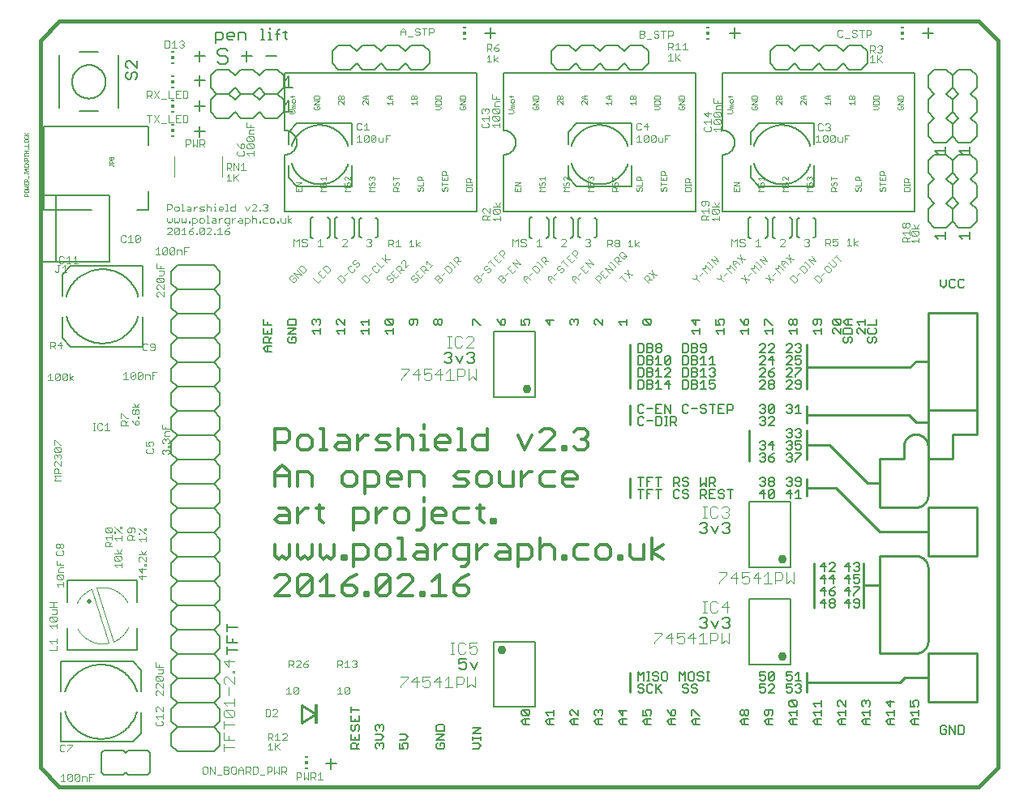
<source format=gto>
G75*
%MOIN*%
%OFA0B0*%
%FSLAX25Y25*%
%IPPOS*%
%LPD*%
%AMOC8*
5,1,8,0,0,1.08239X$1,22.5*
%
%ADD10C,0.01600*%
%ADD11C,0.00600*%
%ADD12C,0.00300*%
%ADD13C,0.00400*%
%ADD14C,0.01200*%
%ADD15C,0.00800*%
%ADD16C,0.00500*%
%ADD17C,0.01000*%
%ADD18R,0.01181X0.00591*%
%ADD19R,0.01181X0.01181*%
%ADD20C,0.00200*%
%ADD21C,0.01969*%
%ADD22C,0.03619*%
%ADD23R,0.01181X0.08268*%
%ADD24C,0.00100*%
D10*
X0016500Y0009674D02*
X0024374Y0001800D01*
X0402327Y0001800D01*
X0410201Y0009674D01*
X0410201Y0308887D01*
X0402327Y0316761D01*
X0024374Y0316761D01*
X0016500Y0308887D01*
X0016500Y0308800D02*
X0016500Y0009800D01*
D11*
X0041500Y0007800D02*
X0042500Y0006800D01*
X0050500Y0006800D01*
X0051500Y0007800D01*
X0052500Y0006800D01*
X0060500Y0006800D01*
X0061500Y0007800D01*
X0061500Y0015800D01*
X0060500Y0016800D01*
X0052500Y0016800D01*
X0051500Y0015800D01*
X0050500Y0016800D01*
X0042500Y0016800D01*
X0041500Y0015800D01*
X0041500Y0007800D01*
X0070358Y0018867D02*
X0070358Y0023867D01*
X0072858Y0026367D01*
X0087858Y0026367D01*
X0090358Y0023867D01*
X0090358Y0018867D01*
X0087858Y0016367D01*
X0072858Y0016367D01*
X0070358Y0018867D01*
X0072858Y0026367D02*
X0070358Y0028867D01*
X0070358Y0033867D01*
X0072858Y0036367D01*
X0087858Y0036367D01*
X0090358Y0033867D01*
X0090358Y0028867D01*
X0087858Y0026367D01*
X0087858Y0036367D02*
X0090358Y0038867D01*
X0090358Y0043867D01*
X0087858Y0046367D01*
X0072858Y0046367D01*
X0070358Y0048867D01*
X0070358Y0053867D01*
X0072858Y0056367D01*
X0087858Y0056367D01*
X0090358Y0053867D01*
X0090358Y0048867D01*
X0087858Y0046367D01*
X0087858Y0056367D02*
X0090358Y0058867D01*
X0090358Y0063867D01*
X0087858Y0066367D01*
X0072858Y0066367D01*
X0070358Y0068867D01*
X0070358Y0073867D01*
X0072858Y0076367D01*
X0087858Y0076367D01*
X0090358Y0073867D01*
X0090358Y0068867D01*
X0087858Y0066367D01*
X0087858Y0076367D02*
X0090358Y0078867D01*
X0090358Y0083867D01*
X0087858Y0086367D01*
X0072858Y0086367D01*
X0070358Y0088867D01*
X0070358Y0093867D01*
X0072858Y0096367D01*
X0087858Y0096367D01*
X0090358Y0093867D01*
X0090358Y0088867D01*
X0087858Y0086367D01*
X0087858Y0096367D02*
X0090358Y0098867D01*
X0090358Y0103867D01*
X0087858Y0106367D01*
X0072858Y0106367D01*
X0070358Y0108867D01*
X0070358Y0113867D01*
X0072858Y0116367D01*
X0087858Y0116367D01*
X0090358Y0113867D01*
X0090358Y0108867D01*
X0087858Y0106367D01*
X0087858Y0116367D02*
X0090358Y0118867D01*
X0090358Y0123867D01*
X0087858Y0126367D01*
X0072858Y0126367D01*
X0070358Y0128867D01*
X0070358Y0133867D01*
X0072858Y0136367D01*
X0087858Y0136367D01*
X0090358Y0133867D01*
X0090358Y0128867D01*
X0087858Y0126367D01*
X0087858Y0136367D02*
X0090358Y0138867D01*
X0090358Y0143867D01*
X0087858Y0146367D01*
X0072858Y0146367D01*
X0070358Y0148867D01*
X0070358Y0153867D01*
X0072858Y0156367D01*
X0087858Y0156367D01*
X0090358Y0153867D01*
X0090358Y0148867D01*
X0087858Y0146367D01*
X0087858Y0156367D02*
X0090358Y0158867D01*
X0090358Y0163867D01*
X0087858Y0166367D01*
X0072858Y0166367D01*
X0070358Y0163867D01*
X0070358Y0158867D01*
X0072858Y0156367D01*
X0072858Y0166367D02*
X0070358Y0168867D01*
X0070358Y0173867D01*
X0072858Y0176367D01*
X0087858Y0176367D01*
X0090358Y0173867D01*
X0090358Y0168867D01*
X0087858Y0166367D01*
X0087858Y0176367D02*
X0090358Y0178867D01*
X0090358Y0183867D01*
X0087858Y0186367D01*
X0072858Y0186367D01*
X0070358Y0183867D01*
X0070358Y0178867D01*
X0072858Y0176367D01*
X0072858Y0186367D02*
X0070358Y0188867D01*
X0070358Y0193867D01*
X0072858Y0196367D01*
X0087858Y0196367D01*
X0090358Y0193867D01*
X0090358Y0188867D01*
X0087858Y0186367D01*
X0087858Y0196367D02*
X0090358Y0198867D01*
X0090358Y0203867D01*
X0087858Y0206367D01*
X0072858Y0206367D01*
X0070358Y0203867D01*
X0070358Y0198867D01*
X0072858Y0196367D01*
X0072858Y0206367D02*
X0070358Y0208867D01*
X0070358Y0213867D01*
X0072858Y0216367D01*
X0087858Y0216367D01*
X0090358Y0213867D01*
X0090358Y0208867D01*
X0087858Y0206367D01*
X0117000Y0238300D02*
X0196000Y0238300D01*
X0196000Y0295300D01*
X0117000Y0295300D01*
X0117000Y0271800D01*
X0114000Y0276800D02*
X0109000Y0276800D01*
X0106500Y0279300D01*
X0104000Y0276800D01*
X0099000Y0276800D01*
X0096500Y0279300D01*
X0094000Y0276800D01*
X0089000Y0276800D01*
X0086500Y0279300D01*
X0086500Y0284300D01*
X0089000Y0286800D01*
X0086500Y0289300D01*
X0086500Y0294300D01*
X0089000Y0296800D01*
X0094000Y0296800D01*
X0096500Y0294300D01*
X0099000Y0296800D01*
X0104000Y0296800D01*
X0106500Y0294300D01*
X0109000Y0296800D01*
X0114000Y0296800D01*
X0116500Y0294300D01*
X0116500Y0289300D01*
X0114000Y0286800D01*
X0109000Y0286800D01*
X0106500Y0289300D01*
X0104000Y0286800D01*
X0099000Y0286800D01*
X0096500Y0289300D01*
X0094000Y0286800D01*
X0089000Y0286800D01*
X0094000Y0286800D01*
X0096500Y0284300D01*
X0099000Y0286800D01*
X0104000Y0286800D01*
X0106500Y0284300D01*
X0109000Y0286800D01*
X0114000Y0286800D01*
X0116500Y0284300D01*
X0116500Y0279300D01*
X0114000Y0276800D01*
X0117000Y0271800D02*
X0117140Y0271798D01*
X0117280Y0271792D01*
X0117420Y0271782D01*
X0117560Y0271769D01*
X0117699Y0271751D01*
X0117838Y0271729D01*
X0117975Y0271704D01*
X0118113Y0271675D01*
X0118249Y0271642D01*
X0118384Y0271605D01*
X0118518Y0271564D01*
X0118651Y0271519D01*
X0118783Y0271471D01*
X0118913Y0271419D01*
X0119042Y0271364D01*
X0119169Y0271305D01*
X0119295Y0271242D01*
X0119419Y0271176D01*
X0119540Y0271107D01*
X0119660Y0271034D01*
X0119778Y0270957D01*
X0119893Y0270878D01*
X0120007Y0270795D01*
X0120117Y0270709D01*
X0120226Y0270620D01*
X0120332Y0270528D01*
X0120435Y0270433D01*
X0120536Y0270336D01*
X0120633Y0270235D01*
X0120728Y0270132D01*
X0120820Y0270026D01*
X0120909Y0269917D01*
X0120995Y0269807D01*
X0121078Y0269693D01*
X0121157Y0269578D01*
X0121234Y0269460D01*
X0121307Y0269340D01*
X0121376Y0269219D01*
X0121442Y0269095D01*
X0121505Y0268969D01*
X0121564Y0268842D01*
X0121619Y0268713D01*
X0121671Y0268583D01*
X0121719Y0268451D01*
X0121764Y0268318D01*
X0121805Y0268184D01*
X0121842Y0268049D01*
X0121875Y0267913D01*
X0121904Y0267775D01*
X0121929Y0267638D01*
X0121951Y0267499D01*
X0121969Y0267360D01*
X0121982Y0267220D01*
X0121992Y0267080D01*
X0121998Y0266940D01*
X0122000Y0266800D01*
X0121998Y0266660D01*
X0121992Y0266520D01*
X0121982Y0266380D01*
X0121969Y0266240D01*
X0121951Y0266101D01*
X0121929Y0265962D01*
X0121904Y0265825D01*
X0121875Y0265687D01*
X0121842Y0265551D01*
X0121805Y0265416D01*
X0121764Y0265282D01*
X0121719Y0265149D01*
X0121671Y0265017D01*
X0121619Y0264887D01*
X0121564Y0264758D01*
X0121505Y0264631D01*
X0121442Y0264505D01*
X0121376Y0264381D01*
X0121307Y0264260D01*
X0121234Y0264140D01*
X0121157Y0264022D01*
X0121078Y0263907D01*
X0120995Y0263793D01*
X0120909Y0263683D01*
X0120820Y0263574D01*
X0120728Y0263468D01*
X0120633Y0263365D01*
X0120536Y0263264D01*
X0120435Y0263167D01*
X0120332Y0263072D01*
X0120226Y0262980D01*
X0120117Y0262891D01*
X0120007Y0262805D01*
X0119893Y0262722D01*
X0119778Y0262643D01*
X0119660Y0262566D01*
X0119540Y0262493D01*
X0119419Y0262424D01*
X0119295Y0262358D01*
X0119169Y0262295D01*
X0119042Y0262236D01*
X0118913Y0262181D01*
X0118783Y0262129D01*
X0118651Y0262081D01*
X0118518Y0262036D01*
X0118384Y0261995D01*
X0118249Y0261958D01*
X0118113Y0261925D01*
X0117975Y0261896D01*
X0117838Y0261871D01*
X0117699Y0261849D01*
X0117560Y0261831D01*
X0117420Y0261818D01*
X0117280Y0261808D01*
X0117140Y0261802D01*
X0117000Y0261800D01*
X0117000Y0238300D01*
X0084200Y0271303D02*
X0079930Y0271303D01*
X0082065Y0273438D02*
X0082065Y0269168D01*
X0082065Y0279668D02*
X0082065Y0283938D01*
X0084200Y0281803D02*
X0079930Y0281803D01*
X0082065Y0290168D02*
X0082065Y0294438D01*
X0084200Y0292303D02*
X0079930Y0292303D01*
X0082065Y0300168D02*
X0082065Y0304438D01*
X0084200Y0302303D02*
X0079930Y0302303D01*
X0088800Y0307632D02*
X0088800Y0312036D01*
X0091002Y0312036D01*
X0091736Y0311302D01*
X0091736Y0309834D01*
X0091002Y0309100D01*
X0088800Y0309100D01*
X0093404Y0309834D02*
X0093404Y0311302D01*
X0094138Y0312036D01*
X0095606Y0312036D01*
X0096340Y0311302D01*
X0096340Y0310568D01*
X0093404Y0310568D01*
X0093404Y0309834D02*
X0094138Y0309100D01*
X0095606Y0309100D01*
X0098008Y0309100D02*
X0098008Y0312036D01*
X0100210Y0312036D01*
X0100944Y0311302D01*
X0100944Y0309100D01*
X0107216Y0309100D02*
X0108684Y0309100D01*
X0107950Y0309100D02*
X0107950Y0313504D01*
X0107216Y0313504D01*
X0110285Y0312036D02*
X0111019Y0312036D01*
X0111019Y0309100D01*
X0110285Y0309100D02*
X0111753Y0309100D01*
X0114088Y0309100D02*
X0114088Y0312770D01*
X0114822Y0313504D01*
X0116424Y0312036D02*
X0117891Y0312036D01*
X0117157Y0312770D02*
X0117157Y0309834D01*
X0117891Y0309100D01*
X0114822Y0311302D02*
X0113354Y0311302D01*
X0111019Y0313504D02*
X0111019Y0314238D01*
X0199430Y0311803D02*
X0203700Y0311803D01*
X0201565Y0313938D02*
X0201565Y0309668D01*
X0207000Y0295300D02*
X0286000Y0295300D01*
X0286000Y0238300D01*
X0207000Y0238300D01*
X0207000Y0261800D01*
X0207140Y0261802D01*
X0207280Y0261808D01*
X0207420Y0261818D01*
X0207560Y0261831D01*
X0207699Y0261849D01*
X0207838Y0261871D01*
X0207975Y0261896D01*
X0208113Y0261925D01*
X0208249Y0261958D01*
X0208384Y0261995D01*
X0208518Y0262036D01*
X0208651Y0262081D01*
X0208783Y0262129D01*
X0208913Y0262181D01*
X0209042Y0262236D01*
X0209169Y0262295D01*
X0209295Y0262358D01*
X0209419Y0262424D01*
X0209540Y0262493D01*
X0209660Y0262566D01*
X0209778Y0262643D01*
X0209893Y0262722D01*
X0210007Y0262805D01*
X0210117Y0262891D01*
X0210226Y0262980D01*
X0210332Y0263072D01*
X0210435Y0263167D01*
X0210536Y0263264D01*
X0210633Y0263365D01*
X0210728Y0263468D01*
X0210820Y0263574D01*
X0210909Y0263683D01*
X0210995Y0263793D01*
X0211078Y0263907D01*
X0211157Y0264022D01*
X0211234Y0264140D01*
X0211307Y0264260D01*
X0211376Y0264381D01*
X0211442Y0264505D01*
X0211505Y0264631D01*
X0211564Y0264758D01*
X0211619Y0264887D01*
X0211671Y0265017D01*
X0211719Y0265149D01*
X0211764Y0265282D01*
X0211805Y0265416D01*
X0211842Y0265551D01*
X0211875Y0265687D01*
X0211904Y0265825D01*
X0211929Y0265962D01*
X0211951Y0266101D01*
X0211969Y0266240D01*
X0211982Y0266380D01*
X0211992Y0266520D01*
X0211998Y0266660D01*
X0212000Y0266800D01*
X0211998Y0266940D01*
X0211992Y0267080D01*
X0211982Y0267220D01*
X0211969Y0267360D01*
X0211951Y0267499D01*
X0211929Y0267638D01*
X0211904Y0267775D01*
X0211875Y0267913D01*
X0211842Y0268049D01*
X0211805Y0268184D01*
X0211764Y0268318D01*
X0211719Y0268451D01*
X0211671Y0268583D01*
X0211619Y0268713D01*
X0211564Y0268842D01*
X0211505Y0268969D01*
X0211442Y0269095D01*
X0211376Y0269219D01*
X0211307Y0269340D01*
X0211234Y0269460D01*
X0211157Y0269578D01*
X0211078Y0269693D01*
X0210995Y0269807D01*
X0210909Y0269917D01*
X0210820Y0270026D01*
X0210728Y0270132D01*
X0210633Y0270235D01*
X0210536Y0270336D01*
X0210435Y0270433D01*
X0210332Y0270528D01*
X0210226Y0270620D01*
X0210117Y0270709D01*
X0210007Y0270795D01*
X0209893Y0270878D01*
X0209778Y0270957D01*
X0209660Y0271034D01*
X0209540Y0271107D01*
X0209419Y0271176D01*
X0209295Y0271242D01*
X0209169Y0271305D01*
X0209042Y0271364D01*
X0208913Y0271419D01*
X0208783Y0271471D01*
X0208651Y0271519D01*
X0208518Y0271564D01*
X0208384Y0271605D01*
X0208249Y0271642D01*
X0208113Y0271675D01*
X0207975Y0271704D01*
X0207838Y0271729D01*
X0207699Y0271751D01*
X0207560Y0271769D01*
X0207420Y0271782D01*
X0207280Y0271792D01*
X0207140Y0271798D01*
X0207000Y0271800D01*
X0207000Y0295300D01*
X0297000Y0295300D02*
X0297000Y0271800D01*
X0297140Y0271798D01*
X0297280Y0271792D01*
X0297420Y0271782D01*
X0297560Y0271769D01*
X0297699Y0271751D01*
X0297838Y0271729D01*
X0297975Y0271704D01*
X0298113Y0271675D01*
X0298249Y0271642D01*
X0298384Y0271605D01*
X0298518Y0271564D01*
X0298651Y0271519D01*
X0298783Y0271471D01*
X0298913Y0271419D01*
X0299042Y0271364D01*
X0299169Y0271305D01*
X0299295Y0271242D01*
X0299419Y0271176D01*
X0299540Y0271107D01*
X0299660Y0271034D01*
X0299778Y0270957D01*
X0299893Y0270878D01*
X0300007Y0270795D01*
X0300117Y0270709D01*
X0300226Y0270620D01*
X0300332Y0270528D01*
X0300435Y0270433D01*
X0300536Y0270336D01*
X0300633Y0270235D01*
X0300728Y0270132D01*
X0300820Y0270026D01*
X0300909Y0269917D01*
X0300995Y0269807D01*
X0301078Y0269693D01*
X0301157Y0269578D01*
X0301234Y0269460D01*
X0301307Y0269340D01*
X0301376Y0269219D01*
X0301442Y0269095D01*
X0301505Y0268969D01*
X0301564Y0268842D01*
X0301619Y0268713D01*
X0301671Y0268583D01*
X0301719Y0268451D01*
X0301764Y0268318D01*
X0301805Y0268184D01*
X0301842Y0268049D01*
X0301875Y0267913D01*
X0301904Y0267775D01*
X0301929Y0267638D01*
X0301951Y0267499D01*
X0301969Y0267360D01*
X0301982Y0267220D01*
X0301992Y0267080D01*
X0301998Y0266940D01*
X0302000Y0266800D01*
X0301998Y0266660D01*
X0301992Y0266520D01*
X0301982Y0266380D01*
X0301969Y0266240D01*
X0301951Y0266101D01*
X0301929Y0265962D01*
X0301904Y0265825D01*
X0301875Y0265687D01*
X0301842Y0265551D01*
X0301805Y0265416D01*
X0301764Y0265282D01*
X0301719Y0265149D01*
X0301671Y0265017D01*
X0301619Y0264887D01*
X0301564Y0264758D01*
X0301505Y0264631D01*
X0301442Y0264505D01*
X0301376Y0264381D01*
X0301307Y0264260D01*
X0301234Y0264140D01*
X0301157Y0264022D01*
X0301078Y0263907D01*
X0300995Y0263793D01*
X0300909Y0263683D01*
X0300820Y0263574D01*
X0300728Y0263468D01*
X0300633Y0263365D01*
X0300536Y0263264D01*
X0300435Y0263167D01*
X0300332Y0263072D01*
X0300226Y0262980D01*
X0300117Y0262891D01*
X0300007Y0262805D01*
X0299893Y0262722D01*
X0299778Y0262643D01*
X0299660Y0262566D01*
X0299540Y0262493D01*
X0299419Y0262424D01*
X0299295Y0262358D01*
X0299169Y0262295D01*
X0299042Y0262236D01*
X0298913Y0262181D01*
X0298783Y0262129D01*
X0298651Y0262081D01*
X0298518Y0262036D01*
X0298384Y0261995D01*
X0298249Y0261958D01*
X0298113Y0261925D01*
X0297975Y0261896D01*
X0297838Y0261871D01*
X0297699Y0261849D01*
X0297560Y0261831D01*
X0297420Y0261818D01*
X0297280Y0261808D01*
X0297140Y0261802D01*
X0297000Y0261800D01*
X0297000Y0238300D01*
X0376000Y0238300D01*
X0376000Y0295300D01*
X0297000Y0295300D01*
X0302065Y0309668D02*
X0302065Y0313938D01*
X0304200Y0311803D02*
X0299930Y0311803D01*
X0379430Y0311803D02*
X0383700Y0311803D01*
X0381565Y0313938D02*
X0381565Y0309668D01*
X0384000Y0296800D02*
X0389000Y0296800D01*
X0391500Y0294300D01*
X0391500Y0289300D01*
X0389000Y0286800D01*
X0391500Y0284300D01*
X0391500Y0279300D01*
X0389000Y0276800D01*
X0391500Y0274300D01*
X0391500Y0269300D01*
X0389000Y0266800D01*
X0384000Y0266800D01*
X0381500Y0269300D01*
X0381500Y0274300D01*
X0384000Y0276800D01*
X0381500Y0279300D01*
X0381500Y0284300D01*
X0384000Y0286800D01*
X0381500Y0289300D01*
X0381500Y0294300D01*
X0384000Y0296800D01*
X0391500Y0294300D02*
X0391500Y0289300D01*
X0394000Y0286800D01*
X0391500Y0284300D01*
X0391500Y0279300D01*
X0394000Y0276800D01*
X0391500Y0274300D01*
X0391500Y0269300D01*
X0394000Y0266800D01*
X0399000Y0266800D01*
X0401500Y0269300D01*
X0401500Y0274300D01*
X0399000Y0276800D01*
X0401500Y0279300D01*
X0401500Y0284300D01*
X0399000Y0286800D01*
X0401500Y0289300D01*
X0401500Y0294300D01*
X0399000Y0296800D01*
X0394000Y0296800D01*
X0391500Y0294300D01*
X0389000Y0261800D02*
X0384000Y0261800D01*
X0381500Y0259300D01*
X0381500Y0254300D01*
X0384000Y0251800D01*
X0381500Y0249300D01*
X0381500Y0244300D01*
X0384000Y0241800D01*
X0381500Y0239300D01*
X0381500Y0234300D01*
X0384000Y0231800D01*
X0389000Y0231800D01*
X0391500Y0234300D01*
X0391500Y0239300D01*
X0389000Y0241800D01*
X0391500Y0244300D01*
X0391500Y0249300D01*
X0389000Y0251800D01*
X0391500Y0254300D01*
X0391500Y0259300D01*
X0389000Y0261800D01*
X0391500Y0259300D02*
X0394000Y0261800D01*
X0399000Y0261800D01*
X0401500Y0259300D01*
X0401500Y0254300D01*
X0399000Y0251800D01*
X0401500Y0249300D01*
X0401500Y0244300D01*
X0399000Y0241800D01*
X0401500Y0239300D01*
X0401500Y0234300D01*
X0399000Y0231800D01*
X0394000Y0231800D01*
X0391500Y0234300D01*
X0391500Y0239300D01*
X0394000Y0241800D01*
X0391500Y0244300D01*
X0391500Y0249300D01*
X0394000Y0251800D01*
X0391500Y0254300D01*
X0391500Y0259300D01*
X0299210Y0110504D02*
X0299944Y0109770D01*
X0299944Y0109036D01*
X0299210Y0108302D01*
X0299944Y0107568D01*
X0299944Y0106834D01*
X0299210Y0106100D01*
X0297742Y0106100D01*
X0297008Y0106834D01*
X0298476Y0108302D02*
X0299210Y0108302D01*
X0299210Y0110504D02*
X0297742Y0110504D01*
X0297008Y0109770D01*
X0295340Y0109036D02*
X0293872Y0106100D01*
X0292404Y0109036D01*
X0290736Y0109036D02*
X0290002Y0108302D01*
X0290736Y0107568D01*
X0290736Y0106834D01*
X0290002Y0106100D01*
X0288534Y0106100D01*
X0287800Y0106834D01*
X0289268Y0108302D02*
X0290002Y0108302D01*
X0290736Y0109036D02*
X0290736Y0109770D01*
X0290002Y0110504D01*
X0288534Y0110504D01*
X0287800Y0109770D01*
X0288534Y0071504D02*
X0287800Y0070770D01*
X0288534Y0071504D02*
X0290002Y0071504D01*
X0290736Y0070770D01*
X0290736Y0070036D01*
X0290002Y0069302D01*
X0290736Y0068568D01*
X0290736Y0067834D01*
X0290002Y0067100D01*
X0288534Y0067100D01*
X0287800Y0067834D01*
X0289268Y0069302D02*
X0290002Y0069302D01*
X0292404Y0070036D02*
X0293872Y0067100D01*
X0295340Y0070036D01*
X0297008Y0070770D02*
X0297742Y0071504D01*
X0299210Y0071504D01*
X0299944Y0070770D01*
X0299944Y0070036D01*
X0299210Y0069302D01*
X0299944Y0068568D01*
X0299944Y0067834D01*
X0299210Y0067100D01*
X0297742Y0067100D01*
X0297008Y0067834D01*
X0298476Y0069302D02*
X0299210Y0069302D01*
X0196340Y0053036D02*
X0194872Y0050100D01*
X0193404Y0053036D01*
X0191736Y0052302D02*
X0191736Y0050834D01*
X0191002Y0050100D01*
X0189534Y0050100D01*
X0188800Y0050834D01*
X0188800Y0052302D02*
X0190268Y0053036D01*
X0191002Y0053036D01*
X0191736Y0052302D01*
X0191736Y0054504D02*
X0188800Y0054504D01*
X0188800Y0052302D01*
X0138200Y0011303D02*
X0133930Y0011303D01*
X0136065Y0013438D02*
X0136065Y0009168D01*
X0072858Y0036367D02*
X0070358Y0038867D01*
X0070358Y0043867D01*
X0072858Y0046367D01*
X0072858Y0056367D02*
X0070358Y0058867D01*
X0070358Y0063867D01*
X0072858Y0066367D01*
X0072858Y0076367D02*
X0070358Y0078867D01*
X0070358Y0083867D01*
X0072858Y0086367D01*
X0072858Y0096367D02*
X0070358Y0098867D01*
X0070358Y0103867D01*
X0072858Y0106367D01*
X0072858Y0116367D02*
X0070358Y0118867D01*
X0070358Y0123867D01*
X0072858Y0126367D01*
X0072858Y0136367D02*
X0070358Y0138867D01*
X0070358Y0143867D01*
X0072858Y0146367D01*
X0182800Y0176834D02*
X0183534Y0176100D01*
X0185002Y0176100D01*
X0185736Y0176834D01*
X0185736Y0177568D01*
X0185002Y0178302D01*
X0184268Y0178302D01*
X0185002Y0178302D02*
X0185736Y0179036D01*
X0185736Y0179770D01*
X0185002Y0180504D01*
X0183534Y0180504D01*
X0182800Y0179770D01*
X0187404Y0179036D02*
X0188872Y0176100D01*
X0190340Y0179036D01*
X0192008Y0179770D02*
X0192742Y0180504D01*
X0194210Y0180504D01*
X0194944Y0179770D01*
X0194944Y0179036D01*
X0194210Y0178302D01*
X0194944Y0177568D01*
X0194944Y0176834D01*
X0194210Y0176100D01*
X0192742Y0176100D01*
X0192008Y0176834D01*
X0193476Y0178302D02*
X0194210Y0178302D01*
D12*
X0172548Y0223950D02*
X0171097Y0224917D01*
X0172548Y0225885D01*
X0171097Y0226852D02*
X0171097Y0223950D01*
X0170085Y0223950D02*
X0168150Y0223950D01*
X0169117Y0223950D02*
X0169117Y0226852D01*
X0168150Y0225885D01*
X0164531Y0223950D02*
X0162597Y0223950D01*
X0163564Y0223950D02*
X0163564Y0226852D01*
X0162597Y0225885D01*
X0161585Y0226369D02*
X0161585Y0225401D01*
X0161101Y0224917D01*
X0159650Y0224917D01*
X0159650Y0223950D02*
X0159650Y0226852D01*
X0161101Y0226852D01*
X0161585Y0226369D01*
X0160617Y0224917D02*
X0161585Y0223950D01*
X0198448Y0234950D02*
X0198448Y0236401D01*
X0198931Y0236885D01*
X0199899Y0236885D01*
X0200383Y0236401D01*
X0200383Y0234950D01*
X0201350Y0234950D02*
X0198448Y0234950D01*
X0200383Y0235917D02*
X0201350Y0236885D01*
X0201350Y0237897D02*
X0199415Y0239831D01*
X0198931Y0239831D01*
X0198448Y0239348D01*
X0198448Y0238380D01*
X0198931Y0237897D01*
X0201350Y0237897D02*
X0201350Y0239831D01*
X0202648Y0240495D02*
X0205550Y0240495D01*
X0204583Y0240495D02*
X0205550Y0241946D01*
X0204583Y0240495D02*
X0203615Y0241946D01*
X0203131Y0239483D02*
X0205066Y0237548D01*
X0205550Y0238032D01*
X0205550Y0238999D01*
X0205066Y0239483D01*
X0203131Y0239483D01*
X0202648Y0238999D01*
X0202648Y0238032D01*
X0203131Y0237548D01*
X0205066Y0237548D01*
X0205550Y0236537D02*
X0205550Y0234602D01*
X0205550Y0235569D02*
X0202648Y0235569D01*
X0203615Y0234602D01*
X0249650Y0226852D02*
X0249650Y0223950D01*
X0249650Y0224917D02*
X0251101Y0224917D01*
X0251585Y0225401D01*
X0251585Y0226369D01*
X0251101Y0226852D01*
X0249650Y0226852D01*
X0250617Y0224917D02*
X0251585Y0223950D01*
X0252597Y0224434D02*
X0252597Y0224917D01*
X0253080Y0225401D01*
X0254048Y0225401D01*
X0254531Y0224917D01*
X0254531Y0224434D01*
X0254048Y0223950D01*
X0253080Y0223950D01*
X0252597Y0224434D01*
X0253080Y0225401D02*
X0252597Y0225885D01*
X0252597Y0226369D01*
X0253080Y0226852D01*
X0254048Y0226852D01*
X0254531Y0226369D01*
X0254531Y0225885D01*
X0254048Y0225401D01*
X0258150Y0225885D02*
X0259117Y0226852D01*
X0259117Y0223950D01*
X0258150Y0223950D02*
X0260085Y0223950D01*
X0261097Y0223950D02*
X0261097Y0226852D01*
X0262548Y0225885D02*
X0261097Y0224917D01*
X0262548Y0223950D01*
X0288448Y0234950D02*
X0288448Y0236401D01*
X0288931Y0236885D01*
X0289899Y0236885D01*
X0290383Y0236401D01*
X0290383Y0234950D01*
X0291350Y0234950D02*
X0288448Y0234950D01*
X0290383Y0235917D02*
X0291350Y0236885D01*
X0291350Y0237897D02*
X0291350Y0239831D01*
X0291350Y0238864D02*
X0288448Y0238864D01*
X0289415Y0237897D01*
X0289415Y0240843D02*
X0289899Y0241327D01*
X0289899Y0242778D01*
X0290866Y0242778D02*
X0288931Y0242778D01*
X0288448Y0242294D01*
X0288448Y0241327D01*
X0288931Y0240843D01*
X0289415Y0240843D01*
X0290866Y0240843D02*
X0291350Y0241327D01*
X0291350Y0242294D01*
X0290866Y0242778D01*
X0293615Y0241946D02*
X0294583Y0240495D01*
X0295550Y0241946D01*
X0295550Y0240495D02*
X0292648Y0240495D01*
X0293131Y0239483D02*
X0295066Y0237548D01*
X0295550Y0238032D01*
X0295550Y0238999D01*
X0295066Y0239483D01*
X0293131Y0239483D01*
X0292648Y0238999D01*
X0292648Y0238032D01*
X0293131Y0237548D01*
X0295066Y0237548D01*
X0295550Y0236537D02*
X0295550Y0234602D01*
X0295550Y0235569D02*
X0292648Y0235569D01*
X0293615Y0234602D01*
X0273436Y0266950D02*
X0273436Y0269852D01*
X0275371Y0269852D01*
X0274404Y0268401D02*
X0273436Y0268401D01*
X0272425Y0268885D02*
X0272425Y0266950D01*
X0270973Y0266950D01*
X0270490Y0267434D01*
X0270490Y0268885D01*
X0269478Y0269369D02*
X0267543Y0267434D01*
X0268027Y0266950D01*
X0268994Y0266950D01*
X0269478Y0267434D01*
X0269478Y0269369D01*
X0268994Y0269852D01*
X0268027Y0269852D01*
X0267543Y0269369D01*
X0267543Y0267434D01*
X0266531Y0267434D02*
X0266531Y0269369D01*
X0264597Y0267434D01*
X0265080Y0266950D01*
X0266048Y0266950D01*
X0266531Y0267434D01*
X0264597Y0267434D02*
X0264597Y0269369D01*
X0265080Y0269852D01*
X0266048Y0269852D01*
X0266531Y0269369D01*
X0266048Y0271950D02*
X0266048Y0274852D01*
X0264597Y0273401D01*
X0266531Y0273401D01*
X0263585Y0272434D02*
X0263101Y0271950D01*
X0262134Y0271950D01*
X0261650Y0272434D01*
X0261650Y0274369D01*
X0262134Y0274852D01*
X0263101Y0274852D01*
X0263585Y0274369D01*
X0262617Y0269852D02*
X0262617Y0266950D01*
X0261650Y0266950D02*
X0263585Y0266950D01*
X0261650Y0268885D02*
X0262617Y0269852D01*
X0289448Y0271934D02*
X0289931Y0271450D01*
X0291866Y0271450D01*
X0292350Y0271934D01*
X0292350Y0272901D01*
X0291866Y0273385D01*
X0292350Y0274397D02*
X0292350Y0276331D01*
X0292350Y0275364D02*
X0289448Y0275364D01*
X0290415Y0274397D01*
X0289931Y0273385D02*
X0289448Y0272901D01*
X0289448Y0271934D01*
X0293448Y0272417D02*
X0294415Y0271450D01*
X0293448Y0272417D02*
X0296350Y0272417D01*
X0296350Y0271450D02*
X0296350Y0273385D01*
X0295866Y0274397D02*
X0293931Y0276331D01*
X0295866Y0276331D01*
X0296350Y0275848D01*
X0296350Y0274880D01*
X0295866Y0274397D01*
X0293931Y0274397D01*
X0293448Y0274880D01*
X0293448Y0275848D01*
X0293931Y0276331D01*
X0293931Y0277343D02*
X0293448Y0277827D01*
X0293448Y0278794D01*
X0293931Y0279278D01*
X0295866Y0277343D01*
X0296350Y0277827D01*
X0296350Y0278794D01*
X0295866Y0279278D01*
X0293931Y0279278D01*
X0294415Y0280290D02*
X0294415Y0281741D01*
X0294899Y0282225D01*
X0296350Y0282225D01*
X0296350Y0283236D02*
X0293448Y0283236D01*
X0293448Y0285171D01*
X0294899Y0284204D02*
X0294899Y0283236D01*
X0294415Y0280290D02*
X0296350Y0280290D01*
X0295866Y0277343D02*
X0293931Y0277343D01*
X0292350Y0278794D02*
X0289448Y0278794D01*
X0290899Y0277343D01*
X0290899Y0279278D01*
X0279531Y0300450D02*
X0278080Y0301901D01*
X0277597Y0301417D02*
X0279531Y0303352D01*
X0279531Y0304950D02*
X0277597Y0304950D01*
X0278564Y0304950D02*
X0278564Y0307852D01*
X0277597Y0306885D01*
X0276585Y0307369D02*
X0276585Y0306401D01*
X0276101Y0305917D01*
X0274650Y0305917D01*
X0274650Y0304950D02*
X0274650Y0307852D01*
X0276101Y0307852D01*
X0276585Y0307369D01*
X0275617Y0305917D02*
X0276585Y0304950D01*
X0275617Y0303352D02*
X0275617Y0300450D01*
X0274650Y0300450D02*
X0276585Y0300450D01*
X0277597Y0300450D02*
X0277597Y0303352D01*
X0275617Y0303352D02*
X0274650Y0302385D01*
X0280543Y0304950D02*
X0282478Y0304950D01*
X0281511Y0304950D02*
X0281511Y0307852D01*
X0280543Y0306885D01*
X0276155Y0310843D02*
X0274703Y0310843D01*
X0274703Y0309876D02*
X0274703Y0312778D01*
X0276155Y0312778D01*
X0276638Y0312295D01*
X0276638Y0311327D01*
X0276155Y0310843D01*
X0273692Y0312778D02*
X0271757Y0312778D01*
X0272724Y0312778D02*
X0272724Y0309876D01*
X0270745Y0310360D02*
X0270745Y0310843D01*
X0270262Y0311327D01*
X0269294Y0311327D01*
X0268810Y0311811D01*
X0268810Y0312295D01*
X0269294Y0312778D01*
X0270262Y0312778D01*
X0270745Y0312295D01*
X0270745Y0310360D02*
X0270262Y0309876D01*
X0269294Y0309876D01*
X0268810Y0310360D01*
X0267799Y0309392D02*
X0265864Y0309392D01*
X0264852Y0310360D02*
X0264369Y0309876D01*
X0262917Y0309876D01*
X0262917Y0312778D01*
X0264369Y0312778D01*
X0264852Y0312295D01*
X0264852Y0311811D01*
X0264369Y0311327D01*
X0262917Y0311327D01*
X0264369Y0311327D02*
X0264852Y0310843D01*
X0264852Y0310360D01*
X0205031Y0307352D02*
X0204064Y0306869D01*
X0203097Y0305901D01*
X0204548Y0305901D01*
X0205031Y0305417D01*
X0205031Y0304934D01*
X0204548Y0304450D01*
X0203580Y0304450D01*
X0203097Y0304934D01*
X0203097Y0305901D01*
X0202085Y0305901D02*
X0201601Y0305417D01*
X0200150Y0305417D01*
X0200150Y0304450D02*
X0200150Y0307352D01*
X0201601Y0307352D01*
X0202085Y0306869D01*
X0202085Y0305901D01*
X0201117Y0305417D02*
X0202085Y0304450D01*
X0201117Y0302852D02*
X0200150Y0301885D01*
X0201117Y0302852D02*
X0201117Y0299950D01*
X0200150Y0299950D02*
X0202085Y0299950D01*
X0203097Y0299950D02*
X0203097Y0302852D01*
X0204548Y0301885D02*
X0203097Y0300917D01*
X0204548Y0299950D01*
X0202448Y0286671D02*
X0202448Y0284736D01*
X0205350Y0284736D01*
X0205350Y0283725D02*
X0203899Y0283725D01*
X0203415Y0283241D01*
X0203415Y0281790D01*
X0205350Y0281790D01*
X0204866Y0280778D02*
X0202931Y0280778D01*
X0204866Y0278843D01*
X0205350Y0279327D01*
X0205350Y0280294D01*
X0204866Y0280778D01*
X0202931Y0280778D02*
X0202448Y0280294D01*
X0202448Y0279327D01*
X0202931Y0278843D01*
X0204866Y0278843D01*
X0204866Y0277831D02*
X0202931Y0277831D01*
X0204866Y0275897D01*
X0205350Y0276380D01*
X0205350Y0277348D01*
X0204866Y0277831D01*
X0204866Y0275897D02*
X0202931Y0275897D01*
X0202448Y0276380D01*
X0202448Y0277348D01*
X0202931Y0277831D01*
X0200850Y0277831D02*
X0200850Y0275897D01*
X0200850Y0276864D02*
X0197948Y0276864D01*
X0198915Y0275897D01*
X0198431Y0274885D02*
X0197948Y0274401D01*
X0197948Y0273434D01*
X0198431Y0272950D01*
X0200366Y0272950D01*
X0200850Y0273434D01*
X0200850Y0274401D01*
X0200366Y0274885D01*
X0202448Y0273917D02*
X0205350Y0273917D01*
X0205350Y0272950D02*
X0205350Y0274885D01*
X0203415Y0272950D02*
X0202448Y0273917D01*
X0200366Y0278843D02*
X0200850Y0279327D01*
X0200850Y0280294D01*
X0200366Y0280778D01*
X0199883Y0280778D01*
X0199399Y0280294D01*
X0199399Y0279811D01*
X0199399Y0280294D02*
X0198915Y0280778D01*
X0198431Y0280778D01*
X0197948Y0280294D01*
X0197948Y0279327D01*
X0198431Y0278843D01*
X0203899Y0284736D02*
X0203899Y0285704D01*
X0177887Y0311917D02*
X0176436Y0311917D01*
X0176436Y0310950D02*
X0176436Y0313852D01*
X0177887Y0313852D01*
X0178371Y0313369D01*
X0178371Y0312401D01*
X0177887Y0311917D01*
X0175425Y0313852D02*
X0173490Y0313852D01*
X0174457Y0313852D02*
X0174457Y0310950D01*
X0172478Y0311434D02*
X0171994Y0310950D01*
X0171027Y0310950D01*
X0170543Y0311434D01*
X0171027Y0312401D02*
X0171994Y0312401D01*
X0172478Y0311917D01*
X0172478Y0311434D01*
X0171027Y0312401D02*
X0170543Y0312885D01*
X0170543Y0313369D01*
X0171027Y0313852D01*
X0171994Y0313852D01*
X0172478Y0313369D01*
X0169531Y0310466D02*
X0167597Y0310466D01*
X0166585Y0310950D02*
X0166585Y0312885D01*
X0165617Y0313852D01*
X0164650Y0312885D01*
X0164650Y0310950D01*
X0164650Y0312401D02*
X0166585Y0312401D01*
X0104350Y0273236D02*
X0101448Y0273236D01*
X0101448Y0275171D01*
X0102899Y0274204D02*
X0102899Y0273236D01*
X0102899Y0272225D02*
X0104350Y0272225D01*
X0102899Y0272225D02*
X0102415Y0271741D01*
X0102415Y0270290D01*
X0104350Y0270290D01*
X0103866Y0269278D02*
X0104350Y0268794D01*
X0104350Y0267827D01*
X0103866Y0267343D01*
X0101931Y0269278D01*
X0103866Y0269278D01*
X0101931Y0269278D02*
X0101448Y0268794D01*
X0101448Y0267827D01*
X0101931Y0267343D01*
X0103866Y0267343D01*
X0103866Y0266331D02*
X0104350Y0265848D01*
X0104350Y0264880D01*
X0103866Y0264397D01*
X0101931Y0266331D01*
X0103866Y0266331D01*
X0103866Y0264397D02*
X0101931Y0264397D01*
X0101448Y0264880D01*
X0101448Y0265848D01*
X0101931Y0266331D01*
X0100350Y0265848D02*
X0099866Y0266331D01*
X0099383Y0266331D01*
X0098899Y0265848D01*
X0098899Y0264397D01*
X0099866Y0264397D01*
X0100350Y0264880D01*
X0100350Y0265848D01*
X0098899Y0264397D02*
X0097931Y0265364D01*
X0097448Y0266331D01*
X0097931Y0263385D02*
X0097448Y0262901D01*
X0097448Y0261934D01*
X0097931Y0261450D01*
X0099866Y0261450D01*
X0100350Y0261934D01*
X0100350Y0262901D01*
X0099866Y0263385D01*
X0101448Y0262417D02*
X0102415Y0261450D01*
X0101448Y0262417D02*
X0104350Y0262417D01*
X0104350Y0261450D02*
X0104350Y0263385D01*
X0100011Y0258352D02*
X0100011Y0255450D01*
X0100978Y0255450D02*
X0099043Y0255450D01*
X0098031Y0255450D02*
X0098031Y0258352D01*
X0099043Y0257385D02*
X0100011Y0258352D01*
X0098031Y0255450D02*
X0096097Y0258352D01*
X0096097Y0255450D01*
X0095085Y0255450D02*
X0094117Y0256417D01*
X0094601Y0256417D02*
X0093150Y0256417D01*
X0093150Y0255450D02*
X0093150Y0258352D01*
X0094601Y0258352D01*
X0095085Y0257869D01*
X0095085Y0256901D01*
X0094601Y0256417D01*
X0094117Y0253852D02*
X0094117Y0250950D01*
X0093150Y0250950D02*
X0095085Y0250950D01*
X0096097Y0250950D02*
X0096097Y0253852D01*
X0096580Y0252401D02*
X0098031Y0250950D01*
X0096097Y0251917D02*
X0098031Y0253852D01*
X0094117Y0253852D02*
X0093150Y0252885D01*
X0084041Y0265170D02*
X0083074Y0266138D01*
X0083557Y0266138D02*
X0082106Y0266138D01*
X0082106Y0265170D02*
X0082106Y0268073D01*
X0083557Y0268073D01*
X0084041Y0267589D01*
X0084041Y0266622D01*
X0083557Y0266138D01*
X0081094Y0265170D02*
X0081094Y0268073D01*
X0079160Y0268073D02*
X0079160Y0265170D01*
X0080127Y0266138D01*
X0081094Y0265170D01*
X0078148Y0266622D02*
X0077664Y0266138D01*
X0076213Y0266138D01*
X0076213Y0265170D02*
X0076213Y0268073D01*
X0077664Y0268073D01*
X0078148Y0267589D01*
X0078148Y0266622D01*
X0076655Y0275250D02*
X0075203Y0275250D01*
X0075203Y0278152D01*
X0076655Y0278152D01*
X0077138Y0277669D01*
X0077138Y0275734D01*
X0076655Y0275250D01*
X0074192Y0275250D02*
X0072257Y0275250D01*
X0072257Y0278152D01*
X0074192Y0278152D01*
X0073224Y0276701D02*
X0072257Y0276701D01*
X0071245Y0275250D02*
X0069310Y0275250D01*
X0069310Y0278152D01*
X0068299Y0274766D02*
X0066364Y0274766D01*
X0065352Y0275250D02*
X0063417Y0278152D01*
X0062406Y0278152D02*
X0060471Y0278152D01*
X0061438Y0278152D02*
X0061438Y0275250D01*
X0063417Y0275250D02*
X0065352Y0278152D01*
X0066364Y0284766D02*
X0068299Y0284766D01*
X0069310Y0285250D02*
X0071245Y0285250D01*
X0072257Y0285250D02*
X0074192Y0285250D01*
X0075203Y0285250D02*
X0076655Y0285250D01*
X0077138Y0285734D01*
X0077138Y0287669D01*
X0076655Y0288152D01*
X0075203Y0288152D01*
X0075203Y0285250D01*
X0073224Y0286701D02*
X0072257Y0286701D01*
X0072257Y0288152D02*
X0072257Y0285250D01*
X0072257Y0288152D02*
X0074192Y0288152D01*
X0069310Y0288152D02*
X0069310Y0285250D01*
X0065352Y0285250D02*
X0063417Y0288152D01*
X0062406Y0287669D02*
X0062406Y0286701D01*
X0061922Y0286217D01*
X0060471Y0286217D01*
X0060471Y0285250D02*
X0060471Y0288152D01*
X0061922Y0288152D01*
X0062406Y0287669D01*
X0061438Y0286217D02*
X0062406Y0285250D01*
X0063417Y0285250D02*
X0065352Y0288152D01*
X0057092Y0228708D02*
X0057575Y0228224D01*
X0055640Y0226289D01*
X0056124Y0225805D01*
X0057092Y0225805D01*
X0057575Y0226289D01*
X0057575Y0228224D01*
X0057092Y0228708D02*
X0056124Y0228708D01*
X0055640Y0228224D01*
X0055640Y0226289D01*
X0054629Y0225805D02*
X0052694Y0225805D01*
X0053661Y0225805D02*
X0053661Y0228708D01*
X0052694Y0227740D01*
X0051682Y0228224D02*
X0051199Y0228708D01*
X0050231Y0228708D01*
X0049747Y0228224D01*
X0049747Y0226289D01*
X0050231Y0225805D01*
X0051199Y0225805D01*
X0051682Y0226289D01*
X0063854Y0222665D02*
X0064822Y0223633D01*
X0064822Y0220730D01*
X0065789Y0220730D02*
X0063854Y0220730D01*
X0066801Y0221214D02*
X0068736Y0223149D01*
X0068736Y0221214D01*
X0068252Y0220730D01*
X0067285Y0220730D01*
X0066801Y0221214D01*
X0066801Y0223149D01*
X0067285Y0223633D01*
X0068252Y0223633D01*
X0068736Y0223149D01*
X0069747Y0223149D02*
X0070231Y0223633D01*
X0071199Y0223633D01*
X0071682Y0223149D01*
X0069747Y0221214D01*
X0070231Y0220730D01*
X0071199Y0220730D01*
X0071682Y0221214D01*
X0071682Y0223149D01*
X0072694Y0222665D02*
X0074145Y0222665D01*
X0074629Y0222182D01*
X0074629Y0220730D01*
X0075640Y0220730D02*
X0075640Y0223633D01*
X0077575Y0223633D01*
X0076608Y0222182D02*
X0075640Y0222182D01*
X0072694Y0222665D02*
X0072694Y0220730D01*
X0069747Y0221214D02*
X0069747Y0223149D01*
X0065812Y0216164D02*
X0065812Y0215197D01*
X0065328Y0214185D02*
X0067263Y0214185D01*
X0067263Y0212734D01*
X0066780Y0212250D01*
X0065328Y0212250D01*
X0064845Y0211239D02*
X0066780Y0209304D01*
X0067263Y0209787D01*
X0067263Y0210755D01*
X0066780Y0211239D01*
X0064845Y0211239D01*
X0064361Y0210755D01*
X0064361Y0209787D01*
X0064845Y0209304D01*
X0066780Y0209304D01*
X0067263Y0208292D02*
X0067263Y0206357D01*
X0065328Y0208292D01*
X0064845Y0208292D01*
X0064361Y0207808D01*
X0064361Y0206841D01*
X0064845Y0206357D01*
X0064845Y0205346D02*
X0064361Y0204862D01*
X0064361Y0203894D01*
X0064845Y0203411D01*
X0064845Y0205346D02*
X0065328Y0205346D01*
X0067263Y0203411D01*
X0067263Y0205346D01*
X0067263Y0215197D02*
X0064361Y0215197D01*
X0064361Y0217132D01*
X0032076Y0217147D02*
X0030141Y0217147D01*
X0031109Y0217147D02*
X0031109Y0220049D01*
X0030141Y0219082D01*
X0029130Y0217147D02*
X0027195Y0217147D01*
X0028162Y0217147D02*
X0028162Y0220049D01*
X0027195Y0219082D01*
X0026183Y0219566D02*
X0025700Y0220049D01*
X0024732Y0220049D01*
X0024248Y0219566D01*
X0024248Y0217631D01*
X0024732Y0217147D01*
X0025700Y0217147D01*
X0026183Y0217631D01*
X0026482Y0216338D02*
X0026482Y0213435D01*
X0025515Y0213435D02*
X0027449Y0213435D01*
X0025515Y0215370D02*
X0026482Y0216338D01*
X0024503Y0216338D02*
X0023535Y0216338D01*
X0024019Y0216338D02*
X0024019Y0213919D01*
X0023535Y0213435D01*
X0023052Y0213435D01*
X0022568Y0213919D01*
X0022101Y0184852D02*
X0020650Y0184852D01*
X0020650Y0181950D01*
X0020650Y0182917D02*
X0022101Y0182917D01*
X0022585Y0183401D01*
X0022585Y0184369D01*
X0022101Y0184852D01*
X0021617Y0182917D02*
X0022585Y0181950D01*
X0023597Y0183401D02*
X0025531Y0183401D01*
X0025048Y0181950D02*
X0025048Y0184852D01*
X0023597Y0183401D01*
X0024048Y0171852D02*
X0024531Y0171369D01*
X0022597Y0169434D01*
X0023080Y0168950D01*
X0024048Y0168950D01*
X0024531Y0169434D01*
X0024531Y0171369D01*
X0024048Y0171852D02*
X0023080Y0171852D01*
X0022597Y0171369D01*
X0022597Y0169434D01*
X0021585Y0168950D02*
X0019650Y0168950D01*
X0020617Y0168950D02*
X0020617Y0171852D01*
X0019650Y0170885D01*
X0025543Y0171369D02*
X0025543Y0169434D01*
X0027478Y0171369D01*
X0027478Y0169434D01*
X0026994Y0168950D01*
X0026027Y0168950D01*
X0025543Y0169434D01*
X0025543Y0171369D02*
X0026027Y0171852D01*
X0026994Y0171852D01*
X0027478Y0171369D01*
X0028490Y0171852D02*
X0028490Y0168950D01*
X0028490Y0169917D02*
X0029941Y0170885D01*
X0028490Y0169917D02*
X0029941Y0168950D01*
X0049648Y0155438D02*
X0050131Y0155438D01*
X0052066Y0153503D01*
X0052550Y0153503D01*
X0052550Y0152492D02*
X0051583Y0151524D01*
X0051583Y0152008D02*
X0051583Y0150557D01*
X0052550Y0150557D02*
X0049648Y0150557D01*
X0049648Y0152008D01*
X0050131Y0152492D01*
X0051099Y0152492D01*
X0051583Y0152008D01*
X0049648Y0153503D02*
X0049648Y0155438D01*
X0054148Y0155532D02*
X0054148Y0156499D01*
X0054631Y0156983D01*
X0055115Y0156983D01*
X0055599Y0156499D01*
X0055599Y0155532D01*
X0055115Y0155048D01*
X0054631Y0155048D01*
X0054148Y0155532D01*
X0055599Y0155532D02*
X0056083Y0155048D01*
X0056566Y0155048D01*
X0057050Y0155532D01*
X0057050Y0156499D01*
X0056566Y0156983D01*
X0056083Y0156983D01*
X0055599Y0156499D01*
X0056083Y0157995D02*
X0055115Y0159446D01*
X0054148Y0157995D02*
X0057050Y0157995D01*
X0056083Y0157995D02*
X0057050Y0159446D01*
X0057050Y0154059D02*
X0057050Y0153575D01*
X0056566Y0153575D01*
X0056566Y0154059D01*
X0057050Y0154059D01*
X0056566Y0152563D02*
X0056083Y0152563D01*
X0055599Y0152080D01*
X0055599Y0150628D01*
X0056566Y0150628D01*
X0057050Y0151112D01*
X0057050Y0152080D01*
X0056566Y0152563D01*
X0054631Y0151596D02*
X0055599Y0150628D01*
X0054631Y0151596D02*
X0054148Y0152563D01*
X0044996Y0148450D02*
X0043061Y0148450D01*
X0044028Y0148450D02*
X0044028Y0151352D01*
X0043061Y0150385D01*
X0042049Y0150869D02*
X0041566Y0151352D01*
X0040598Y0151352D01*
X0040114Y0150869D01*
X0040114Y0148934D01*
X0040598Y0148450D01*
X0041566Y0148450D01*
X0042049Y0148934D01*
X0039117Y0148450D02*
X0038150Y0148450D01*
X0038634Y0148450D02*
X0038634Y0151352D01*
X0039117Y0151352D02*
X0038150Y0151352D01*
X0025050Y0142503D02*
X0024566Y0142503D01*
X0022631Y0144438D01*
X0022148Y0144438D01*
X0022148Y0142503D01*
X0022631Y0141492D02*
X0024566Y0139557D01*
X0025050Y0140041D01*
X0025050Y0141008D01*
X0024566Y0141492D01*
X0022631Y0141492D01*
X0022148Y0141008D01*
X0022148Y0140041D01*
X0022631Y0139557D01*
X0024566Y0139557D01*
X0024566Y0138545D02*
X0025050Y0138062D01*
X0025050Y0137094D01*
X0024566Y0136610D01*
X0025050Y0135599D02*
X0025050Y0133664D01*
X0023115Y0135599D01*
X0022631Y0135599D01*
X0022148Y0135115D01*
X0022148Y0134148D01*
X0022631Y0133664D01*
X0022631Y0132652D02*
X0023599Y0132652D01*
X0024083Y0132169D01*
X0024083Y0130717D01*
X0025050Y0130717D02*
X0022148Y0130717D01*
X0022148Y0132169D01*
X0022631Y0132652D01*
X0022148Y0129706D02*
X0025050Y0129706D01*
X0025050Y0127771D02*
X0022148Y0127771D01*
X0023115Y0128738D01*
X0022148Y0129706D01*
X0022631Y0136610D02*
X0022148Y0137094D01*
X0022148Y0138062D01*
X0022631Y0138545D01*
X0023115Y0138545D01*
X0023599Y0138062D01*
X0024083Y0138545D01*
X0024566Y0138545D01*
X0023599Y0138062D02*
X0023599Y0137578D01*
X0043631Y0108438D02*
X0045566Y0106503D01*
X0046050Y0106987D01*
X0046050Y0107955D01*
X0045566Y0108438D01*
X0043631Y0108438D01*
X0043148Y0107955D01*
X0043148Y0106987D01*
X0043631Y0106503D01*
X0045566Y0106503D01*
X0046050Y0105492D02*
X0046050Y0103557D01*
X0046050Y0104524D02*
X0043148Y0104524D01*
X0044115Y0103557D01*
X0043631Y0102545D02*
X0044599Y0102545D01*
X0045083Y0102062D01*
X0045083Y0100610D01*
X0046050Y0100610D02*
X0043148Y0100610D01*
X0043148Y0102062D01*
X0043631Y0102545D01*
X0045083Y0101578D02*
X0046050Y0102545D01*
X0046948Y0104212D02*
X0049850Y0104212D01*
X0049850Y0103245D02*
X0049850Y0105180D01*
X0049850Y0106191D02*
X0046948Y0108610D01*
X0046948Y0106675D02*
X0047431Y0106675D01*
X0047431Y0106191D01*
X0046948Y0106191D01*
X0046948Y0106675D01*
X0046948Y0104212D02*
X0047915Y0103245D01*
X0047915Y0099294D02*
X0048883Y0097843D01*
X0049850Y0099294D01*
X0049850Y0097843D02*
X0046948Y0097843D01*
X0047431Y0096831D02*
X0049366Y0094897D01*
X0049850Y0095380D01*
X0049850Y0096348D01*
X0049366Y0096831D01*
X0047431Y0096831D01*
X0046948Y0096348D01*
X0046948Y0095380D01*
X0047431Y0094897D01*
X0049366Y0094897D01*
X0049850Y0093885D02*
X0049850Y0091950D01*
X0049850Y0092917D02*
X0046948Y0092917D01*
X0047915Y0091950D01*
X0056948Y0091348D02*
X0058399Y0089897D01*
X0058399Y0091831D01*
X0059366Y0092843D02*
X0059366Y0093327D01*
X0059850Y0093327D01*
X0059850Y0092843D01*
X0059366Y0092843D01*
X0059850Y0094316D02*
X0057915Y0096251D01*
X0057431Y0096251D01*
X0056948Y0095768D01*
X0056948Y0094800D01*
X0057431Y0094316D01*
X0059850Y0094316D02*
X0059850Y0096251D01*
X0059850Y0097263D02*
X0056948Y0097263D01*
X0057915Y0098714D02*
X0058883Y0097263D01*
X0059850Y0098714D01*
X0059850Y0102665D02*
X0059850Y0104600D01*
X0059850Y0103632D02*
X0056948Y0103632D01*
X0057915Y0102665D01*
X0055350Y0103450D02*
X0052448Y0103450D01*
X0052448Y0104901D01*
X0052931Y0105385D01*
X0053899Y0105385D01*
X0054383Y0104901D01*
X0054383Y0103450D01*
X0054383Y0104417D02*
X0055350Y0105385D01*
X0054866Y0106397D02*
X0055350Y0106880D01*
X0055350Y0107848D01*
X0054866Y0108331D01*
X0052931Y0108331D01*
X0052448Y0107848D01*
X0052448Y0106880D01*
X0052931Y0106397D01*
X0053415Y0106397D01*
X0053899Y0106880D01*
X0053899Y0108331D01*
X0056948Y0108030D02*
X0059850Y0105611D01*
X0059850Y0107546D02*
X0059850Y0108030D01*
X0059366Y0108030D01*
X0059366Y0107546D01*
X0059850Y0107546D01*
X0057431Y0106095D02*
X0057431Y0105611D01*
X0056948Y0105611D01*
X0056948Y0106095D01*
X0057431Y0106095D01*
X0049850Y0108126D02*
X0049850Y0108610D01*
X0049366Y0108610D01*
X0049366Y0108126D01*
X0049850Y0108126D01*
X0025995Y0101392D02*
X0025995Y0100424D01*
X0025511Y0099940D01*
X0025027Y0099940D01*
X0024544Y0100424D01*
X0024544Y0101392D01*
X0025027Y0101875D01*
X0025511Y0101875D01*
X0025995Y0101392D01*
X0024544Y0101392D02*
X0024060Y0101875D01*
X0023576Y0101875D01*
X0023092Y0101392D01*
X0023092Y0100424D01*
X0023576Y0099940D01*
X0024060Y0099940D01*
X0024544Y0100424D01*
X0025511Y0098929D02*
X0025995Y0098445D01*
X0025995Y0097478D01*
X0025511Y0096994D01*
X0023576Y0096994D01*
X0023092Y0097478D01*
X0023092Y0098445D01*
X0023576Y0098929D01*
X0023167Y0094875D02*
X0023167Y0092940D01*
X0026070Y0092940D01*
X0026070Y0091929D02*
X0024618Y0091929D01*
X0024135Y0091445D01*
X0024135Y0089994D01*
X0026070Y0089994D01*
X0025586Y0088982D02*
X0026070Y0088499D01*
X0026070Y0087531D01*
X0025586Y0087047D01*
X0023651Y0088982D01*
X0025586Y0088982D01*
X0025586Y0087047D02*
X0023651Y0087047D01*
X0023167Y0087531D01*
X0023167Y0088499D01*
X0023651Y0088982D01*
X0026070Y0086036D02*
X0026070Y0084101D01*
X0026070Y0085068D02*
X0023167Y0085068D01*
X0024135Y0084101D01*
X0023350Y0077725D02*
X0020448Y0077725D01*
X0021899Y0077725D02*
X0021899Y0075790D01*
X0021415Y0074778D02*
X0023350Y0074778D01*
X0023350Y0073327D01*
X0022866Y0072843D01*
X0021415Y0072843D01*
X0020931Y0071831D02*
X0020448Y0071348D01*
X0020448Y0070380D01*
X0020931Y0069897D01*
X0022866Y0069897D01*
X0020931Y0071831D01*
X0022866Y0071831D01*
X0023350Y0071348D01*
X0023350Y0070380D01*
X0022866Y0069897D01*
X0023350Y0068885D02*
X0023350Y0066950D01*
X0023350Y0067917D02*
X0020448Y0067917D01*
X0021415Y0066950D01*
X0023350Y0062831D02*
X0023350Y0060897D01*
X0023350Y0061864D02*
X0020448Y0061864D01*
X0021415Y0060897D01*
X0023350Y0059885D02*
X0023350Y0057950D01*
X0020448Y0057950D01*
X0020448Y0075790D02*
X0023350Y0075790D01*
X0024618Y0092940D02*
X0024618Y0093908D01*
X0056948Y0091348D02*
X0059850Y0091348D01*
X0058399Y0088885D02*
X0058399Y0086950D01*
X0056948Y0088401D01*
X0059850Y0088401D01*
X0063948Y0053171D02*
X0063948Y0051236D01*
X0066850Y0051236D01*
X0066850Y0050225D02*
X0064915Y0050225D01*
X0065399Y0051236D02*
X0065399Y0052204D01*
X0066850Y0050225D02*
X0066850Y0048773D01*
X0066366Y0048290D01*
X0064915Y0048290D01*
X0064431Y0047278D02*
X0066366Y0045343D01*
X0066850Y0045827D01*
X0066850Y0046794D01*
X0066366Y0047278D01*
X0064431Y0047278D01*
X0063948Y0046794D01*
X0063948Y0045827D01*
X0064431Y0045343D01*
X0066366Y0045343D01*
X0066850Y0044331D02*
X0066850Y0042397D01*
X0064915Y0044331D01*
X0064431Y0044331D01*
X0063948Y0043848D01*
X0063948Y0042880D01*
X0064431Y0042397D01*
X0064431Y0041385D02*
X0063948Y0040901D01*
X0063948Y0039934D01*
X0064431Y0039450D01*
X0064431Y0041385D02*
X0064915Y0041385D01*
X0066850Y0039450D01*
X0066850Y0041385D01*
X0066850Y0034778D02*
X0066850Y0032843D01*
X0064915Y0034778D01*
X0064431Y0034778D01*
X0063948Y0034294D01*
X0063948Y0033327D01*
X0064431Y0032843D01*
X0063948Y0030864D02*
X0066850Y0030864D01*
X0066850Y0029897D02*
X0066850Y0031831D01*
X0064915Y0029897D02*
X0063948Y0030864D01*
X0064431Y0028885D02*
X0063948Y0028401D01*
X0063948Y0027434D01*
X0064431Y0026950D01*
X0066366Y0026950D01*
X0066850Y0027434D01*
X0066850Y0028401D01*
X0066366Y0028885D01*
X0083776Y0010152D02*
X0083292Y0009669D01*
X0083292Y0007734D01*
X0083776Y0007250D01*
X0084743Y0007250D01*
X0085227Y0007734D01*
X0085227Y0009669D01*
X0084743Y0010152D01*
X0083776Y0010152D01*
X0086238Y0010152D02*
X0088173Y0007250D01*
X0088173Y0010152D01*
X0086238Y0010152D02*
X0086238Y0007250D01*
X0089185Y0006766D02*
X0091120Y0006766D01*
X0092131Y0007250D02*
X0092131Y0010152D01*
X0093583Y0010152D01*
X0094066Y0009669D01*
X0094066Y0009185D01*
X0093583Y0008701D01*
X0092131Y0008701D01*
X0092131Y0007250D02*
X0093583Y0007250D01*
X0094066Y0007734D01*
X0094066Y0008217D01*
X0093583Y0008701D01*
X0095078Y0007734D02*
X0095562Y0007250D01*
X0096529Y0007250D01*
X0097013Y0007734D01*
X0097013Y0009669D01*
X0096529Y0010152D01*
X0095562Y0010152D01*
X0095078Y0009669D01*
X0095078Y0007734D01*
X0098024Y0007250D02*
X0098024Y0009185D01*
X0098992Y0010152D01*
X0099959Y0009185D01*
X0099959Y0007250D01*
X0100971Y0007250D02*
X0100971Y0010152D01*
X0102422Y0010152D01*
X0102906Y0009669D01*
X0102906Y0008701D01*
X0102422Y0008217D01*
X0100971Y0008217D01*
X0101938Y0008217D02*
X0102906Y0007250D01*
X0103917Y0007250D02*
X0105369Y0007250D01*
X0105852Y0007734D01*
X0105852Y0009669D01*
X0105369Y0010152D01*
X0103917Y0010152D01*
X0103917Y0007250D01*
X0106864Y0006766D02*
X0108799Y0006766D01*
X0109810Y0007250D02*
X0109810Y0010152D01*
X0111262Y0010152D01*
X0111745Y0009669D01*
X0111745Y0008701D01*
X0111262Y0008217D01*
X0109810Y0008217D01*
X0112757Y0007250D02*
X0113724Y0008217D01*
X0114692Y0007250D01*
X0114692Y0010152D01*
X0115703Y0010152D02*
X0117155Y0010152D01*
X0117638Y0009669D01*
X0117638Y0008701D01*
X0117155Y0008217D01*
X0115703Y0008217D01*
X0115703Y0007250D02*
X0115703Y0010152D01*
X0116671Y0008217D02*
X0117638Y0007250D01*
X0121864Y0007652D02*
X0121864Y0004750D01*
X0121864Y0005717D02*
X0123315Y0005717D01*
X0123799Y0006201D01*
X0123799Y0007169D01*
X0123315Y0007652D01*
X0121864Y0007652D01*
X0124810Y0007652D02*
X0124810Y0004750D01*
X0125778Y0005717D01*
X0126745Y0004750D01*
X0126745Y0007652D01*
X0127757Y0007652D02*
X0129208Y0007652D01*
X0129692Y0007169D01*
X0129692Y0006201D01*
X0129208Y0005717D01*
X0127757Y0005717D01*
X0127757Y0004750D02*
X0127757Y0007652D01*
X0128724Y0005717D02*
X0129692Y0004750D01*
X0130703Y0004750D02*
X0132638Y0004750D01*
X0131671Y0004750D02*
X0131671Y0007652D01*
X0130703Y0006685D01*
X0115031Y0016950D02*
X0113580Y0018401D01*
X0113097Y0017917D02*
X0115031Y0019852D01*
X0115031Y0020950D02*
X0113097Y0020950D01*
X0114064Y0020950D02*
X0114064Y0023852D01*
X0113097Y0022885D01*
X0112085Y0023369D02*
X0112085Y0022401D01*
X0111601Y0021917D01*
X0110150Y0021917D01*
X0110150Y0020950D02*
X0110150Y0023852D01*
X0111601Y0023852D01*
X0112085Y0023369D01*
X0111117Y0021917D02*
X0112085Y0020950D01*
X0111117Y0019852D02*
X0111117Y0016950D01*
X0110150Y0016950D02*
X0112085Y0016950D01*
X0113097Y0016950D02*
X0113097Y0019852D01*
X0111117Y0019852D02*
X0110150Y0018885D01*
X0116043Y0020950D02*
X0117978Y0022885D01*
X0117978Y0023369D01*
X0117494Y0023852D01*
X0116527Y0023852D01*
X0116043Y0023369D01*
X0116043Y0020950D02*
X0117978Y0020950D01*
X0114032Y0030915D02*
X0112097Y0030915D01*
X0114032Y0032850D01*
X0114032Y0033334D01*
X0113548Y0033818D01*
X0112581Y0033818D01*
X0112097Y0033334D01*
X0111086Y0033334D02*
X0110602Y0033818D01*
X0109151Y0033818D01*
X0109151Y0030915D01*
X0110602Y0030915D01*
X0111086Y0031399D01*
X0111086Y0033334D01*
X0117650Y0039950D02*
X0119585Y0039950D01*
X0118617Y0039950D02*
X0118617Y0042852D01*
X0117650Y0041885D01*
X0120597Y0042369D02*
X0121080Y0042852D01*
X0122048Y0042852D01*
X0122531Y0042369D01*
X0120597Y0040434D01*
X0121080Y0039950D01*
X0122048Y0039950D01*
X0122531Y0040434D01*
X0122531Y0042369D01*
X0120597Y0042369D02*
X0120597Y0040434D01*
X0120585Y0050950D02*
X0119617Y0051917D01*
X0120101Y0051917D02*
X0118650Y0051917D01*
X0118650Y0050950D02*
X0118650Y0053852D01*
X0120101Y0053852D01*
X0120585Y0053369D01*
X0120585Y0052401D01*
X0120101Y0051917D01*
X0121597Y0050950D02*
X0123531Y0052885D01*
X0123531Y0053369D01*
X0123048Y0053852D01*
X0122080Y0053852D01*
X0121597Y0053369D01*
X0121597Y0050950D02*
X0123531Y0050950D01*
X0124543Y0051434D02*
X0125027Y0050950D01*
X0125994Y0050950D01*
X0126478Y0051434D01*
X0126478Y0051917D01*
X0125994Y0052401D01*
X0124543Y0052401D01*
X0124543Y0051434D01*
X0124543Y0052401D02*
X0125511Y0053369D01*
X0126478Y0053852D01*
X0138650Y0053852D02*
X0138650Y0050950D01*
X0138650Y0051917D02*
X0140101Y0051917D01*
X0140585Y0052401D01*
X0140585Y0053369D01*
X0140101Y0053852D01*
X0138650Y0053852D01*
X0139617Y0051917D02*
X0140585Y0050950D01*
X0141597Y0050950D02*
X0143531Y0050950D01*
X0142564Y0050950D02*
X0142564Y0053852D01*
X0141597Y0052885D01*
X0144543Y0053369D02*
X0145027Y0053852D01*
X0145994Y0053852D01*
X0146478Y0053369D01*
X0146478Y0052885D01*
X0145994Y0052401D01*
X0146478Y0051917D01*
X0146478Y0051434D01*
X0145994Y0050950D01*
X0145027Y0050950D01*
X0144543Y0051434D01*
X0145511Y0052401D02*
X0145994Y0052401D01*
X0143048Y0042852D02*
X0142080Y0042852D01*
X0141597Y0042369D01*
X0141597Y0040434D01*
X0143531Y0042369D01*
X0143531Y0040434D01*
X0143048Y0039950D01*
X0142080Y0039950D01*
X0141597Y0040434D01*
X0140585Y0039950D02*
X0138650Y0039950D01*
X0139617Y0039950D02*
X0139617Y0042852D01*
X0138650Y0041885D01*
X0143048Y0042852D02*
X0143531Y0042369D01*
X0112757Y0010152D02*
X0112757Y0007250D01*
X0099959Y0008701D02*
X0098024Y0008701D01*
X0038575Y0007133D02*
X0036640Y0007133D01*
X0036640Y0004230D01*
X0035629Y0004230D02*
X0035629Y0005682D01*
X0035145Y0006165D01*
X0033694Y0006165D01*
X0033694Y0004230D01*
X0032682Y0004714D02*
X0032682Y0006649D01*
X0030747Y0004714D01*
X0031231Y0004230D01*
X0032199Y0004230D01*
X0032682Y0004714D01*
X0030747Y0004714D02*
X0030747Y0006649D01*
X0031231Y0007133D01*
X0032199Y0007133D01*
X0032682Y0006649D01*
X0029736Y0006649D02*
X0027801Y0004714D01*
X0028285Y0004230D01*
X0029252Y0004230D01*
X0029736Y0004714D01*
X0029736Y0006649D01*
X0029252Y0007133D01*
X0028285Y0007133D01*
X0027801Y0006649D01*
X0027801Y0004714D01*
X0026789Y0004230D02*
X0024854Y0004230D01*
X0025822Y0004230D02*
X0025822Y0007133D01*
X0024854Y0006165D01*
X0025178Y0016305D02*
X0026145Y0016305D01*
X0026629Y0016789D01*
X0027640Y0016789D02*
X0027640Y0016305D01*
X0027640Y0016789D02*
X0029575Y0018724D01*
X0029575Y0019208D01*
X0027640Y0019208D01*
X0026629Y0018724D02*
X0026145Y0019208D01*
X0025178Y0019208D01*
X0024694Y0018724D01*
X0024694Y0016789D01*
X0025178Y0016305D01*
X0036640Y0005682D02*
X0037608Y0005682D01*
X0060576Y0138994D02*
X0062511Y0138994D01*
X0062995Y0139478D01*
X0062995Y0140445D01*
X0062511Y0140929D01*
X0062511Y0141940D02*
X0062995Y0142424D01*
X0062995Y0143392D01*
X0062511Y0143875D01*
X0061544Y0143875D01*
X0061060Y0143392D01*
X0061060Y0142908D01*
X0061544Y0141940D01*
X0060092Y0141940D01*
X0060092Y0143875D01*
X0060576Y0140929D02*
X0060092Y0140445D01*
X0060092Y0139478D01*
X0060576Y0138994D01*
X0066667Y0139111D02*
X0066667Y0140079D01*
X0067151Y0140563D01*
X0067635Y0140563D01*
X0068118Y0140079D01*
X0068602Y0140563D01*
X0069086Y0140563D01*
X0069570Y0140079D01*
X0069570Y0139111D01*
X0069086Y0138628D01*
X0068118Y0139595D02*
X0068118Y0140079D01*
X0067151Y0138628D02*
X0066667Y0139111D01*
X0069086Y0141574D02*
X0069086Y0142058D01*
X0069570Y0142058D01*
X0069570Y0141574D01*
X0069086Y0141574D01*
X0069086Y0143047D02*
X0069570Y0143531D01*
X0069570Y0144499D01*
X0069086Y0144982D01*
X0068602Y0144982D01*
X0068118Y0144499D01*
X0068118Y0144015D01*
X0068118Y0144499D02*
X0067635Y0144982D01*
X0067151Y0144982D01*
X0066667Y0144499D01*
X0066667Y0143531D01*
X0067151Y0143047D01*
X0067635Y0145994D02*
X0067635Y0147445D01*
X0068118Y0147929D01*
X0069570Y0147929D01*
X0069570Y0148940D02*
X0066667Y0148940D01*
X0066667Y0150875D01*
X0068118Y0149908D02*
X0068118Y0148940D01*
X0067635Y0145994D02*
X0069570Y0145994D01*
X0062499Y0169470D02*
X0062499Y0172372D01*
X0064434Y0172372D01*
X0063467Y0170921D02*
X0062499Y0170921D01*
X0061488Y0170921D02*
X0061488Y0169470D01*
X0061488Y0170921D02*
X0061004Y0171405D01*
X0059553Y0171405D01*
X0059553Y0169470D01*
X0058541Y0169953D02*
X0058057Y0169470D01*
X0057090Y0169470D01*
X0056606Y0169953D01*
X0058541Y0171888D01*
X0058541Y0169953D01*
X0056606Y0169953D02*
X0056606Y0171888D01*
X0057090Y0172372D01*
X0058057Y0172372D01*
X0058541Y0171888D01*
X0055594Y0171888D02*
X0055594Y0169953D01*
X0055111Y0169470D01*
X0054143Y0169470D01*
X0053660Y0169953D01*
X0055594Y0171888D01*
X0055111Y0172372D01*
X0054143Y0172372D01*
X0053660Y0171888D01*
X0053660Y0169953D01*
X0052648Y0169470D02*
X0050713Y0169470D01*
X0051680Y0169470D02*
X0051680Y0172372D01*
X0050713Y0171405D01*
X0059178Y0181305D02*
X0060145Y0181305D01*
X0060629Y0181789D01*
X0061640Y0181789D02*
X0062124Y0181305D01*
X0063092Y0181305D01*
X0063575Y0181789D01*
X0063575Y0183724D01*
X0063092Y0184208D01*
X0062124Y0184208D01*
X0061640Y0183724D01*
X0061640Y0183240D01*
X0062124Y0182756D01*
X0063575Y0182756D01*
X0060629Y0183724D02*
X0060145Y0184208D01*
X0059178Y0184208D01*
X0058694Y0183724D01*
X0058694Y0181789D01*
X0059178Y0181305D01*
X0335402Y0266982D02*
X0337337Y0266982D01*
X0336369Y0266982D02*
X0336369Y0269885D01*
X0335402Y0268917D01*
X0338348Y0269401D02*
X0338832Y0269885D01*
X0339799Y0269885D01*
X0340283Y0269401D01*
X0338348Y0267466D01*
X0338832Y0266982D01*
X0339799Y0266982D01*
X0340283Y0267466D01*
X0340283Y0269401D01*
X0341295Y0269401D02*
X0341778Y0269885D01*
X0342746Y0269885D01*
X0343230Y0269401D01*
X0341295Y0267466D01*
X0341778Y0266982D01*
X0342746Y0266982D01*
X0343230Y0267466D01*
X0343230Y0269401D01*
X0344241Y0268917D02*
X0344241Y0267466D01*
X0344725Y0266982D01*
X0346176Y0266982D01*
X0346176Y0268917D01*
X0347188Y0268434D02*
X0348155Y0268434D01*
X0347188Y0269885D02*
X0349123Y0269885D01*
X0347188Y0269885D02*
X0347188Y0266982D01*
X0341295Y0267466D02*
X0341295Y0269401D01*
X0340701Y0271741D02*
X0339734Y0271741D01*
X0339250Y0272225D01*
X0338239Y0272225D02*
X0337755Y0271741D01*
X0336787Y0271741D01*
X0336304Y0272225D01*
X0336304Y0274160D01*
X0336787Y0274644D01*
X0337755Y0274644D01*
X0338239Y0274160D01*
X0339250Y0274160D02*
X0339734Y0274644D01*
X0340701Y0274644D01*
X0341185Y0274160D01*
X0341185Y0273676D01*
X0340701Y0273193D01*
X0341185Y0272709D01*
X0341185Y0272225D01*
X0340701Y0271741D01*
X0340701Y0273193D02*
X0340218Y0273193D01*
X0338348Y0269401D02*
X0338348Y0267466D01*
X0357757Y0299750D02*
X0359692Y0299750D01*
X0358724Y0299750D02*
X0358724Y0302652D01*
X0357757Y0301685D01*
X0357757Y0303750D02*
X0357757Y0306652D01*
X0359208Y0306652D01*
X0359692Y0306169D01*
X0359692Y0305201D01*
X0359208Y0304717D01*
X0357757Y0304717D01*
X0358724Y0304717D02*
X0359692Y0303750D01*
X0360703Y0304234D02*
X0361187Y0303750D01*
X0362155Y0303750D01*
X0362638Y0304234D01*
X0362638Y0304717D01*
X0362155Y0305201D01*
X0361671Y0305201D01*
X0362155Y0305201D02*
X0362638Y0305685D01*
X0362638Y0306169D01*
X0362155Y0306652D01*
X0361187Y0306652D01*
X0360703Y0306169D01*
X0360703Y0302652D02*
X0360703Y0299750D01*
X0360703Y0300717D02*
X0362638Y0302652D01*
X0361187Y0301201D02*
X0362638Y0299750D01*
X0356203Y0310250D02*
X0356203Y0313152D01*
X0357655Y0313152D01*
X0358138Y0312669D01*
X0358138Y0311701D01*
X0357655Y0311217D01*
X0356203Y0311217D01*
X0355192Y0313152D02*
X0353257Y0313152D01*
X0354224Y0313152D02*
X0354224Y0310250D01*
X0352245Y0310734D02*
X0351762Y0310250D01*
X0350794Y0310250D01*
X0350310Y0310734D01*
X0350794Y0311701D02*
X0351762Y0311701D01*
X0352245Y0311217D01*
X0352245Y0310734D01*
X0350794Y0311701D02*
X0350310Y0312185D01*
X0350310Y0312669D01*
X0350794Y0313152D01*
X0351762Y0313152D01*
X0352245Y0312669D01*
X0349299Y0309766D02*
X0347364Y0309766D01*
X0346352Y0310734D02*
X0345869Y0310250D01*
X0344901Y0310250D01*
X0344417Y0310734D01*
X0344417Y0312669D01*
X0344901Y0313152D01*
X0345869Y0313152D01*
X0346352Y0312669D01*
X0371431Y0233778D02*
X0371915Y0233778D01*
X0372399Y0233294D01*
X0372399Y0232327D01*
X0371915Y0231843D01*
X0371431Y0231843D01*
X0370948Y0232327D01*
X0370948Y0233294D01*
X0371431Y0233778D01*
X0372399Y0233294D02*
X0372883Y0233778D01*
X0373366Y0233778D01*
X0373850Y0233294D01*
X0373850Y0232327D01*
X0373366Y0231843D01*
X0372883Y0231843D01*
X0372399Y0232327D01*
X0373850Y0230831D02*
X0373850Y0228897D01*
X0374648Y0229032D02*
X0375131Y0228548D01*
X0377066Y0228548D01*
X0375131Y0230483D01*
X0377066Y0230483D01*
X0377550Y0229999D01*
X0377550Y0229032D01*
X0377066Y0228548D01*
X0377550Y0227537D02*
X0377550Y0225602D01*
X0377550Y0226569D02*
X0374648Y0226569D01*
X0375615Y0225602D01*
X0373850Y0225950D02*
X0370948Y0225950D01*
X0370948Y0227401D01*
X0371431Y0227885D01*
X0372399Y0227885D01*
X0372883Y0227401D01*
X0372883Y0225950D01*
X0372883Y0226917D02*
X0373850Y0227885D01*
X0374648Y0229032D02*
X0374648Y0229999D01*
X0375131Y0230483D01*
X0374648Y0231495D02*
X0377550Y0231495D01*
X0376583Y0231495D02*
X0375615Y0232946D01*
X0376583Y0231495D02*
X0377550Y0232946D01*
X0373850Y0229864D02*
X0370948Y0229864D01*
X0371915Y0228897D01*
X0352548Y0226385D02*
X0351097Y0225417D01*
X0352548Y0224450D01*
X0351097Y0224450D02*
X0351097Y0227352D01*
X0349117Y0227352D02*
X0349117Y0224450D01*
X0348150Y0224450D02*
X0350085Y0224450D01*
X0348150Y0226385D02*
X0349117Y0227352D01*
X0344263Y0227228D02*
X0342328Y0227228D01*
X0342328Y0225776D01*
X0343295Y0226260D01*
X0343779Y0226260D01*
X0344263Y0225776D01*
X0344263Y0224809D01*
X0343779Y0224325D01*
X0342812Y0224325D01*
X0342328Y0224809D01*
X0341316Y0224325D02*
X0340349Y0225293D01*
X0340833Y0225293D02*
X0339381Y0225293D01*
X0339381Y0224325D02*
X0339381Y0227228D01*
X0340833Y0227228D01*
X0341316Y0226744D01*
X0341316Y0225776D01*
X0340833Y0225293D01*
D13*
X0344173Y0220719D02*
X0342852Y0219398D01*
X0343513Y0220059D02*
X0345495Y0218077D01*
X0343741Y0216985D02*
X0342090Y0218636D01*
X0340769Y0217315D02*
X0342420Y0215664D01*
X0343081Y0215664D01*
X0343741Y0216324D01*
X0343741Y0216985D01*
X0341658Y0214901D02*
X0340337Y0216222D01*
X0339676Y0216222D01*
X0339016Y0215562D01*
X0339016Y0214901D01*
X0340337Y0213580D01*
X0340997Y0213580D01*
X0341658Y0214241D01*
X0341658Y0214901D01*
X0338914Y0213478D02*
X0337593Y0212157D01*
X0337491Y0210734D02*
X0336170Y0212055D01*
X0335509Y0212055D01*
X0334518Y0211064D01*
X0336500Y0209083D01*
X0337491Y0210074D01*
X0337491Y0210734D01*
X0332751Y0215333D02*
X0333411Y0215994D01*
X0333081Y0215664D02*
X0331099Y0217645D01*
X0330769Y0217315D02*
X0331429Y0217975D01*
X0332158Y0218704D02*
X0335461Y0218043D01*
X0333479Y0220025D01*
X0332158Y0218704D02*
X0334140Y0216722D01*
X0331658Y0214901D02*
X0330337Y0216222D01*
X0329676Y0216222D01*
X0328685Y0215231D01*
X0330667Y0213250D01*
X0331658Y0214241D01*
X0331658Y0214901D01*
X0328914Y0213478D02*
X0327593Y0212157D01*
X0327491Y0210734D02*
X0326170Y0212055D01*
X0325509Y0212055D01*
X0324518Y0211064D01*
X0326500Y0209083D01*
X0327491Y0210074D01*
X0327491Y0210734D01*
X0322751Y0215333D02*
X0321429Y0216654D01*
X0321429Y0217975D01*
X0322751Y0217975D01*
X0324072Y0216654D01*
X0324834Y0217417D02*
X0324173Y0220719D01*
X0322852Y0219398D02*
X0326155Y0218738D01*
X0323081Y0217645D02*
X0321760Y0216324D01*
X0321988Y0214571D02*
X0320006Y0216552D01*
X0320006Y0215231D01*
X0318685Y0215231D01*
X0320667Y0213250D01*
X0318914Y0213478D02*
X0317593Y0212157D01*
X0317821Y0210404D02*
X0314518Y0211064D01*
X0315839Y0212385D02*
X0316500Y0209083D01*
X0311988Y0214571D02*
X0310006Y0216552D01*
X0310006Y0215231D01*
X0308685Y0215231D01*
X0310667Y0213250D01*
X0308914Y0213478D02*
X0307593Y0212157D01*
X0307821Y0210404D02*
X0304518Y0211064D01*
X0305839Y0212385D02*
X0306500Y0209083D01*
X0301988Y0214571D02*
X0300006Y0216552D01*
X0300006Y0215231D01*
X0298685Y0215231D01*
X0300667Y0213250D01*
X0298914Y0213478D02*
X0297593Y0212157D01*
X0296170Y0212055D02*
X0295839Y0212385D01*
X0296170Y0212055D02*
X0296170Y0210734D01*
X0297161Y0209743D01*
X0296170Y0210734D02*
X0294849Y0210734D01*
X0294518Y0211064D01*
X0291988Y0214571D02*
X0290006Y0216552D01*
X0290006Y0215231D01*
X0288685Y0215231D01*
X0290667Y0213250D01*
X0288914Y0213478D02*
X0287593Y0212157D01*
X0286170Y0212055D02*
X0285839Y0212385D01*
X0286170Y0212055D02*
X0286170Y0210734D01*
X0287161Y0209743D01*
X0286170Y0210734D02*
X0284849Y0210734D01*
X0284518Y0211064D01*
X0290769Y0217315D02*
X0291429Y0217975D01*
X0291099Y0217645D02*
X0293081Y0215664D01*
X0293411Y0215994D02*
X0292751Y0215333D01*
X0294140Y0216722D02*
X0292158Y0218704D01*
X0295461Y0218043D01*
X0293479Y0220025D01*
X0300700Y0224000D02*
X0300700Y0227203D01*
X0301768Y0226135D01*
X0302835Y0227203D01*
X0302835Y0224000D01*
X0304015Y0224534D02*
X0304549Y0224000D01*
X0305616Y0224000D01*
X0306150Y0224534D01*
X0306150Y0225068D01*
X0305616Y0225601D01*
X0304549Y0225601D01*
X0304015Y0226135D01*
X0304015Y0226669D01*
X0304549Y0227203D01*
X0305616Y0227203D01*
X0306150Y0226669D01*
X0310644Y0226135D02*
X0311712Y0227203D01*
X0311712Y0224000D01*
X0310644Y0224000D02*
X0312780Y0224000D01*
X0313479Y0220025D02*
X0315461Y0218043D01*
X0312158Y0218704D01*
X0314140Y0216722D01*
X0313411Y0215994D02*
X0312751Y0215333D01*
X0313081Y0215664D02*
X0311099Y0217645D01*
X0310769Y0217315D02*
X0311429Y0217975D01*
X0306155Y0218738D02*
X0302852Y0219398D01*
X0302751Y0217975D02*
X0304072Y0216654D01*
X0304834Y0217417D02*
X0304173Y0220719D01*
X0302751Y0217975D02*
X0301429Y0217975D01*
X0301429Y0216654D01*
X0302751Y0215333D01*
X0301760Y0216324D02*
X0303081Y0217645D01*
X0320589Y0224000D02*
X0322724Y0226135D01*
X0322724Y0226669D01*
X0322190Y0227203D01*
X0321123Y0227203D01*
X0320589Y0226669D01*
X0320589Y0224000D02*
X0322724Y0224000D01*
X0330533Y0224534D02*
X0331067Y0224000D01*
X0332135Y0224000D01*
X0332669Y0224534D01*
X0332669Y0225068D01*
X0332135Y0225601D01*
X0331601Y0225601D01*
X0332135Y0225601D02*
X0332669Y0226135D01*
X0332669Y0226669D01*
X0332135Y0227203D01*
X0331067Y0227203D01*
X0330533Y0226669D01*
X0269905Y0212487D02*
X0266602Y0213148D01*
X0266170Y0212055D02*
X0266830Y0211395D01*
X0266830Y0210734D01*
X0265839Y0209743D01*
X0266500Y0209083D02*
X0264518Y0211064D01*
X0265509Y0212055D01*
X0266170Y0212055D01*
X0266500Y0210404D02*
X0267821Y0210404D01*
X0268584Y0211166D02*
X0267923Y0214469D01*
X0259905Y0212487D02*
X0256602Y0213148D01*
X0255839Y0212385D02*
X0254518Y0211064D01*
X0255179Y0211725D02*
X0257161Y0209743D01*
X0258584Y0211166D02*
X0257923Y0214469D01*
X0255461Y0218043D02*
X0254140Y0218043D01*
X0254470Y0218374D02*
X0253479Y0217383D01*
X0254140Y0216722D02*
X0252158Y0218704D01*
X0253149Y0219695D01*
X0253809Y0219695D01*
X0254470Y0219034D01*
X0254470Y0218374D01*
X0255893Y0219136D02*
X0254572Y0220457D01*
X0254572Y0221118D01*
X0255232Y0221778D01*
X0255893Y0221778D01*
X0257214Y0220457D01*
X0257214Y0219797D01*
X0256553Y0219136D01*
X0255893Y0219136D01*
X0256223Y0220127D02*
X0257544Y0220127D01*
X0253411Y0215994D02*
X0252751Y0215333D01*
X0253081Y0215664D02*
X0251099Y0217645D01*
X0250769Y0217315D02*
X0251429Y0217975D01*
X0250006Y0216552D02*
X0251988Y0214571D01*
X0248685Y0215231D01*
X0250667Y0213250D01*
X0249905Y0212487D02*
X0248584Y0211166D01*
X0246602Y0213148D01*
X0247923Y0214469D01*
X0248253Y0212818D02*
X0247593Y0212157D01*
X0246830Y0211395D02*
X0246830Y0210734D01*
X0245839Y0209743D01*
X0246500Y0209083D02*
X0244518Y0211064D01*
X0245509Y0212055D01*
X0246170Y0212055D01*
X0246830Y0211395D01*
X0242751Y0215333D02*
X0240769Y0217315D01*
X0244072Y0216654D01*
X0242090Y0218636D01*
X0240006Y0216552D02*
X0238685Y0215231D01*
X0240667Y0213250D01*
X0241988Y0214571D01*
X0240337Y0214901D02*
X0239676Y0214241D01*
X0238914Y0213478D02*
X0237593Y0212157D01*
X0236830Y0211395D02*
X0235509Y0210074D01*
X0235179Y0210404D02*
X0235179Y0211725D01*
X0236500Y0211725D01*
X0237821Y0210404D01*
X0236500Y0209083D02*
X0235179Y0210404D01*
X0231658Y0214241D02*
X0230997Y0213580D01*
X0230337Y0213580D01*
X0230006Y0214571D02*
X0230667Y0215231D01*
X0231328Y0215231D01*
X0231658Y0214901D01*
X0231658Y0214241D01*
X0230006Y0214571D02*
X0229346Y0214571D01*
X0229016Y0214901D01*
X0229016Y0215562D01*
X0229676Y0216222D01*
X0230337Y0216222D01*
X0230769Y0217315D02*
X0232090Y0218636D01*
X0231429Y0217975D02*
X0233411Y0215994D01*
X0234834Y0217417D02*
X0232852Y0219398D01*
X0234173Y0220719D01*
X0234936Y0221482D02*
X0235927Y0222473D01*
X0236587Y0222473D01*
X0237248Y0221812D01*
X0237248Y0221152D01*
X0236257Y0220161D01*
X0236918Y0219500D02*
X0234936Y0221482D01*
X0234504Y0219068D02*
X0233843Y0218408D01*
X0234834Y0217417D02*
X0236155Y0218738D01*
X0232724Y0224000D02*
X0230589Y0224000D01*
X0232724Y0226135D01*
X0232724Y0226669D01*
X0232190Y0227203D01*
X0231123Y0227203D01*
X0230589Y0226669D01*
X0222780Y0224000D02*
X0220644Y0224000D01*
X0221712Y0224000D02*
X0221712Y0227203D01*
X0220644Y0226135D01*
X0216150Y0226669D02*
X0215616Y0227203D01*
X0214549Y0227203D01*
X0214015Y0226669D01*
X0214015Y0226135D01*
X0214549Y0225601D01*
X0215616Y0225601D01*
X0216150Y0225068D01*
X0216150Y0224534D01*
X0215616Y0224000D01*
X0214549Y0224000D01*
X0214015Y0224534D01*
X0212835Y0224000D02*
X0212835Y0227203D01*
X0211768Y0226135D01*
X0210700Y0227203D01*
X0210700Y0224000D01*
X0207248Y0221812D02*
X0207248Y0221152D01*
X0206257Y0220161D01*
X0206918Y0219500D02*
X0204936Y0221482D01*
X0205927Y0222473D01*
X0206587Y0222473D01*
X0207248Y0221812D01*
X0206155Y0218738D02*
X0204834Y0217417D01*
X0202852Y0219398D01*
X0204173Y0220719D01*
X0204504Y0219068D02*
X0203843Y0218408D01*
X0202090Y0218636D02*
X0200769Y0217315D01*
X0201429Y0217975D02*
X0203411Y0215994D01*
X0201658Y0214901D02*
X0201658Y0214241D01*
X0200997Y0213580D01*
X0200337Y0213580D01*
X0200006Y0214571D02*
X0200667Y0215231D01*
X0201328Y0215231D01*
X0201658Y0214901D01*
X0200006Y0214571D02*
X0199346Y0214571D01*
X0199016Y0214901D01*
X0199016Y0215562D01*
X0199676Y0216222D01*
X0200337Y0216222D01*
X0198914Y0213478D02*
X0197593Y0212157D01*
X0197161Y0211064D02*
X0197491Y0210734D01*
X0197491Y0210074D01*
X0196500Y0209083D01*
X0194518Y0211064D01*
X0195509Y0212055D01*
X0196170Y0212055D01*
X0196500Y0211725D01*
X0196500Y0211064D01*
X0195509Y0210074D01*
X0196500Y0211064D02*
X0197161Y0211064D01*
X0204518Y0211064D02*
X0205509Y0212055D01*
X0206170Y0212055D01*
X0206500Y0211725D01*
X0206500Y0211064D01*
X0205509Y0210074D01*
X0204518Y0211064D02*
X0206500Y0209083D01*
X0207491Y0210074D01*
X0207491Y0210734D01*
X0207161Y0211064D01*
X0206500Y0211064D01*
X0207593Y0212157D02*
X0208914Y0213478D01*
X0209676Y0214241D02*
X0210337Y0214901D01*
X0210667Y0213250D02*
X0211988Y0214571D01*
X0212751Y0215333D02*
X0210769Y0217315D01*
X0214072Y0216654D01*
X0212090Y0218636D01*
X0210006Y0216552D02*
X0208685Y0215231D01*
X0210667Y0213250D01*
X0215179Y0211725D02*
X0216500Y0211725D01*
X0217821Y0210404D01*
X0216830Y0211395D02*
X0215509Y0210074D01*
X0215179Y0210404D02*
X0215179Y0211725D01*
X0215179Y0210404D02*
X0216500Y0209083D01*
X0217593Y0212157D02*
X0218914Y0213478D01*
X0220667Y0213250D02*
X0221658Y0214241D01*
X0221658Y0214901D01*
X0220337Y0216222D01*
X0219676Y0216222D01*
X0218685Y0215231D01*
X0220667Y0213250D01*
X0222751Y0215333D02*
X0223411Y0215994D01*
X0223081Y0215664D02*
X0221099Y0217645D01*
X0220769Y0217315D02*
X0221429Y0217975D01*
X0222158Y0218704D02*
X0223149Y0219695D01*
X0223809Y0219695D01*
X0224470Y0219034D01*
X0224470Y0218374D01*
X0223479Y0217383D01*
X0224140Y0218043D02*
X0225461Y0218043D01*
X0224140Y0216722D02*
X0222158Y0218704D01*
X0227593Y0212157D02*
X0228914Y0213478D01*
X0226830Y0211395D02*
X0225509Y0210074D01*
X0225179Y0210404D02*
X0225179Y0211725D01*
X0226500Y0211725D01*
X0227821Y0210404D01*
X0226500Y0209083D02*
X0225179Y0210404D01*
X0240533Y0224534D02*
X0241067Y0224000D01*
X0242135Y0224000D01*
X0242669Y0224534D01*
X0242669Y0225068D01*
X0242135Y0225601D01*
X0241601Y0225601D01*
X0242135Y0225601D02*
X0242669Y0226135D01*
X0242669Y0226669D01*
X0242135Y0227203D01*
X0241067Y0227203D01*
X0240533Y0226669D01*
X0189461Y0218043D02*
X0188140Y0218043D01*
X0188470Y0218374D02*
X0187479Y0217383D01*
X0188140Y0216722D02*
X0186158Y0218704D01*
X0187149Y0219695D01*
X0187809Y0219695D01*
X0188470Y0219034D01*
X0188470Y0218374D01*
X0187411Y0215994D02*
X0186751Y0215333D01*
X0187081Y0215664D02*
X0185099Y0217645D01*
X0184769Y0217315D02*
X0185429Y0217975D01*
X0184337Y0216222D02*
X0183676Y0216222D01*
X0182685Y0215231D01*
X0184667Y0213250D01*
X0185658Y0214241D01*
X0185658Y0214901D01*
X0184337Y0216222D01*
X0182914Y0213478D02*
X0181593Y0212157D01*
X0181161Y0211064D02*
X0181491Y0210734D01*
X0181491Y0210074D01*
X0180500Y0209083D01*
X0178518Y0211064D01*
X0179509Y0212055D01*
X0180170Y0212055D01*
X0180500Y0211725D01*
X0180500Y0211064D01*
X0179509Y0210074D01*
X0180500Y0211064D02*
X0181161Y0211064D01*
X0176751Y0215333D02*
X0178072Y0216654D01*
X0177411Y0215994D02*
X0175429Y0217975D01*
X0175429Y0216654D01*
X0174337Y0216222D02*
X0174997Y0215562D01*
X0174997Y0214901D01*
X0174006Y0213910D01*
X0174667Y0213250D02*
X0172685Y0215231D01*
X0173676Y0216222D01*
X0174337Y0216222D01*
X0174667Y0214571D02*
X0175988Y0214571D01*
X0173905Y0212487D02*
X0172584Y0211166D01*
X0170602Y0213148D01*
X0171923Y0214469D01*
X0172253Y0212818D02*
X0171593Y0212157D01*
X0171161Y0211064D02*
X0171491Y0210734D01*
X0171491Y0210074D01*
X0170830Y0209413D01*
X0170170Y0209413D01*
X0169839Y0210404D02*
X0170500Y0211064D01*
X0171161Y0211064D01*
X0170170Y0212055D02*
X0169509Y0212055D01*
X0168849Y0211395D01*
X0168849Y0210734D01*
X0169179Y0210404D01*
X0169839Y0210404D01*
X0165988Y0214571D02*
X0164667Y0214571D01*
X0164997Y0214901D02*
X0164006Y0213910D01*
X0164667Y0213250D02*
X0162685Y0215231D01*
X0163676Y0216222D01*
X0164337Y0216222D01*
X0164997Y0215562D01*
X0164997Y0214901D01*
X0166751Y0215333D02*
X0166751Y0217975D01*
X0166420Y0218306D01*
X0165760Y0218306D01*
X0165099Y0217645D01*
X0165099Y0216985D01*
X0166751Y0215333D02*
X0168072Y0216654D01*
X0163905Y0212487D02*
X0162584Y0211166D01*
X0160602Y0213148D01*
X0161923Y0214469D01*
X0162253Y0212818D02*
X0161593Y0212157D01*
X0161161Y0211064D02*
X0161491Y0210734D01*
X0161491Y0210074D01*
X0160830Y0209413D01*
X0160170Y0209413D01*
X0159839Y0210404D02*
X0160500Y0211064D01*
X0161161Y0211064D01*
X0160170Y0212055D02*
X0159509Y0212055D01*
X0158849Y0211395D01*
X0158849Y0210734D01*
X0159179Y0210404D01*
X0159839Y0210404D01*
X0155658Y0214241D02*
X0155658Y0214901D01*
X0155658Y0214241D02*
X0154997Y0213580D01*
X0154337Y0213580D01*
X0153016Y0214901D01*
X0153016Y0215562D01*
X0153676Y0216222D01*
X0154337Y0216222D01*
X0154769Y0217315D02*
X0156751Y0215333D01*
X0158072Y0216654D01*
X0158834Y0217417D02*
X0156852Y0219398D01*
X0158173Y0218738D02*
X0160155Y0218738D01*
X0158173Y0218077D02*
X0158173Y0220719D01*
X0152669Y0224534D02*
X0152135Y0224000D01*
X0151067Y0224000D01*
X0150533Y0224534D01*
X0151601Y0225601D02*
X0152135Y0225601D01*
X0152669Y0225068D01*
X0152669Y0224534D01*
X0152135Y0225601D02*
X0152669Y0226135D01*
X0152669Y0226669D01*
X0152135Y0227203D01*
X0151067Y0227203D01*
X0150533Y0226669D01*
X0142724Y0226669D02*
X0142190Y0227203D01*
X0141123Y0227203D01*
X0140589Y0226669D01*
X0142724Y0226669D02*
X0142724Y0226135D01*
X0140589Y0224000D01*
X0142724Y0224000D01*
X0145760Y0218306D02*
X0145099Y0217645D01*
X0145099Y0216985D01*
X0145429Y0216654D01*
X0146090Y0216654D01*
X0146751Y0217315D01*
X0147411Y0217315D01*
X0147741Y0216985D01*
X0147741Y0216324D01*
X0147081Y0215664D01*
X0146420Y0215664D01*
X0145658Y0214901D02*
X0145658Y0214241D01*
X0144997Y0213580D01*
X0144337Y0213580D01*
X0143016Y0214901D01*
X0143016Y0215562D01*
X0143676Y0216222D01*
X0144337Y0216222D01*
X0145760Y0218306D02*
X0146420Y0218306D01*
X0142914Y0213478D02*
X0141593Y0212157D01*
X0141491Y0210734D02*
X0140170Y0212055D01*
X0139509Y0212055D01*
X0138518Y0211064D01*
X0140500Y0209083D01*
X0141491Y0210074D01*
X0141491Y0210734D01*
X0135658Y0214241D02*
X0135658Y0214901D01*
X0134337Y0216222D01*
X0133676Y0216222D01*
X0132685Y0215231D01*
X0134667Y0213250D01*
X0135658Y0214241D01*
X0133905Y0212487D02*
X0132584Y0211166D01*
X0130602Y0213148D01*
X0131923Y0214469D01*
X0132253Y0212818D02*
X0131593Y0212157D01*
X0131821Y0210404D02*
X0130500Y0209083D01*
X0128518Y0211064D01*
X0125658Y0214241D02*
X0124667Y0213250D01*
X0122685Y0215231D01*
X0123676Y0216222D01*
X0124337Y0216222D01*
X0125658Y0214901D01*
X0125658Y0214241D01*
X0123905Y0212487D02*
X0121923Y0214469D01*
X0120602Y0213148D02*
X0123905Y0212487D01*
X0122584Y0211166D02*
X0120602Y0213148D01*
X0120170Y0212055D02*
X0119509Y0212055D01*
X0118849Y0211395D01*
X0118849Y0210734D01*
X0120170Y0209413D01*
X0120830Y0209413D01*
X0121491Y0210074D01*
X0121491Y0210734D01*
X0120830Y0211395D01*
X0120170Y0210734D01*
X0120700Y0224000D02*
X0120700Y0227203D01*
X0121768Y0226135D01*
X0122835Y0227203D01*
X0122835Y0224000D01*
X0124015Y0224534D02*
X0124549Y0224000D01*
X0125616Y0224000D01*
X0126150Y0224534D01*
X0126150Y0225068D01*
X0125616Y0225601D01*
X0124549Y0225601D01*
X0124015Y0226135D01*
X0124015Y0226669D01*
X0124549Y0227203D01*
X0125616Y0227203D01*
X0126150Y0226669D01*
X0130644Y0226135D02*
X0131712Y0227203D01*
X0131712Y0224000D01*
X0130644Y0224000D02*
X0132780Y0224000D01*
X0119701Y0233800D02*
X0118300Y0234734D01*
X0119701Y0235668D01*
X0118300Y0236602D02*
X0118300Y0233800D01*
X0117221Y0233800D02*
X0117221Y0235668D01*
X0115353Y0235668D02*
X0115353Y0234267D01*
X0115820Y0233800D01*
X0117221Y0233800D01*
X0114347Y0233800D02*
X0113880Y0233800D01*
X0113880Y0234267D01*
X0114347Y0234267D01*
X0114347Y0233800D01*
X0112802Y0234267D02*
X0112802Y0235201D01*
X0112335Y0235668D01*
X0111400Y0235668D01*
X0110933Y0235201D01*
X0110933Y0234267D01*
X0111400Y0233800D01*
X0112335Y0233800D01*
X0112802Y0234267D01*
X0109855Y0233800D02*
X0108454Y0233800D01*
X0107987Y0234267D01*
X0107987Y0235201D01*
X0108454Y0235668D01*
X0109855Y0235668D01*
X0109388Y0238600D02*
X0108454Y0238600D01*
X0107987Y0239067D01*
X0106981Y0239067D02*
X0106981Y0238600D01*
X0106514Y0238600D01*
X0106514Y0239067D01*
X0106981Y0239067D01*
X0105435Y0238600D02*
X0103567Y0238600D01*
X0105435Y0240468D01*
X0105435Y0240935D01*
X0104968Y0241402D01*
X0104034Y0241402D01*
X0103567Y0240935D01*
X0102489Y0240468D02*
X0101555Y0238600D01*
X0100621Y0240468D01*
X0096596Y0240468D02*
X0095195Y0240468D01*
X0094728Y0240001D01*
X0094728Y0239067D01*
X0095195Y0238600D01*
X0096596Y0238600D01*
X0096596Y0241402D01*
X0093230Y0241402D02*
X0093230Y0238600D01*
X0092763Y0238600D02*
X0093697Y0238600D01*
X0091685Y0239534D02*
X0089817Y0239534D01*
X0089817Y0239067D02*
X0089817Y0240001D01*
X0090284Y0240468D01*
X0091218Y0240468D01*
X0091685Y0240001D01*
X0091685Y0239534D01*
X0091218Y0238600D02*
X0090284Y0238600D01*
X0089817Y0239067D01*
X0088786Y0238600D02*
X0087852Y0238600D01*
X0088319Y0238600D02*
X0088319Y0240468D01*
X0087852Y0240468D01*
X0088319Y0241402D02*
X0088319Y0241869D01*
X0086774Y0240001D02*
X0086774Y0238600D01*
X0086774Y0240001D02*
X0086307Y0240468D01*
X0085373Y0240468D01*
X0084906Y0240001D01*
X0083828Y0240468D02*
X0082426Y0240468D01*
X0081959Y0240001D01*
X0082426Y0239534D01*
X0083361Y0239534D01*
X0083828Y0239067D01*
X0083361Y0238600D01*
X0081959Y0238600D01*
X0080905Y0240468D02*
X0080438Y0240468D01*
X0079504Y0239534D01*
X0079504Y0238600D02*
X0079504Y0240468D01*
X0078426Y0240001D02*
X0078426Y0238600D01*
X0077024Y0238600D01*
X0076557Y0239067D01*
X0077024Y0239534D01*
X0078426Y0239534D01*
X0078426Y0240001D02*
X0077959Y0240468D01*
X0077024Y0240468D01*
X0075060Y0241402D02*
X0075060Y0238600D01*
X0074593Y0238600D02*
X0075527Y0238600D01*
X0073515Y0239067D02*
X0073515Y0240001D01*
X0073048Y0240468D01*
X0072114Y0240468D01*
X0071647Y0240001D01*
X0071647Y0239067D01*
X0072114Y0238600D01*
X0073048Y0238600D01*
X0073515Y0239067D01*
X0074593Y0241402D02*
X0075060Y0241402D01*
X0070568Y0240935D02*
X0070568Y0240001D01*
X0070101Y0239534D01*
X0068700Y0239534D01*
X0068700Y0238600D02*
X0068700Y0241402D01*
X0070101Y0241402D01*
X0070568Y0240935D01*
X0070568Y0235668D02*
X0070568Y0234267D01*
X0070101Y0233800D01*
X0069634Y0234267D01*
X0069167Y0233800D01*
X0068700Y0234267D01*
X0068700Y0235668D01*
X0071647Y0235668D02*
X0071647Y0234267D01*
X0072114Y0233800D01*
X0072581Y0234267D01*
X0073048Y0233800D01*
X0073515Y0234267D01*
X0073515Y0235668D01*
X0074593Y0235668D02*
X0074593Y0234267D01*
X0075060Y0233800D01*
X0075527Y0234267D01*
X0075994Y0233800D01*
X0076461Y0234267D01*
X0076461Y0235668D01*
X0077540Y0234267D02*
X0078007Y0234267D01*
X0078007Y0233800D01*
X0077540Y0233800D01*
X0077540Y0234267D01*
X0079013Y0233800D02*
X0080414Y0233800D01*
X0080881Y0234267D01*
X0080881Y0235201D01*
X0080414Y0235668D01*
X0079013Y0235668D01*
X0079013Y0232866D01*
X0079408Y0231802D02*
X0078474Y0231335D01*
X0077540Y0230401D01*
X0078941Y0230401D01*
X0079408Y0229934D01*
X0079408Y0229467D01*
X0078941Y0229000D01*
X0078007Y0229000D01*
X0077540Y0229467D01*
X0077540Y0230401D01*
X0076461Y0229000D02*
X0074593Y0229000D01*
X0075527Y0229000D02*
X0075527Y0231802D01*
X0074593Y0230868D01*
X0073515Y0231335D02*
X0071647Y0229467D01*
X0072114Y0229000D01*
X0073048Y0229000D01*
X0073515Y0229467D01*
X0073515Y0231335D01*
X0073048Y0231802D01*
X0072114Y0231802D01*
X0071647Y0231335D01*
X0071647Y0229467D01*
X0070568Y0229000D02*
X0068700Y0229000D01*
X0070568Y0230868D01*
X0070568Y0231335D01*
X0070101Y0231802D01*
X0069167Y0231802D01*
X0068700Y0231335D01*
X0080486Y0229467D02*
X0080953Y0229467D01*
X0080953Y0229000D01*
X0080486Y0229000D01*
X0080486Y0229467D01*
X0081959Y0229467D02*
X0083828Y0231335D01*
X0083828Y0229467D01*
X0083361Y0229000D01*
X0082426Y0229000D01*
X0081959Y0229467D01*
X0081959Y0231335D01*
X0082426Y0231802D01*
X0083361Y0231802D01*
X0083828Y0231335D01*
X0084906Y0231335D02*
X0085373Y0231802D01*
X0086307Y0231802D01*
X0086774Y0231335D01*
X0086774Y0230868D01*
X0084906Y0229000D01*
X0086774Y0229000D01*
X0087852Y0229000D02*
X0088319Y0229000D01*
X0088319Y0229467D01*
X0087852Y0229467D01*
X0087852Y0229000D01*
X0089326Y0229000D02*
X0091194Y0229000D01*
X0090260Y0229000D02*
X0090260Y0231802D01*
X0089326Y0230868D01*
X0089817Y0233800D02*
X0089817Y0235668D01*
X0090751Y0235668D02*
X0091218Y0235668D01*
X0090751Y0235668D02*
X0089817Y0234734D01*
X0088738Y0234734D02*
X0087337Y0234734D01*
X0086870Y0234267D01*
X0087337Y0233800D01*
X0088738Y0233800D01*
X0088738Y0235201D01*
X0088271Y0235668D01*
X0087337Y0235668D01*
X0085373Y0236602D02*
X0085373Y0233800D01*
X0084906Y0233800D02*
X0085840Y0233800D01*
X0083828Y0234267D02*
X0083828Y0235201D01*
X0083361Y0235668D01*
X0082426Y0235668D01*
X0081959Y0235201D01*
X0081959Y0234267D01*
X0082426Y0233800D01*
X0083361Y0233800D01*
X0083828Y0234267D01*
X0084906Y0236602D02*
X0085373Y0236602D01*
X0084906Y0238600D02*
X0084906Y0241402D01*
X0092763Y0241402D02*
X0093230Y0241402D01*
X0092739Y0235668D02*
X0092272Y0235201D01*
X0092272Y0234267D01*
X0092739Y0233800D01*
X0094140Y0233800D01*
X0094140Y0233333D02*
X0094140Y0235668D01*
X0092739Y0235668D01*
X0095219Y0235668D02*
X0095219Y0233800D01*
X0095219Y0234734D02*
X0096153Y0235668D01*
X0096620Y0235668D01*
X0098141Y0235668D02*
X0099075Y0235668D01*
X0099542Y0235201D01*
X0099542Y0233800D01*
X0098141Y0233800D01*
X0097674Y0234267D01*
X0098141Y0234734D01*
X0099542Y0234734D01*
X0100621Y0233800D02*
X0102022Y0233800D01*
X0102489Y0234267D01*
X0102489Y0235201D01*
X0102022Y0235668D01*
X0100621Y0235668D01*
X0100621Y0232866D01*
X0103567Y0233800D02*
X0103567Y0236602D01*
X0104034Y0235668D02*
X0104968Y0235668D01*
X0105435Y0235201D01*
X0105435Y0233800D01*
X0106514Y0233800D02*
X0106981Y0233800D01*
X0106981Y0234267D01*
X0106514Y0234267D01*
X0106514Y0233800D01*
X0104034Y0235668D02*
X0103567Y0235201D01*
X0109388Y0238600D02*
X0109855Y0239067D01*
X0109855Y0239534D01*
X0109388Y0240001D01*
X0108921Y0240001D01*
X0109388Y0240001D02*
X0109855Y0240468D01*
X0109855Y0240935D01*
X0109388Y0241402D01*
X0108454Y0241402D01*
X0107987Y0240935D01*
X0094140Y0233333D02*
X0093673Y0232866D01*
X0093206Y0232866D01*
X0094140Y0231802D02*
X0093206Y0231335D01*
X0092272Y0230401D01*
X0093673Y0230401D01*
X0094140Y0229934D01*
X0094140Y0229467D01*
X0093673Y0229000D01*
X0092739Y0229000D01*
X0092272Y0229467D01*
X0092272Y0230401D01*
X0091244Y0252666D02*
X0091244Y0260934D01*
X0071756Y0260934D02*
X0071756Y0252666D01*
X0071682Y0305823D02*
X0071682Y0308625D01*
X0070748Y0307691D01*
X0069669Y0308158D02*
X0069202Y0308625D01*
X0067801Y0308625D01*
X0067801Y0305823D01*
X0069202Y0305823D01*
X0069669Y0306290D01*
X0069669Y0308158D01*
X0070748Y0305823D02*
X0072616Y0305823D01*
X0073694Y0306290D02*
X0074161Y0305823D01*
X0075095Y0305823D01*
X0075562Y0306290D01*
X0075562Y0306757D01*
X0075095Y0307224D01*
X0074628Y0307224D01*
X0075095Y0307224D02*
X0075562Y0307691D01*
X0075562Y0308158D01*
X0075095Y0308625D01*
X0074161Y0308625D01*
X0073694Y0308158D01*
X0146700Y0274335D02*
X0146700Y0272467D01*
X0147167Y0272000D01*
X0148101Y0272000D01*
X0148568Y0272467D01*
X0149647Y0272000D02*
X0151515Y0272000D01*
X0150581Y0272000D02*
X0150581Y0274802D01*
X0149647Y0273868D01*
X0148568Y0274335D02*
X0148101Y0274802D01*
X0147167Y0274802D01*
X0146700Y0274335D01*
X0147634Y0269802D02*
X0147634Y0267000D01*
X0146700Y0267000D02*
X0148568Y0267000D01*
X0149647Y0267467D02*
X0151515Y0269335D01*
X0151515Y0267467D01*
X0151048Y0267000D01*
X0150114Y0267000D01*
X0149647Y0267467D01*
X0149647Y0269335D01*
X0150114Y0269802D01*
X0151048Y0269802D01*
X0151515Y0269335D01*
X0152593Y0269335D02*
X0153060Y0269802D01*
X0153994Y0269802D01*
X0154461Y0269335D01*
X0152593Y0267467D01*
X0153060Y0267000D01*
X0153994Y0267000D01*
X0154461Y0267467D01*
X0154461Y0269335D01*
X0155540Y0268868D02*
X0155540Y0267467D01*
X0156007Y0267000D01*
X0157408Y0267000D01*
X0157408Y0268868D01*
X0158486Y0268401D02*
X0159420Y0268401D01*
X0158486Y0267000D02*
X0158486Y0269802D01*
X0160354Y0269802D01*
X0152593Y0269335D02*
X0152593Y0267467D01*
X0147634Y0269802D02*
X0146700Y0268868D01*
X0152914Y0213478D02*
X0151593Y0212157D01*
X0151491Y0210734D02*
X0150170Y0212055D01*
X0149509Y0212055D01*
X0148518Y0211064D01*
X0150500Y0209083D01*
X0151491Y0210074D01*
X0151491Y0210734D01*
X0183939Y0187088D02*
X0185473Y0187088D01*
X0184706Y0187088D02*
X0184706Y0182484D01*
X0183939Y0182484D02*
X0185473Y0182484D01*
X0187008Y0183252D02*
X0187775Y0182484D01*
X0189310Y0182484D01*
X0190077Y0183252D01*
X0191612Y0182484D02*
X0194681Y0185554D01*
X0194681Y0186321D01*
X0193914Y0187088D01*
X0192379Y0187088D01*
X0191612Y0186321D01*
X0190077Y0186321D02*
X0189310Y0187088D01*
X0187775Y0187088D01*
X0187008Y0186321D01*
X0187008Y0183252D01*
X0191612Y0182484D02*
X0194681Y0182484D01*
X0195681Y0173738D02*
X0195681Y0169134D01*
X0194146Y0170668D01*
X0192612Y0169134D01*
X0192612Y0173738D01*
X0191077Y0172970D02*
X0191077Y0171436D01*
X0190310Y0170668D01*
X0188008Y0170668D01*
X0188008Y0169134D02*
X0188008Y0173738D01*
X0190310Y0173738D01*
X0191077Y0172970D01*
X0186473Y0169134D02*
X0183404Y0169134D01*
X0184939Y0169134D02*
X0184939Y0173738D01*
X0183404Y0172203D01*
X0181869Y0171436D02*
X0178800Y0171436D01*
X0181102Y0173738D01*
X0181102Y0169134D01*
X0177265Y0169901D02*
X0177265Y0171436D01*
X0176498Y0172203D01*
X0175731Y0172203D01*
X0174196Y0171436D01*
X0174196Y0173738D01*
X0177265Y0173738D01*
X0172661Y0171436D02*
X0169592Y0171436D01*
X0171894Y0173738D01*
X0171894Y0169134D01*
X0174196Y0169901D02*
X0174963Y0169134D01*
X0176498Y0169134D01*
X0177265Y0169901D01*
X0168057Y0172970D02*
X0168057Y0173738D01*
X0164988Y0173738D01*
X0168057Y0172970D02*
X0164988Y0169901D01*
X0164988Y0169134D01*
X0037661Y0083138D02*
X0037398Y0083025D01*
X0037136Y0082906D01*
X0036878Y0082779D01*
X0036623Y0082647D01*
X0036372Y0082509D01*
X0036124Y0082364D01*
X0035879Y0082213D01*
X0035639Y0082057D01*
X0035402Y0081894D01*
X0035169Y0081726D01*
X0034940Y0081552D01*
X0034716Y0081373D01*
X0034496Y0081188D01*
X0034281Y0080998D01*
X0034071Y0080802D01*
X0033865Y0080602D01*
X0033664Y0080396D01*
X0033469Y0080186D01*
X0033279Y0079971D01*
X0033094Y0079751D01*
X0032914Y0079527D01*
X0032740Y0079298D01*
X0032572Y0079066D01*
X0032409Y0078829D01*
X0032252Y0078588D01*
X0032101Y0078344D01*
X0031957Y0078096D01*
X0031818Y0077844D01*
X0031685Y0077590D01*
X0031559Y0077332D01*
X0037661Y0083139D02*
X0044551Y0060993D01*
X0046520Y0061485D02*
X0039630Y0083631D01*
X0052622Y0067292D02*
X0052496Y0067034D01*
X0052363Y0066780D01*
X0052224Y0066528D01*
X0052080Y0066280D01*
X0051929Y0066036D01*
X0051772Y0065795D01*
X0051609Y0065558D01*
X0051441Y0065326D01*
X0051267Y0065097D01*
X0051087Y0064873D01*
X0050902Y0064653D01*
X0050712Y0064438D01*
X0050517Y0064228D01*
X0050316Y0064022D01*
X0050110Y0063822D01*
X0049900Y0063626D01*
X0049685Y0063436D01*
X0049465Y0063251D01*
X0049241Y0063072D01*
X0049012Y0062898D01*
X0048779Y0062730D01*
X0048542Y0062567D01*
X0048302Y0062411D01*
X0048057Y0062260D01*
X0047809Y0062115D01*
X0047558Y0061977D01*
X0047303Y0061845D01*
X0047045Y0061718D01*
X0046783Y0061599D01*
X0046520Y0061486D01*
X0044551Y0060993D02*
X0044273Y0060936D01*
X0043994Y0060886D01*
X0043714Y0060843D01*
X0043432Y0060807D01*
X0043150Y0060777D01*
X0042867Y0060755D01*
X0042584Y0060739D01*
X0042300Y0060731D01*
X0042017Y0060729D01*
X0041733Y0060735D01*
X0041449Y0060747D01*
X0041166Y0060766D01*
X0040884Y0060792D01*
X0040602Y0060825D01*
X0040321Y0060865D01*
X0040041Y0060912D01*
X0039763Y0060966D01*
X0039486Y0061027D01*
X0039210Y0061094D01*
X0038936Y0061168D01*
X0038664Y0061248D01*
X0038394Y0061336D01*
X0038126Y0061430D01*
X0037861Y0061530D01*
X0037598Y0061637D01*
X0037338Y0061750D01*
X0037081Y0061870D01*
X0036827Y0061996D01*
X0036575Y0062128D01*
X0036328Y0062266D01*
X0036083Y0062411D01*
X0035843Y0062561D01*
X0035606Y0062717D01*
X0035373Y0062879D01*
X0035144Y0063046D01*
X0034919Y0063219D01*
X0034698Y0063398D01*
X0034482Y0063581D01*
X0034271Y0063770D01*
X0034064Y0063965D01*
X0033862Y0064164D01*
X0033665Y0064368D01*
X0033472Y0064577D01*
X0033286Y0064790D01*
X0033104Y0065008D01*
X0032928Y0065231D01*
X0032757Y0065457D01*
X0032592Y0065688D01*
X0032433Y0065923D01*
X0032279Y0066161D01*
X0032131Y0066403D01*
X0031990Y0066649D01*
X0031854Y0066898D01*
X0039630Y0083631D02*
X0039908Y0083688D01*
X0040187Y0083738D01*
X0040467Y0083781D01*
X0040749Y0083817D01*
X0041031Y0083847D01*
X0041314Y0083869D01*
X0041597Y0083885D01*
X0041881Y0083893D01*
X0042164Y0083895D01*
X0042448Y0083889D01*
X0042732Y0083877D01*
X0043015Y0083858D01*
X0043297Y0083832D01*
X0043579Y0083799D01*
X0043860Y0083759D01*
X0044140Y0083712D01*
X0044418Y0083658D01*
X0044695Y0083597D01*
X0044971Y0083530D01*
X0045245Y0083456D01*
X0045517Y0083376D01*
X0045787Y0083288D01*
X0046055Y0083194D01*
X0046320Y0083094D01*
X0046583Y0082987D01*
X0046843Y0082874D01*
X0047100Y0082754D01*
X0047354Y0082628D01*
X0047606Y0082496D01*
X0047853Y0082358D01*
X0048098Y0082213D01*
X0048338Y0082063D01*
X0048575Y0081907D01*
X0048808Y0081745D01*
X0049037Y0081578D01*
X0049262Y0081405D01*
X0049483Y0081226D01*
X0049699Y0081043D01*
X0049910Y0080854D01*
X0050117Y0080659D01*
X0050319Y0080460D01*
X0050516Y0080256D01*
X0050709Y0080047D01*
X0050895Y0079834D01*
X0051077Y0079616D01*
X0051253Y0079393D01*
X0051424Y0079167D01*
X0051589Y0078936D01*
X0051748Y0078701D01*
X0051902Y0078463D01*
X0052050Y0078221D01*
X0052191Y0077975D01*
X0052327Y0077726D01*
X0091826Y0053343D02*
X0094128Y0051041D01*
X0094128Y0054111D01*
X0096430Y0053343D02*
X0091826Y0053343D01*
X0095663Y0049507D02*
X0096430Y0049507D01*
X0096430Y0048739D01*
X0095663Y0048739D01*
X0095663Y0049507D01*
X0096430Y0047205D02*
X0096430Y0044135D01*
X0093361Y0047205D01*
X0092593Y0047205D01*
X0091826Y0046437D01*
X0091826Y0044903D01*
X0092593Y0044135D01*
X0094128Y0042601D02*
X0094128Y0039531D01*
X0096430Y0037997D02*
X0096430Y0034928D01*
X0096430Y0036462D02*
X0091826Y0036462D01*
X0093361Y0034928D01*
X0092593Y0033393D02*
X0095663Y0030324D01*
X0096430Y0031091D01*
X0096430Y0032626D01*
X0095663Y0033393D01*
X0092593Y0033393D01*
X0091826Y0032626D01*
X0091826Y0031091D01*
X0092593Y0030324D01*
X0095663Y0030324D01*
X0096430Y0027254D02*
X0091826Y0027254D01*
X0091826Y0025720D02*
X0091826Y0028789D01*
X0091826Y0024185D02*
X0091826Y0021116D01*
X0096430Y0021116D01*
X0094128Y0021116D02*
X0094128Y0022650D01*
X0091826Y0019581D02*
X0091826Y0016512D01*
X0091826Y0018046D02*
X0096430Y0018046D01*
X0164488Y0042634D02*
X0164488Y0043401D01*
X0167557Y0046470D01*
X0167557Y0047238D01*
X0164488Y0047238D01*
X0169092Y0044936D02*
X0172161Y0044936D01*
X0173696Y0044936D02*
X0175231Y0045703D01*
X0175998Y0045703D01*
X0176765Y0044936D01*
X0176765Y0043401D01*
X0175998Y0042634D01*
X0174463Y0042634D01*
X0173696Y0043401D01*
X0173696Y0044936D02*
X0173696Y0047238D01*
X0176765Y0047238D01*
X0178300Y0044936D02*
X0181369Y0044936D01*
X0182904Y0045703D02*
X0184439Y0047238D01*
X0184439Y0042634D01*
X0185973Y0042634D02*
X0182904Y0042634D01*
X0180602Y0042634D02*
X0180602Y0047238D01*
X0178300Y0044936D01*
X0171394Y0047238D02*
X0169092Y0044936D01*
X0171394Y0042634D02*
X0171394Y0047238D01*
X0187508Y0047238D02*
X0187508Y0042634D01*
X0187508Y0044168D02*
X0189810Y0044168D01*
X0190577Y0044936D01*
X0190577Y0046470D01*
X0189810Y0047238D01*
X0187508Y0047238D01*
X0192112Y0047238D02*
X0192112Y0042634D01*
X0193646Y0044168D01*
X0195181Y0042634D01*
X0195181Y0047238D01*
X0195159Y0056516D02*
X0193625Y0056516D01*
X0192857Y0057283D01*
X0191323Y0057283D02*
X0190555Y0056516D01*
X0189021Y0056516D01*
X0188254Y0057283D01*
X0188254Y0060352D01*
X0189021Y0061120D01*
X0190555Y0061120D01*
X0191323Y0060352D01*
X0192857Y0061120D02*
X0192857Y0058818D01*
X0194392Y0059585D01*
X0195159Y0059585D01*
X0195927Y0058818D01*
X0195927Y0057283D01*
X0195159Y0056516D01*
X0195927Y0061120D02*
X0192857Y0061120D01*
X0186719Y0061120D02*
X0185184Y0061120D01*
X0185952Y0061120D02*
X0185952Y0056516D01*
X0186719Y0056516D02*
X0185184Y0056516D01*
X0268988Y0060634D02*
X0268988Y0061401D01*
X0272057Y0064470D01*
X0272057Y0065238D01*
X0268988Y0065238D01*
X0273592Y0062936D02*
X0276661Y0062936D01*
X0278196Y0062936D02*
X0279731Y0063703D01*
X0280498Y0063703D01*
X0281265Y0062936D01*
X0281265Y0061401D01*
X0280498Y0060634D01*
X0278963Y0060634D01*
X0278196Y0061401D01*
X0278196Y0062936D02*
X0278196Y0065238D01*
X0281265Y0065238D01*
X0282800Y0062936D02*
X0285869Y0062936D01*
X0287404Y0063703D02*
X0288939Y0065238D01*
X0288939Y0060634D01*
X0290473Y0060634D02*
X0287404Y0060634D01*
X0285102Y0060634D02*
X0285102Y0065238D01*
X0282800Y0062936D01*
X0275894Y0060634D02*
X0275894Y0065238D01*
X0273592Y0062936D01*
X0292008Y0062168D02*
X0294310Y0062168D01*
X0295077Y0062936D01*
X0295077Y0064470D01*
X0294310Y0065238D01*
X0292008Y0065238D01*
X0292008Y0060634D01*
X0296612Y0060634D02*
X0296612Y0065238D01*
X0299681Y0065238D02*
X0299681Y0060634D01*
X0298146Y0062168D01*
X0296612Y0060634D01*
X0298914Y0073484D02*
X0298914Y0078088D01*
X0296612Y0075786D01*
X0299681Y0075786D01*
X0295077Y0074252D02*
X0294310Y0073484D01*
X0292775Y0073484D01*
X0292008Y0074252D01*
X0292008Y0077321D01*
X0292775Y0078088D01*
X0294310Y0078088D01*
X0295077Y0077321D01*
X0290473Y0078088D02*
X0288939Y0078088D01*
X0289706Y0078088D02*
X0289706Y0073484D01*
X0288939Y0073484D02*
X0290473Y0073484D01*
X0295684Y0085366D02*
X0295684Y0086133D01*
X0298754Y0089203D01*
X0298754Y0089970D01*
X0295684Y0089970D01*
X0300288Y0087668D02*
X0303357Y0087668D01*
X0304892Y0087668D02*
X0306427Y0088435D01*
X0307194Y0088435D01*
X0307961Y0087668D01*
X0307961Y0086133D01*
X0307194Y0085366D01*
X0305659Y0085366D01*
X0304892Y0086133D01*
X0304892Y0087668D02*
X0304892Y0089970D01*
X0307961Y0089970D01*
X0309496Y0087668D02*
X0312565Y0087668D01*
X0314100Y0088435D02*
X0315635Y0089970D01*
X0315635Y0085366D01*
X0317169Y0085366D02*
X0314100Y0085366D01*
X0311798Y0085366D02*
X0311798Y0089970D01*
X0309496Y0087668D01*
X0302590Y0085366D02*
X0302590Y0089970D01*
X0300288Y0087668D01*
X0318704Y0086901D02*
X0321006Y0086901D01*
X0321773Y0087668D01*
X0321773Y0089203D01*
X0321006Y0089970D01*
X0318704Y0089970D01*
X0318704Y0085366D01*
X0323308Y0085366D02*
X0323308Y0089970D01*
X0326377Y0089970D02*
X0326377Y0085366D01*
X0324842Y0086901D01*
X0323308Y0085366D01*
X0298914Y0112484D02*
X0297379Y0112484D01*
X0296612Y0113252D01*
X0295077Y0113252D02*
X0294310Y0112484D01*
X0292775Y0112484D01*
X0292008Y0113252D01*
X0292008Y0116321D01*
X0292775Y0117088D01*
X0294310Y0117088D01*
X0295077Y0116321D01*
X0296612Y0116321D02*
X0297379Y0117088D01*
X0298914Y0117088D01*
X0299681Y0116321D01*
X0299681Y0115554D01*
X0298914Y0114786D01*
X0299681Y0114019D01*
X0299681Y0113252D01*
X0298914Y0112484D01*
X0298914Y0114786D02*
X0298146Y0114786D01*
X0290473Y0112484D02*
X0288939Y0112484D01*
X0289706Y0112484D02*
X0289706Y0117088D01*
X0288939Y0117088D02*
X0290473Y0117088D01*
D14*
X0272503Y0101272D02*
X0268099Y0098336D01*
X0272503Y0095400D01*
X0268099Y0095400D02*
X0268099Y0104208D01*
X0264763Y0101272D02*
X0264763Y0095400D01*
X0260359Y0095400D01*
X0258891Y0096868D01*
X0258891Y0101272D01*
X0255755Y0096868D02*
X0254287Y0096868D01*
X0254287Y0095400D01*
X0255755Y0095400D01*
X0255755Y0096868D01*
X0250951Y0096868D02*
X0250951Y0099804D01*
X0249483Y0101272D01*
X0246547Y0101272D01*
X0245079Y0099804D01*
X0245079Y0096868D01*
X0246547Y0095400D01*
X0249483Y0095400D01*
X0250951Y0096868D01*
X0241743Y0095400D02*
X0237339Y0095400D01*
X0235871Y0096868D01*
X0235871Y0099804D01*
X0237339Y0101272D01*
X0241743Y0101272D01*
X0232735Y0096868D02*
X0232735Y0095400D01*
X0231268Y0095400D01*
X0231268Y0096868D01*
X0232735Y0096868D01*
X0227931Y0095400D02*
X0227931Y0099804D01*
X0226463Y0101272D01*
X0223528Y0101272D01*
X0222060Y0099804D01*
X0218723Y0099804D02*
X0218723Y0096868D01*
X0217256Y0095400D01*
X0212852Y0095400D01*
X0212852Y0092464D02*
X0212852Y0101272D01*
X0217256Y0101272D01*
X0218723Y0099804D01*
X0222060Y0104208D02*
X0222060Y0095400D01*
X0209516Y0095400D02*
X0205112Y0095400D01*
X0203644Y0096868D01*
X0205112Y0098336D01*
X0209516Y0098336D01*
X0209516Y0099804D02*
X0209516Y0095400D01*
X0209516Y0099804D02*
X0208048Y0101272D01*
X0205112Y0101272D01*
X0200374Y0101272D02*
X0198907Y0101272D01*
X0195971Y0098336D01*
X0195971Y0095400D02*
X0195971Y0101272D01*
X0192635Y0101272D02*
X0188231Y0101272D01*
X0186763Y0099804D01*
X0186763Y0096868D01*
X0188231Y0095400D01*
X0192635Y0095400D01*
X0192635Y0093932D02*
X0191167Y0092464D01*
X0189699Y0092464D01*
X0192635Y0093932D02*
X0192635Y0101272D01*
X0192635Y0110400D02*
X0188231Y0110400D01*
X0186763Y0111868D01*
X0186763Y0114804D01*
X0188231Y0116272D01*
X0192635Y0116272D01*
X0195971Y0116272D02*
X0198907Y0116272D01*
X0197439Y0117740D02*
X0197439Y0111868D01*
X0198907Y0110400D01*
X0202109Y0110400D02*
X0202109Y0111868D01*
X0203577Y0111868D01*
X0203577Y0110400D01*
X0202109Y0110400D01*
X0200375Y0125400D02*
X0201842Y0126868D01*
X0201842Y0129804D01*
X0200375Y0131272D01*
X0197439Y0131272D01*
X0195971Y0129804D01*
X0195971Y0126868D01*
X0197439Y0125400D01*
X0200375Y0125400D01*
X0192635Y0126868D02*
X0191167Y0128336D01*
X0188231Y0128336D01*
X0186763Y0129804D01*
X0188231Y0131272D01*
X0192635Y0131272D01*
X0192635Y0126868D02*
X0191167Y0125400D01*
X0186763Y0125400D01*
X0181959Y0116272D02*
X0179023Y0116272D01*
X0177555Y0114804D01*
X0177555Y0111868D01*
X0179023Y0110400D01*
X0181959Y0110400D01*
X0183427Y0113336D02*
X0177555Y0113336D01*
X0174352Y0116272D02*
X0174352Y0108932D01*
X0172884Y0107464D01*
X0171416Y0107464D01*
X0168080Y0111868D02*
X0168080Y0114804D01*
X0166612Y0116272D01*
X0163677Y0116272D01*
X0162209Y0114804D01*
X0162209Y0111868D01*
X0163677Y0110400D01*
X0166612Y0110400D01*
X0168080Y0111868D01*
X0174352Y0119208D02*
X0174352Y0120675D01*
X0174219Y0125400D02*
X0174219Y0129804D01*
X0172751Y0131272D01*
X0168347Y0131272D01*
X0168347Y0125400D01*
X0165011Y0128336D02*
X0159139Y0128336D01*
X0159139Y0129804D02*
X0160607Y0131272D01*
X0163543Y0131272D01*
X0165011Y0129804D01*
X0165011Y0128336D01*
X0163543Y0125400D02*
X0160607Y0125400D01*
X0159139Y0126868D01*
X0159139Y0129804D01*
X0155803Y0129804D02*
X0155803Y0126868D01*
X0154335Y0125400D01*
X0149931Y0125400D01*
X0149931Y0122464D02*
X0149931Y0131272D01*
X0154335Y0131272D01*
X0155803Y0129804D01*
X0146595Y0129804D02*
X0146595Y0126868D01*
X0145127Y0125400D01*
X0142191Y0125400D01*
X0140724Y0126868D01*
X0140724Y0129804D01*
X0142191Y0131272D01*
X0145127Y0131272D01*
X0146595Y0129804D01*
X0146862Y0140400D02*
X0146862Y0146272D01*
X0149798Y0146272D02*
X0151266Y0146272D01*
X0149798Y0146272D02*
X0146862Y0143336D01*
X0143526Y0143336D02*
X0139122Y0143336D01*
X0137654Y0141868D01*
X0139122Y0140400D01*
X0143526Y0140400D01*
X0143526Y0144804D01*
X0142058Y0146272D01*
X0139122Y0146272D01*
X0132984Y0149208D02*
X0132984Y0140400D01*
X0131516Y0140400D02*
X0134452Y0140400D01*
X0128180Y0141868D02*
X0128180Y0144804D01*
X0126712Y0146272D01*
X0123776Y0146272D01*
X0122308Y0144804D01*
X0122308Y0141868D01*
X0123776Y0140400D01*
X0126712Y0140400D01*
X0128180Y0141868D01*
X0131516Y0149208D02*
X0132984Y0149208D01*
X0118972Y0147740D02*
X0118972Y0144804D01*
X0117504Y0143336D01*
X0113100Y0143336D01*
X0113100Y0140400D02*
X0113100Y0149208D01*
X0117504Y0149208D01*
X0118972Y0147740D01*
X0116036Y0134208D02*
X0118972Y0131272D01*
X0118972Y0125400D01*
X0122308Y0125400D02*
X0122308Y0131272D01*
X0126712Y0131272D01*
X0128180Y0129804D01*
X0128180Y0125400D01*
X0118972Y0129804D02*
X0113100Y0129804D01*
X0113100Y0131272D02*
X0113100Y0125400D01*
X0113100Y0131272D02*
X0116036Y0134208D01*
X0114568Y0116272D02*
X0117504Y0116272D01*
X0118972Y0114804D01*
X0118972Y0110400D01*
X0114568Y0110400D01*
X0113100Y0111868D01*
X0114568Y0113336D01*
X0118972Y0113336D01*
X0122308Y0113336D02*
X0125244Y0116272D01*
X0126712Y0116272D01*
X0129981Y0116272D02*
X0132917Y0116272D01*
X0131449Y0117740D02*
X0131449Y0111868D01*
X0132917Y0110400D01*
X0122308Y0110400D02*
X0122308Y0116272D01*
X0122308Y0101272D02*
X0122308Y0096868D01*
X0123776Y0095400D01*
X0125244Y0096868D01*
X0126712Y0095400D01*
X0128180Y0096868D01*
X0128180Y0101272D01*
X0131516Y0101272D02*
X0131516Y0096868D01*
X0132984Y0095400D01*
X0134452Y0096868D01*
X0135919Y0095400D01*
X0137387Y0096868D01*
X0137387Y0101272D01*
X0140724Y0096868D02*
X0142191Y0096868D01*
X0142191Y0095400D01*
X0140724Y0095400D01*
X0140724Y0096868D01*
X0145328Y0095400D02*
X0149731Y0095400D01*
X0151199Y0096868D01*
X0151199Y0099804D01*
X0149731Y0101272D01*
X0145328Y0101272D01*
X0145328Y0092464D01*
X0146595Y0089208D02*
X0143659Y0087740D01*
X0140724Y0084804D01*
X0145127Y0084804D01*
X0146595Y0083336D01*
X0146595Y0081868D01*
X0145127Y0080400D01*
X0142191Y0080400D01*
X0140724Y0081868D01*
X0140724Y0084804D01*
X0137387Y0080400D02*
X0131516Y0080400D01*
X0134452Y0080400D02*
X0134452Y0089208D01*
X0131516Y0086272D01*
X0128180Y0087740D02*
X0128180Y0081868D01*
X0126712Y0080400D01*
X0123776Y0080400D01*
X0122308Y0081868D01*
X0128180Y0087740D01*
X0126712Y0089208D01*
X0123776Y0089208D01*
X0122308Y0087740D01*
X0122308Y0081868D01*
X0118972Y0080400D02*
X0113100Y0080400D01*
X0118972Y0086272D01*
X0118972Y0087740D01*
X0117504Y0089208D01*
X0114568Y0089208D01*
X0113100Y0087740D01*
X0114568Y0095400D02*
X0116036Y0096868D01*
X0117504Y0095400D01*
X0118972Y0096868D01*
X0118972Y0101272D01*
X0113100Y0101272D02*
X0113100Y0096868D01*
X0114568Y0095400D01*
X0145328Y0107464D02*
X0145328Y0116272D01*
X0149731Y0116272D01*
X0151199Y0114804D01*
X0151199Y0111868D01*
X0149731Y0110400D01*
X0145328Y0110400D01*
X0154535Y0110400D02*
X0154535Y0116272D01*
X0154535Y0113336D02*
X0157471Y0116272D01*
X0158939Y0116272D01*
X0163743Y0104208D02*
X0165211Y0104208D01*
X0165211Y0095400D01*
X0163743Y0095400D02*
X0166679Y0095400D01*
X0169882Y0096868D02*
X0171350Y0098336D01*
X0175753Y0098336D01*
X0175753Y0099804D02*
X0175753Y0095400D01*
X0171350Y0095400D01*
X0169882Y0096868D01*
X0171350Y0101272D02*
X0174286Y0101272D01*
X0175753Y0099804D01*
X0179090Y0101272D02*
X0179090Y0095400D01*
X0179090Y0098336D02*
X0182026Y0101272D01*
X0183493Y0101272D01*
X0180491Y0089208D02*
X0180491Y0080400D01*
X0177555Y0080400D02*
X0183427Y0080400D01*
X0186763Y0081868D02*
X0188231Y0080400D01*
X0191167Y0080400D01*
X0192635Y0081868D01*
X0192635Y0083336D01*
X0191167Y0084804D01*
X0186763Y0084804D01*
X0186763Y0081868D01*
X0186763Y0084804D02*
X0189699Y0087740D01*
X0192635Y0089208D01*
X0180491Y0089208D02*
X0177555Y0086272D01*
X0174419Y0081868D02*
X0174419Y0080400D01*
X0172951Y0080400D01*
X0172951Y0081868D01*
X0174419Y0081868D01*
X0169615Y0080400D02*
X0163743Y0080400D01*
X0169615Y0086272D01*
X0169615Y0087740D01*
X0168147Y0089208D01*
X0165211Y0089208D01*
X0163743Y0087740D01*
X0160407Y0087740D02*
X0160407Y0081868D01*
X0158939Y0080400D01*
X0156003Y0080400D01*
X0154535Y0081868D01*
X0160407Y0087740D01*
X0158939Y0089208D01*
X0156003Y0089208D01*
X0154535Y0087740D01*
X0154535Y0081868D01*
X0151399Y0081868D02*
X0151399Y0080400D01*
X0149931Y0080400D01*
X0149931Y0081868D01*
X0151399Y0081868D01*
X0156003Y0095400D02*
X0154535Y0096868D01*
X0154535Y0099804D01*
X0156003Y0101272D01*
X0158939Y0101272D01*
X0160407Y0099804D01*
X0160407Y0096868D01*
X0158939Y0095400D01*
X0156003Y0095400D01*
X0183427Y0113336D02*
X0183427Y0114804D01*
X0181959Y0116272D01*
X0205179Y0126868D02*
X0206647Y0125400D01*
X0211050Y0125400D01*
X0211050Y0131272D01*
X0214386Y0131272D02*
X0214386Y0125400D01*
X0214386Y0128336D02*
X0217322Y0131272D01*
X0218790Y0131272D01*
X0222060Y0129804D02*
X0222060Y0126868D01*
X0223528Y0125400D01*
X0227931Y0125400D01*
X0231268Y0126868D02*
X0231268Y0129804D01*
X0232735Y0131272D01*
X0235671Y0131272D01*
X0237139Y0129804D01*
X0237139Y0128336D01*
X0231268Y0128336D01*
X0231268Y0126868D02*
X0232735Y0125400D01*
X0235671Y0125400D01*
X0227931Y0131272D02*
X0223528Y0131272D01*
X0222060Y0129804D01*
X0222060Y0140400D02*
X0227931Y0146272D01*
X0227931Y0147740D01*
X0226463Y0149208D01*
X0223528Y0149208D01*
X0222060Y0147740D01*
X0218723Y0146272D02*
X0215788Y0140400D01*
X0212852Y0146272D01*
X0222060Y0140400D02*
X0227931Y0140400D01*
X0231268Y0140400D02*
X0231268Y0141868D01*
X0232735Y0141868D01*
X0232735Y0140400D01*
X0231268Y0140400D01*
X0235871Y0141868D02*
X0237339Y0140400D01*
X0240275Y0140400D01*
X0241743Y0141868D01*
X0241743Y0143336D01*
X0240275Y0144804D01*
X0238807Y0144804D01*
X0240275Y0144804D02*
X0241743Y0146272D01*
X0241743Y0147740D01*
X0240275Y0149208D01*
X0237339Y0149208D01*
X0235871Y0147740D01*
X0205179Y0131272D02*
X0205179Y0126868D01*
X0200308Y0140400D02*
X0195904Y0140400D01*
X0194436Y0141868D01*
X0194436Y0144804D01*
X0195904Y0146272D01*
X0200308Y0146272D01*
X0200308Y0149208D02*
X0200308Y0140400D01*
X0191233Y0140400D02*
X0188298Y0140400D01*
X0189765Y0140400D02*
X0189765Y0149208D01*
X0188298Y0149208D01*
X0184961Y0144804D02*
X0184961Y0143336D01*
X0179090Y0143336D01*
X0179090Y0141868D02*
X0179090Y0144804D01*
X0180558Y0146272D01*
X0183493Y0146272D01*
X0184961Y0144804D01*
X0183493Y0140400D02*
X0180558Y0140400D01*
X0179090Y0141868D01*
X0175887Y0140400D02*
X0172951Y0140400D01*
X0174419Y0140400D02*
X0174419Y0146272D01*
X0172951Y0146272D01*
X0174419Y0149208D02*
X0174419Y0150675D01*
X0169615Y0144804D02*
X0169615Y0140400D01*
X0163743Y0140400D02*
X0163743Y0149208D01*
X0165211Y0146272D02*
X0168147Y0146272D01*
X0169615Y0144804D01*
X0165211Y0146272D02*
X0163743Y0144804D01*
X0160407Y0146272D02*
X0156003Y0146272D01*
X0154535Y0144804D01*
X0156003Y0143336D01*
X0158939Y0143336D01*
X0160407Y0141868D01*
X0158939Y0140400D01*
X0154535Y0140400D01*
D15*
X0203035Y0162154D02*
X0219965Y0162154D01*
X0219965Y0188946D01*
X0203035Y0188946D01*
X0203035Y0162154D01*
X0217500Y0228550D02*
X0217500Y0235050D01*
X0217502Y0235110D01*
X0217507Y0235171D01*
X0217516Y0235230D01*
X0217529Y0235289D01*
X0217545Y0235348D01*
X0217565Y0235405D01*
X0217588Y0235460D01*
X0217615Y0235515D01*
X0217644Y0235567D01*
X0217677Y0235618D01*
X0217713Y0235667D01*
X0217751Y0235713D01*
X0217793Y0235757D01*
X0217837Y0235799D01*
X0217883Y0235837D01*
X0217932Y0235873D01*
X0217983Y0235906D01*
X0218035Y0235935D01*
X0218090Y0235962D01*
X0218145Y0235985D01*
X0218202Y0236005D01*
X0218261Y0236021D01*
X0218320Y0236034D01*
X0218379Y0236043D01*
X0218440Y0236048D01*
X0218500Y0236050D01*
X0224500Y0236050D02*
X0224560Y0236048D01*
X0224621Y0236043D01*
X0224680Y0236034D01*
X0224739Y0236021D01*
X0224798Y0236005D01*
X0224855Y0235985D01*
X0224910Y0235962D01*
X0224965Y0235935D01*
X0225017Y0235906D01*
X0225068Y0235873D01*
X0225117Y0235837D01*
X0225163Y0235799D01*
X0225207Y0235757D01*
X0225249Y0235713D01*
X0225287Y0235667D01*
X0225323Y0235618D01*
X0225356Y0235567D01*
X0225385Y0235515D01*
X0225412Y0235460D01*
X0225435Y0235405D01*
X0225455Y0235348D01*
X0225471Y0235289D01*
X0225484Y0235230D01*
X0225493Y0235171D01*
X0225498Y0235110D01*
X0225500Y0235050D01*
X0225500Y0228550D01*
X0225498Y0228490D01*
X0225493Y0228429D01*
X0225484Y0228370D01*
X0225471Y0228311D01*
X0225455Y0228252D01*
X0225435Y0228195D01*
X0225412Y0228140D01*
X0225385Y0228085D01*
X0225356Y0228033D01*
X0225323Y0227982D01*
X0225287Y0227933D01*
X0225249Y0227887D01*
X0225207Y0227843D01*
X0225163Y0227801D01*
X0225117Y0227763D01*
X0225068Y0227727D01*
X0225017Y0227694D01*
X0224965Y0227665D01*
X0224910Y0227638D01*
X0224855Y0227615D01*
X0224798Y0227595D01*
X0224739Y0227579D01*
X0224680Y0227566D01*
X0224621Y0227557D01*
X0224560Y0227552D01*
X0224500Y0227550D01*
X0227500Y0228550D02*
X0227500Y0235050D01*
X0227502Y0235110D01*
X0227507Y0235171D01*
X0227516Y0235230D01*
X0227529Y0235289D01*
X0227545Y0235348D01*
X0227565Y0235405D01*
X0227588Y0235460D01*
X0227615Y0235515D01*
X0227644Y0235567D01*
X0227677Y0235618D01*
X0227713Y0235667D01*
X0227751Y0235713D01*
X0227793Y0235757D01*
X0227837Y0235799D01*
X0227883Y0235837D01*
X0227932Y0235873D01*
X0227983Y0235906D01*
X0228035Y0235935D01*
X0228090Y0235962D01*
X0228145Y0235985D01*
X0228202Y0236005D01*
X0228261Y0236021D01*
X0228320Y0236034D01*
X0228379Y0236043D01*
X0228440Y0236048D01*
X0228500Y0236050D01*
X0234500Y0236050D02*
X0234560Y0236048D01*
X0234621Y0236043D01*
X0234680Y0236034D01*
X0234739Y0236021D01*
X0234798Y0236005D01*
X0234855Y0235985D01*
X0234910Y0235962D01*
X0234965Y0235935D01*
X0235017Y0235906D01*
X0235068Y0235873D01*
X0235117Y0235837D01*
X0235163Y0235799D01*
X0235207Y0235757D01*
X0235249Y0235713D01*
X0235287Y0235667D01*
X0235323Y0235618D01*
X0235356Y0235567D01*
X0235385Y0235515D01*
X0235412Y0235460D01*
X0235435Y0235405D01*
X0235455Y0235348D01*
X0235471Y0235289D01*
X0235484Y0235230D01*
X0235493Y0235171D01*
X0235498Y0235110D01*
X0235500Y0235050D01*
X0235500Y0228550D01*
X0235498Y0228490D01*
X0235493Y0228429D01*
X0235484Y0228370D01*
X0235471Y0228311D01*
X0235455Y0228252D01*
X0235435Y0228195D01*
X0235412Y0228140D01*
X0235385Y0228085D01*
X0235356Y0228033D01*
X0235323Y0227982D01*
X0235287Y0227933D01*
X0235249Y0227887D01*
X0235207Y0227843D01*
X0235163Y0227801D01*
X0235117Y0227763D01*
X0235068Y0227727D01*
X0235017Y0227694D01*
X0234965Y0227665D01*
X0234910Y0227638D01*
X0234855Y0227615D01*
X0234798Y0227595D01*
X0234739Y0227579D01*
X0234680Y0227566D01*
X0234621Y0227557D01*
X0234560Y0227552D01*
X0234500Y0227550D01*
X0237563Y0228650D02*
X0237563Y0234950D01*
X0237562Y0234950D02*
X0237577Y0235011D01*
X0237595Y0235072D01*
X0237617Y0235131D01*
X0237642Y0235189D01*
X0237672Y0235244D01*
X0237704Y0235298D01*
X0237740Y0235350D01*
X0237779Y0235400D01*
X0237821Y0235447D01*
X0237866Y0235491D01*
X0237914Y0235532D01*
X0237964Y0235570D01*
X0238017Y0235605D01*
X0238071Y0235637D01*
X0238128Y0235665D01*
X0238186Y0235690D01*
X0238245Y0235711D01*
X0238306Y0235728D01*
X0238368Y0235741D01*
X0238430Y0235750D01*
X0238493Y0235756D01*
X0238556Y0235757D01*
X0238619Y0235754D01*
X0238682Y0235748D01*
X0238744Y0235738D01*
X0244256Y0235738D02*
X0244316Y0235748D01*
X0244376Y0235754D01*
X0244437Y0235757D01*
X0244497Y0235756D01*
X0244558Y0235752D01*
X0244618Y0235743D01*
X0244677Y0235732D01*
X0244736Y0235716D01*
X0244794Y0235697D01*
X0244850Y0235675D01*
X0244905Y0235649D01*
X0244958Y0235620D01*
X0245010Y0235588D01*
X0245059Y0235553D01*
X0245107Y0235515D01*
X0245151Y0235474D01*
X0245194Y0235431D01*
X0245233Y0235385D01*
X0245270Y0235337D01*
X0245304Y0235286D01*
X0245334Y0235234D01*
X0245362Y0235180D01*
X0245386Y0235124D01*
X0245407Y0235067D01*
X0245424Y0235009D01*
X0245438Y0234950D01*
X0245437Y0234950D02*
X0245437Y0228650D01*
X0245438Y0228650D02*
X0245424Y0228591D01*
X0245407Y0228533D01*
X0245386Y0228476D01*
X0245362Y0228420D01*
X0245334Y0228366D01*
X0245304Y0228314D01*
X0245270Y0228263D01*
X0245233Y0228215D01*
X0245194Y0228169D01*
X0245151Y0228126D01*
X0245107Y0228085D01*
X0245059Y0228047D01*
X0245010Y0228012D01*
X0244958Y0227980D01*
X0244905Y0227951D01*
X0244850Y0227925D01*
X0244794Y0227903D01*
X0244736Y0227884D01*
X0244677Y0227868D01*
X0244618Y0227857D01*
X0244558Y0227848D01*
X0244497Y0227844D01*
X0244437Y0227843D01*
X0244376Y0227846D01*
X0244316Y0227852D01*
X0244256Y0227862D01*
X0238744Y0227862D02*
X0238682Y0227852D01*
X0238619Y0227846D01*
X0238556Y0227843D01*
X0238493Y0227844D01*
X0238430Y0227850D01*
X0238368Y0227859D01*
X0238306Y0227872D01*
X0238245Y0227889D01*
X0238186Y0227910D01*
X0238128Y0227935D01*
X0238071Y0227963D01*
X0238017Y0227995D01*
X0237964Y0228030D01*
X0237914Y0228068D01*
X0237866Y0228109D01*
X0237821Y0228153D01*
X0237779Y0228200D01*
X0237740Y0228250D01*
X0237704Y0228302D01*
X0237672Y0228356D01*
X0237642Y0228411D01*
X0237617Y0228469D01*
X0237595Y0228528D01*
X0237577Y0228589D01*
X0237562Y0228650D01*
X0228500Y0227550D02*
X0228440Y0227552D01*
X0228379Y0227557D01*
X0228320Y0227566D01*
X0228261Y0227579D01*
X0228202Y0227595D01*
X0228145Y0227615D01*
X0228090Y0227638D01*
X0228035Y0227665D01*
X0227983Y0227694D01*
X0227932Y0227727D01*
X0227883Y0227763D01*
X0227837Y0227801D01*
X0227793Y0227843D01*
X0227751Y0227887D01*
X0227713Y0227933D01*
X0227677Y0227982D01*
X0227644Y0228033D01*
X0227615Y0228085D01*
X0227588Y0228140D01*
X0227565Y0228195D01*
X0227545Y0228252D01*
X0227529Y0228311D01*
X0227516Y0228370D01*
X0227507Y0228429D01*
X0227502Y0228490D01*
X0227500Y0228550D01*
X0218500Y0227550D02*
X0218440Y0227552D01*
X0218379Y0227557D01*
X0218320Y0227566D01*
X0218261Y0227579D01*
X0218202Y0227595D01*
X0218145Y0227615D01*
X0218090Y0227638D01*
X0218035Y0227665D01*
X0217983Y0227694D01*
X0217932Y0227727D01*
X0217883Y0227763D01*
X0217837Y0227801D01*
X0217793Y0227843D01*
X0217751Y0227887D01*
X0217713Y0227933D01*
X0217677Y0227982D01*
X0217644Y0228033D01*
X0217615Y0228085D01*
X0217588Y0228140D01*
X0217565Y0228195D01*
X0217545Y0228252D01*
X0217529Y0228311D01*
X0217516Y0228370D01*
X0217507Y0228429D01*
X0217502Y0228490D01*
X0217500Y0228550D01*
X0237051Y0248808D02*
X0233508Y0252351D01*
X0233508Y0257469D01*
X0237051Y0248808D02*
X0259492Y0248808D01*
X0259492Y0257469D01*
X0259492Y0266131D02*
X0259492Y0274792D01*
X0237051Y0274792D01*
X0233508Y0271249D01*
X0233508Y0266131D01*
X0234886Y0265540D02*
X0234980Y0265821D01*
X0235082Y0266100D01*
X0235190Y0266376D01*
X0235305Y0266649D01*
X0235426Y0266920D01*
X0235554Y0267187D01*
X0235689Y0267452D01*
X0235830Y0267713D01*
X0235977Y0267970D01*
X0236130Y0268224D01*
X0236290Y0268474D01*
X0236455Y0268720D01*
X0236627Y0268962D01*
X0236804Y0269199D01*
X0236987Y0269433D01*
X0237176Y0269661D01*
X0237371Y0269886D01*
X0237570Y0270105D01*
X0237775Y0270319D01*
X0237985Y0270528D01*
X0238200Y0270732D01*
X0238421Y0270931D01*
X0238645Y0271125D01*
X0238875Y0271312D01*
X0239109Y0271495D01*
X0239347Y0271671D01*
X0239590Y0271842D01*
X0239836Y0272006D01*
X0240087Y0272165D01*
X0240341Y0272317D01*
X0240600Y0272463D01*
X0240861Y0272603D01*
X0241126Y0272737D01*
X0241394Y0272864D01*
X0241665Y0272984D01*
X0241939Y0273098D01*
X0242215Y0273205D01*
X0242495Y0273305D01*
X0242776Y0273398D01*
X0243060Y0273485D01*
X0243345Y0273564D01*
X0243633Y0273637D01*
X0243922Y0273703D01*
X0244213Y0273761D01*
X0244505Y0273812D01*
X0244798Y0273857D01*
X0245092Y0273894D01*
X0245387Y0273924D01*
X0245683Y0273947D01*
X0245979Y0273962D01*
X0246276Y0273970D01*
X0246572Y0273972D01*
X0246869Y0273965D01*
X0247165Y0273952D01*
X0247461Y0273932D01*
X0247756Y0273904D01*
X0248050Y0273869D01*
X0248344Y0273827D01*
X0248636Y0273777D01*
X0248928Y0273721D01*
X0249217Y0273658D01*
X0249505Y0273587D01*
X0249792Y0273510D01*
X0250076Y0273425D01*
X0250358Y0273334D01*
X0250638Y0273236D01*
X0250915Y0273131D01*
X0251190Y0273019D01*
X0251462Y0272901D01*
X0251731Y0272776D01*
X0251997Y0272644D01*
X0252259Y0272507D01*
X0252518Y0272362D01*
X0252774Y0272212D01*
X0253026Y0272055D01*
X0253274Y0271892D01*
X0253517Y0271724D01*
X0253757Y0271549D01*
X0253992Y0271368D01*
X0254223Y0271182D01*
X0254450Y0270991D01*
X0254671Y0270794D01*
X0254888Y0270591D01*
X0255099Y0270383D01*
X0255306Y0270171D01*
X0255507Y0269953D01*
X0255703Y0269730D01*
X0255894Y0269503D01*
X0256079Y0269271D01*
X0256258Y0269035D01*
X0256431Y0268794D01*
X0256598Y0268549D01*
X0256760Y0268300D01*
X0256915Y0268048D01*
X0257064Y0267791D01*
X0257207Y0267532D01*
X0257344Y0267268D01*
X0257474Y0267002D01*
X0257597Y0266732D01*
X0257714Y0266460D01*
X0257824Y0266184D01*
X0257927Y0265906D01*
X0258024Y0265626D01*
X0258114Y0265343D01*
X0258114Y0258060D02*
X0258020Y0257779D01*
X0257918Y0257500D01*
X0257810Y0257224D01*
X0257695Y0256951D01*
X0257574Y0256680D01*
X0257446Y0256413D01*
X0257311Y0256148D01*
X0257170Y0255887D01*
X0257023Y0255630D01*
X0256870Y0255376D01*
X0256710Y0255126D01*
X0256545Y0254880D01*
X0256373Y0254638D01*
X0256196Y0254401D01*
X0256013Y0254167D01*
X0255824Y0253939D01*
X0255629Y0253714D01*
X0255430Y0253495D01*
X0255225Y0253281D01*
X0255015Y0253072D01*
X0254800Y0252868D01*
X0254579Y0252669D01*
X0254355Y0252475D01*
X0254125Y0252288D01*
X0253891Y0252105D01*
X0253653Y0251929D01*
X0253410Y0251758D01*
X0253164Y0251594D01*
X0252913Y0251435D01*
X0252659Y0251283D01*
X0252400Y0251137D01*
X0252139Y0250997D01*
X0251874Y0250863D01*
X0251606Y0250736D01*
X0251335Y0250616D01*
X0251061Y0250502D01*
X0250785Y0250395D01*
X0250505Y0250295D01*
X0250224Y0250202D01*
X0249940Y0250115D01*
X0249655Y0250036D01*
X0249367Y0249963D01*
X0249078Y0249897D01*
X0248787Y0249839D01*
X0248495Y0249788D01*
X0248202Y0249743D01*
X0247908Y0249706D01*
X0247613Y0249676D01*
X0247317Y0249653D01*
X0247021Y0249638D01*
X0246724Y0249630D01*
X0246428Y0249628D01*
X0246131Y0249635D01*
X0245835Y0249648D01*
X0245539Y0249668D01*
X0245244Y0249696D01*
X0244950Y0249731D01*
X0244656Y0249773D01*
X0244364Y0249823D01*
X0244072Y0249879D01*
X0243783Y0249942D01*
X0243495Y0250013D01*
X0243208Y0250090D01*
X0242924Y0250175D01*
X0242642Y0250266D01*
X0242362Y0250364D01*
X0242085Y0250469D01*
X0241810Y0250581D01*
X0241538Y0250699D01*
X0241269Y0250824D01*
X0241003Y0250956D01*
X0240741Y0251093D01*
X0240482Y0251238D01*
X0240226Y0251388D01*
X0239974Y0251545D01*
X0239726Y0251708D01*
X0239483Y0251876D01*
X0239243Y0252051D01*
X0239008Y0252232D01*
X0238777Y0252418D01*
X0238550Y0252609D01*
X0238329Y0252806D01*
X0238112Y0253009D01*
X0237901Y0253217D01*
X0237694Y0253429D01*
X0237493Y0253647D01*
X0237297Y0253870D01*
X0237106Y0254097D01*
X0236921Y0254329D01*
X0236742Y0254565D01*
X0236569Y0254806D01*
X0236402Y0255051D01*
X0236240Y0255300D01*
X0236085Y0255552D01*
X0235936Y0255809D01*
X0235793Y0256068D01*
X0235656Y0256332D01*
X0235526Y0256598D01*
X0235403Y0256868D01*
X0235286Y0257140D01*
X0235176Y0257416D01*
X0235073Y0257694D01*
X0234976Y0257974D01*
X0234886Y0258257D01*
X0234000Y0296800D02*
X0229000Y0296800D01*
X0226500Y0299300D01*
X0226500Y0304300D01*
X0229000Y0306800D01*
X0234000Y0306800D01*
X0236500Y0304300D01*
X0239000Y0306800D01*
X0244000Y0306800D01*
X0246500Y0304300D01*
X0249000Y0306800D01*
X0254000Y0306800D01*
X0256500Y0304300D01*
X0259000Y0306800D01*
X0264000Y0306800D01*
X0266500Y0304300D01*
X0266500Y0299300D01*
X0264000Y0296800D01*
X0259000Y0296800D01*
X0256500Y0299300D01*
X0254000Y0296800D01*
X0249000Y0296800D01*
X0246500Y0299300D01*
X0244000Y0296800D01*
X0239000Y0296800D01*
X0236500Y0299300D01*
X0234000Y0296800D01*
X0176500Y0299300D02*
X0176500Y0304300D01*
X0174000Y0306800D01*
X0169000Y0306800D01*
X0166500Y0304300D01*
X0164000Y0306800D01*
X0159000Y0306800D01*
X0156500Y0304300D01*
X0154000Y0306800D01*
X0149000Y0306800D01*
X0146500Y0304300D01*
X0144000Y0306800D01*
X0139000Y0306800D01*
X0136500Y0304300D01*
X0136500Y0299300D01*
X0139000Y0296800D01*
X0144000Y0296800D01*
X0146500Y0299300D01*
X0149000Y0296800D01*
X0154000Y0296800D01*
X0156500Y0299300D01*
X0159000Y0296800D01*
X0164000Y0296800D01*
X0166500Y0299300D01*
X0169000Y0296800D01*
X0174000Y0296800D01*
X0176500Y0299300D01*
X0144492Y0274792D02*
X0144492Y0266131D01*
X0144492Y0274792D02*
X0122051Y0274792D01*
X0118508Y0271249D01*
X0118508Y0266131D01*
X0118508Y0257469D02*
X0118508Y0252351D01*
X0122051Y0248808D01*
X0144492Y0248808D01*
X0144492Y0257469D01*
X0143114Y0258060D02*
X0143020Y0257779D01*
X0142918Y0257500D01*
X0142810Y0257224D01*
X0142695Y0256951D01*
X0142574Y0256680D01*
X0142446Y0256413D01*
X0142311Y0256148D01*
X0142170Y0255887D01*
X0142023Y0255630D01*
X0141870Y0255376D01*
X0141710Y0255126D01*
X0141545Y0254880D01*
X0141373Y0254638D01*
X0141196Y0254401D01*
X0141013Y0254167D01*
X0140824Y0253939D01*
X0140629Y0253714D01*
X0140430Y0253495D01*
X0140225Y0253281D01*
X0140015Y0253072D01*
X0139800Y0252868D01*
X0139579Y0252669D01*
X0139355Y0252475D01*
X0139125Y0252288D01*
X0138891Y0252105D01*
X0138653Y0251929D01*
X0138410Y0251758D01*
X0138164Y0251594D01*
X0137913Y0251435D01*
X0137659Y0251283D01*
X0137400Y0251137D01*
X0137139Y0250997D01*
X0136874Y0250863D01*
X0136606Y0250736D01*
X0136335Y0250616D01*
X0136061Y0250502D01*
X0135785Y0250395D01*
X0135505Y0250295D01*
X0135224Y0250202D01*
X0134940Y0250115D01*
X0134655Y0250036D01*
X0134367Y0249963D01*
X0134078Y0249897D01*
X0133787Y0249839D01*
X0133495Y0249788D01*
X0133202Y0249743D01*
X0132908Y0249706D01*
X0132613Y0249676D01*
X0132317Y0249653D01*
X0132021Y0249638D01*
X0131724Y0249630D01*
X0131428Y0249628D01*
X0131131Y0249635D01*
X0130835Y0249648D01*
X0130539Y0249668D01*
X0130244Y0249696D01*
X0129950Y0249731D01*
X0129656Y0249773D01*
X0129364Y0249823D01*
X0129072Y0249879D01*
X0128783Y0249942D01*
X0128495Y0250013D01*
X0128208Y0250090D01*
X0127924Y0250175D01*
X0127642Y0250266D01*
X0127362Y0250364D01*
X0127085Y0250469D01*
X0126810Y0250581D01*
X0126538Y0250699D01*
X0126269Y0250824D01*
X0126003Y0250956D01*
X0125741Y0251093D01*
X0125482Y0251238D01*
X0125226Y0251388D01*
X0124974Y0251545D01*
X0124726Y0251708D01*
X0124483Y0251876D01*
X0124243Y0252051D01*
X0124008Y0252232D01*
X0123777Y0252418D01*
X0123550Y0252609D01*
X0123329Y0252806D01*
X0123112Y0253009D01*
X0122901Y0253217D01*
X0122694Y0253429D01*
X0122493Y0253647D01*
X0122297Y0253870D01*
X0122106Y0254097D01*
X0121921Y0254329D01*
X0121742Y0254565D01*
X0121569Y0254806D01*
X0121402Y0255051D01*
X0121240Y0255300D01*
X0121085Y0255552D01*
X0120936Y0255809D01*
X0120793Y0256068D01*
X0120656Y0256332D01*
X0120526Y0256598D01*
X0120403Y0256868D01*
X0120286Y0257140D01*
X0120176Y0257416D01*
X0120073Y0257694D01*
X0119976Y0257974D01*
X0119886Y0258257D01*
X0119886Y0265540D02*
X0119980Y0265821D01*
X0120082Y0266100D01*
X0120190Y0266376D01*
X0120305Y0266649D01*
X0120426Y0266920D01*
X0120554Y0267187D01*
X0120689Y0267452D01*
X0120830Y0267713D01*
X0120977Y0267970D01*
X0121130Y0268224D01*
X0121290Y0268474D01*
X0121455Y0268720D01*
X0121627Y0268962D01*
X0121804Y0269199D01*
X0121987Y0269433D01*
X0122176Y0269661D01*
X0122371Y0269886D01*
X0122570Y0270105D01*
X0122775Y0270319D01*
X0122985Y0270528D01*
X0123200Y0270732D01*
X0123421Y0270931D01*
X0123645Y0271125D01*
X0123875Y0271312D01*
X0124109Y0271495D01*
X0124347Y0271671D01*
X0124590Y0271842D01*
X0124836Y0272006D01*
X0125087Y0272165D01*
X0125341Y0272317D01*
X0125600Y0272463D01*
X0125861Y0272603D01*
X0126126Y0272737D01*
X0126394Y0272864D01*
X0126665Y0272984D01*
X0126939Y0273098D01*
X0127215Y0273205D01*
X0127495Y0273305D01*
X0127776Y0273398D01*
X0128060Y0273485D01*
X0128345Y0273564D01*
X0128633Y0273637D01*
X0128922Y0273703D01*
X0129213Y0273761D01*
X0129505Y0273812D01*
X0129798Y0273857D01*
X0130092Y0273894D01*
X0130387Y0273924D01*
X0130683Y0273947D01*
X0130979Y0273962D01*
X0131276Y0273970D01*
X0131572Y0273972D01*
X0131869Y0273965D01*
X0132165Y0273952D01*
X0132461Y0273932D01*
X0132756Y0273904D01*
X0133050Y0273869D01*
X0133344Y0273827D01*
X0133636Y0273777D01*
X0133928Y0273721D01*
X0134217Y0273658D01*
X0134505Y0273587D01*
X0134792Y0273510D01*
X0135076Y0273425D01*
X0135358Y0273334D01*
X0135638Y0273236D01*
X0135915Y0273131D01*
X0136190Y0273019D01*
X0136462Y0272901D01*
X0136731Y0272776D01*
X0136997Y0272644D01*
X0137259Y0272507D01*
X0137518Y0272362D01*
X0137774Y0272212D01*
X0138026Y0272055D01*
X0138274Y0271892D01*
X0138517Y0271724D01*
X0138757Y0271549D01*
X0138992Y0271368D01*
X0139223Y0271182D01*
X0139450Y0270991D01*
X0139671Y0270794D01*
X0139888Y0270591D01*
X0140099Y0270383D01*
X0140306Y0270171D01*
X0140507Y0269953D01*
X0140703Y0269730D01*
X0140894Y0269503D01*
X0141079Y0269271D01*
X0141258Y0269035D01*
X0141431Y0268794D01*
X0141598Y0268549D01*
X0141760Y0268300D01*
X0141915Y0268048D01*
X0142064Y0267791D01*
X0142207Y0267532D01*
X0142344Y0267268D01*
X0142474Y0267002D01*
X0142597Y0266732D01*
X0142714Y0266460D01*
X0142824Y0266184D01*
X0142927Y0265906D01*
X0143024Y0265626D01*
X0143114Y0265343D01*
X0144500Y0236050D02*
X0144560Y0236048D01*
X0144621Y0236043D01*
X0144680Y0236034D01*
X0144739Y0236021D01*
X0144798Y0236005D01*
X0144855Y0235985D01*
X0144910Y0235962D01*
X0144965Y0235935D01*
X0145017Y0235906D01*
X0145068Y0235873D01*
X0145117Y0235837D01*
X0145163Y0235799D01*
X0145207Y0235757D01*
X0145249Y0235713D01*
X0145287Y0235667D01*
X0145323Y0235618D01*
X0145356Y0235567D01*
X0145385Y0235515D01*
X0145412Y0235460D01*
X0145435Y0235405D01*
X0145455Y0235348D01*
X0145471Y0235289D01*
X0145484Y0235230D01*
X0145493Y0235171D01*
X0145498Y0235110D01*
X0145500Y0235050D01*
X0145500Y0228550D01*
X0145498Y0228490D01*
X0145493Y0228429D01*
X0145484Y0228370D01*
X0145471Y0228311D01*
X0145455Y0228252D01*
X0145435Y0228195D01*
X0145412Y0228140D01*
X0145385Y0228085D01*
X0145356Y0228033D01*
X0145323Y0227982D01*
X0145287Y0227933D01*
X0145249Y0227887D01*
X0145207Y0227843D01*
X0145163Y0227801D01*
X0145117Y0227763D01*
X0145068Y0227727D01*
X0145017Y0227694D01*
X0144965Y0227665D01*
X0144910Y0227638D01*
X0144855Y0227615D01*
X0144798Y0227595D01*
X0144739Y0227579D01*
X0144680Y0227566D01*
X0144621Y0227557D01*
X0144560Y0227552D01*
X0144500Y0227550D01*
X0147563Y0228650D02*
X0147563Y0234950D01*
X0147562Y0234950D02*
X0147577Y0235011D01*
X0147595Y0235072D01*
X0147617Y0235131D01*
X0147642Y0235189D01*
X0147672Y0235244D01*
X0147704Y0235298D01*
X0147740Y0235350D01*
X0147779Y0235400D01*
X0147821Y0235447D01*
X0147866Y0235491D01*
X0147914Y0235532D01*
X0147964Y0235570D01*
X0148017Y0235605D01*
X0148071Y0235637D01*
X0148128Y0235665D01*
X0148186Y0235690D01*
X0148245Y0235711D01*
X0148306Y0235728D01*
X0148368Y0235741D01*
X0148430Y0235750D01*
X0148493Y0235756D01*
X0148556Y0235757D01*
X0148619Y0235754D01*
X0148682Y0235748D01*
X0148744Y0235738D01*
X0154256Y0235738D02*
X0154316Y0235748D01*
X0154376Y0235754D01*
X0154437Y0235757D01*
X0154497Y0235756D01*
X0154558Y0235752D01*
X0154618Y0235743D01*
X0154677Y0235732D01*
X0154736Y0235716D01*
X0154794Y0235697D01*
X0154850Y0235675D01*
X0154905Y0235649D01*
X0154958Y0235620D01*
X0155010Y0235588D01*
X0155059Y0235553D01*
X0155107Y0235515D01*
X0155151Y0235474D01*
X0155194Y0235431D01*
X0155233Y0235385D01*
X0155270Y0235337D01*
X0155304Y0235286D01*
X0155334Y0235234D01*
X0155362Y0235180D01*
X0155386Y0235124D01*
X0155407Y0235067D01*
X0155424Y0235009D01*
X0155438Y0234950D01*
X0155437Y0234950D02*
X0155437Y0228650D01*
X0155438Y0228650D02*
X0155424Y0228591D01*
X0155407Y0228533D01*
X0155386Y0228476D01*
X0155362Y0228420D01*
X0155334Y0228366D01*
X0155304Y0228314D01*
X0155270Y0228263D01*
X0155233Y0228215D01*
X0155194Y0228169D01*
X0155151Y0228126D01*
X0155107Y0228085D01*
X0155059Y0228047D01*
X0155010Y0228012D01*
X0154958Y0227980D01*
X0154905Y0227951D01*
X0154850Y0227925D01*
X0154794Y0227903D01*
X0154736Y0227884D01*
X0154677Y0227868D01*
X0154618Y0227857D01*
X0154558Y0227848D01*
X0154497Y0227844D01*
X0154437Y0227843D01*
X0154376Y0227846D01*
X0154316Y0227852D01*
X0154256Y0227862D01*
X0148744Y0227862D02*
X0148682Y0227852D01*
X0148619Y0227846D01*
X0148556Y0227843D01*
X0148493Y0227844D01*
X0148430Y0227850D01*
X0148368Y0227859D01*
X0148306Y0227872D01*
X0148245Y0227889D01*
X0148186Y0227910D01*
X0148128Y0227935D01*
X0148071Y0227963D01*
X0148017Y0227995D01*
X0147964Y0228030D01*
X0147914Y0228068D01*
X0147866Y0228109D01*
X0147821Y0228153D01*
X0147779Y0228200D01*
X0147740Y0228250D01*
X0147704Y0228302D01*
X0147672Y0228356D01*
X0147642Y0228411D01*
X0147617Y0228469D01*
X0147595Y0228528D01*
X0147577Y0228589D01*
X0147562Y0228650D01*
X0138500Y0227550D02*
X0138440Y0227552D01*
X0138379Y0227557D01*
X0138320Y0227566D01*
X0138261Y0227579D01*
X0138202Y0227595D01*
X0138145Y0227615D01*
X0138090Y0227638D01*
X0138035Y0227665D01*
X0137983Y0227694D01*
X0137932Y0227727D01*
X0137883Y0227763D01*
X0137837Y0227801D01*
X0137793Y0227843D01*
X0137751Y0227887D01*
X0137713Y0227933D01*
X0137677Y0227982D01*
X0137644Y0228033D01*
X0137615Y0228085D01*
X0137588Y0228140D01*
X0137565Y0228195D01*
X0137545Y0228252D01*
X0137529Y0228311D01*
X0137516Y0228370D01*
X0137507Y0228429D01*
X0137502Y0228490D01*
X0137500Y0228550D01*
X0137500Y0235050D01*
X0137502Y0235110D01*
X0137507Y0235171D01*
X0137516Y0235230D01*
X0137529Y0235289D01*
X0137545Y0235348D01*
X0137565Y0235405D01*
X0137588Y0235460D01*
X0137615Y0235515D01*
X0137644Y0235567D01*
X0137677Y0235618D01*
X0137713Y0235667D01*
X0137751Y0235713D01*
X0137793Y0235757D01*
X0137837Y0235799D01*
X0137883Y0235837D01*
X0137932Y0235873D01*
X0137983Y0235906D01*
X0138035Y0235935D01*
X0138090Y0235962D01*
X0138145Y0235985D01*
X0138202Y0236005D01*
X0138261Y0236021D01*
X0138320Y0236034D01*
X0138379Y0236043D01*
X0138440Y0236048D01*
X0138500Y0236050D01*
X0135500Y0235050D02*
X0135500Y0228550D01*
X0135498Y0228490D01*
X0135493Y0228429D01*
X0135484Y0228370D01*
X0135471Y0228311D01*
X0135455Y0228252D01*
X0135435Y0228195D01*
X0135412Y0228140D01*
X0135385Y0228085D01*
X0135356Y0228033D01*
X0135323Y0227982D01*
X0135287Y0227933D01*
X0135249Y0227887D01*
X0135207Y0227843D01*
X0135163Y0227801D01*
X0135117Y0227763D01*
X0135068Y0227727D01*
X0135017Y0227694D01*
X0134965Y0227665D01*
X0134910Y0227638D01*
X0134855Y0227615D01*
X0134798Y0227595D01*
X0134739Y0227579D01*
X0134680Y0227566D01*
X0134621Y0227557D01*
X0134560Y0227552D01*
X0134500Y0227550D01*
X0128500Y0227550D02*
X0128440Y0227552D01*
X0128379Y0227557D01*
X0128320Y0227566D01*
X0128261Y0227579D01*
X0128202Y0227595D01*
X0128145Y0227615D01*
X0128090Y0227638D01*
X0128035Y0227665D01*
X0127983Y0227694D01*
X0127932Y0227727D01*
X0127883Y0227763D01*
X0127837Y0227801D01*
X0127793Y0227843D01*
X0127751Y0227887D01*
X0127713Y0227933D01*
X0127677Y0227982D01*
X0127644Y0228033D01*
X0127615Y0228085D01*
X0127588Y0228140D01*
X0127565Y0228195D01*
X0127545Y0228252D01*
X0127529Y0228311D01*
X0127516Y0228370D01*
X0127507Y0228429D01*
X0127502Y0228490D01*
X0127500Y0228550D01*
X0127500Y0235050D01*
X0127502Y0235110D01*
X0127507Y0235171D01*
X0127516Y0235230D01*
X0127529Y0235289D01*
X0127545Y0235348D01*
X0127565Y0235405D01*
X0127588Y0235460D01*
X0127615Y0235515D01*
X0127644Y0235567D01*
X0127677Y0235618D01*
X0127713Y0235667D01*
X0127751Y0235713D01*
X0127793Y0235757D01*
X0127837Y0235799D01*
X0127883Y0235837D01*
X0127932Y0235873D01*
X0127983Y0235906D01*
X0128035Y0235935D01*
X0128090Y0235962D01*
X0128145Y0235985D01*
X0128202Y0236005D01*
X0128261Y0236021D01*
X0128320Y0236034D01*
X0128379Y0236043D01*
X0128440Y0236048D01*
X0128500Y0236050D01*
X0134500Y0236050D02*
X0134560Y0236048D01*
X0134621Y0236043D01*
X0134680Y0236034D01*
X0134739Y0236021D01*
X0134798Y0236005D01*
X0134855Y0235985D01*
X0134910Y0235962D01*
X0134965Y0235935D01*
X0135017Y0235906D01*
X0135068Y0235873D01*
X0135117Y0235837D01*
X0135163Y0235799D01*
X0135207Y0235757D01*
X0135249Y0235713D01*
X0135287Y0235667D01*
X0135323Y0235618D01*
X0135356Y0235567D01*
X0135385Y0235515D01*
X0135412Y0235460D01*
X0135435Y0235405D01*
X0135455Y0235348D01*
X0135471Y0235289D01*
X0135484Y0235230D01*
X0135493Y0235171D01*
X0135498Y0235110D01*
X0135500Y0235050D01*
X0061137Y0239183D02*
X0056181Y0239183D01*
X0061137Y0239183D02*
X0061137Y0246851D01*
X0037677Y0239183D02*
X0017811Y0239183D01*
X0017811Y0273417D01*
X0061137Y0273417D01*
X0061137Y0265749D01*
X0048705Y0280973D02*
X0048705Y0302627D01*
X0040437Y0304005D02*
X0032563Y0304005D01*
X0024295Y0302627D02*
X0024295Y0280973D01*
X0032563Y0279595D02*
X0040437Y0279595D01*
X0029610Y0291800D02*
X0029612Y0291969D01*
X0029618Y0292138D01*
X0029629Y0292307D01*
X0029643Y0292475D01*
X0029662Y0292643D01*
X0029685Y0292811D01*
X0029711Y0292978D01*
X0029742Y0293144D01*
X0029777Y0293310D01*
X0029816Y0293474D01*
X0029860Y0293638D01*
X0029907Y0293800D01*
X0029958Y0293961D01*
X0030013Y0294121D01*
X0030072Y0294280D01*
X0030134Y0294437D01*
X0030201Y0294592D01*
X0030272Y0294746D01*
X0030346Y0294898D01*
X0030424Y0295048D01*
X0030505Y0295196D01*
X0030590Y0295342D01*
X0030679Y0295486D01*
X0030771Y0295628D01*
X0030867Y0295767D01*
X0030966Y0295904D01*
X0031068Y0296039D01*
X0031174Y0296171D01*
X0031283Y0296300D01*
X0031395Y0296427D01*
X0031510Y0296551D01*
X0031628Y0296672D01*
X0031749Y0296790D01*
X0031873Y0296905D01*
X0032000Y0297017D01*
X0032129Y0297126D01*
X0032261Y0297232D01*
X0032396Y0297334D01*
X0032533Y0297433D01*
X0032672Y0297529D01*
X0032814Y0297621D01*
X0032958Y0297710D01*
X0033104Y0297795D01*
X0033252Y0297876D01*
X0033402Y0297954D01*
X0033554Y0298028D01*
X0033708Y0298099D01*
X0033863Y0298166D01*
X0034020Y0298228D01*
X0034179Y0298287D01*
X0034339Y0298342D01*
X0034500Y0298393D01*
X0034662Y0298440D01*
X0034826Y0298484D01*
X0034990Y0298523D01*
X0035156Y0298558D01*
X0035322Y0298589D01*
X0035489Y0298615D01*
X0035657Y0298638D01*
X0035825Y0298657D01*
X0035993Y0298671D01*
X0036162Y0298682D01*
X0036331Y0298688D01*
X0036500Y0298690D01*
X0036669Y0298688D01*
X0036838Y0298682D01*
X0037007Y0298671D01*
X0037175Y0298657D01*
X0037343Y0298638D01*
X0037511Y0298615D01*
X0037678Y0298589D01*
X0037844Y0298558D01*
X0038010Y0298523D01*
X0038174Y0298484D01*
X0038338Y0298440D01*
X0038500Y0298393D01*
X0038661Y0298342D01*
X0038821Y0298287D01*
X0038980Y0298228D01*
X0039137Y0298166D01*
X0039292Y0298099D01*
X0039446Y0298028D01*
X0039598Y0297954D01*
X0039748Y0297876D01*
X0039896Y0297795D01*
X0040042Y0297710D01*
X0040186Y0297621D01*
X0040328Y0297529D01*
X0040467Y0297433D01*
X0040604Y0297334D01*
X0040739Y0297232D01*
X0040871Y0297126D01*
X0041000Y0297017D01*
X0041127Y0296905D01*
X0041251Y0296790D01*
X0041372Y0296672D01*
X0041490Y0296551D01*
X0041605Y0296427D01*
X0041717Y0296300D01*
X0041826Y0296171D01*
X0041932Y0296039D01*
X0042034Y0295904D01*
X0042133Y0295767D01*
X0042229Y0295628D01*
X0042321Y0295486D01*
X0042410Y0295342D01*
X0042495Y0295196D01*
X0042576Y0295048D01*
X0042654Y0294898D01*
X0042728Y0294746D01*
X0042799Y0294592D01*
X0042866Y0294437D01*
X0042928Y0294280D01*
X0042987Y0294121D01*
X0043042Y0293961D01*
X0043093Y0293800D01*
X0043140Y0293638D01*
X0043184Y0293474D01*
X0043223Y0293310D01*
X0043258Y0293144D01*
X0043289Y0292978D01*
X0043315Y0292811D01*
X0043338Y0292643D01*
X0043357Y0292475D01*
X0043371Y0292307D01*
X0043382Y0292138D01*
X0043388Y0291969D01*
X0043390Y0291800D01*
X0043388Y0291631D01*
X0043382Y0291462D01*
X0043371Y0291293D01*
X0043357Y0291125D01*
X0043338Y0290957D01*
X0043315Y0290789D01*
X0043289Y0290622D01*
X0043258Y0290456D01*
X0043223Y0290290D01*
X0043184Y0290126D01*
X0043140Y0289962D01*
X0043093Y0289800D01*
X0043042Y0289639D01*
X0042987Y0289479D01*
X0042928Y0289320D01*
X0042866Y0289163D01*
X0042799Y0289008D01*
X0042728Y0288854D01*
X0042654Y0288702D01*
X0042576Y0288552D01*
X0042495Y0288404D01*
X0042410Y0288258D01*
X0042321Y0288114D01*
X0042229Y0287972D01*
X0042133Y0287833D01*
X0042034Y0287696D01*
X0041932Y0287561D01*
X0041826Y0287429D01*
X0041717Y0287300D01*
X0041605Y0287173D01*
X0041490Y0287049D01*
X0041372Y0286928D01*
X0041251Y0286810D01*
X0041127Y0286695D01*
X0041000Y0286583D01*
X0040871Y0286474D01*
X0040739Y0286368D01*
X0040604Y0286266D01*
X0040467Y0286167D01*
X0040328Y0286071D01*
X0040186Y0285979D01*
X0040042Y0285890D01*
X0039896Y0285805D01*
X0039748Y0285724D01*
X0039598Y0285646D01*
X0039446Y0285572D01*
X0039292Y0285501D01*
X0039137Y0285434D01*
X0038980Y0285372D01*
X0038821Y0285313D01*
X0038661Y0285258D01*
X0038500Y0285207D01*
X0038338Y0285160D01*
X0038174Y0285116D01*
X0038010Y0285077D01*
X0037844Y0285042D01*
X0037678Y0285011D01*
X0037511Y0284985D01*
X0037343Y0284962D01*
X0037175Y0284943D01*
X0037007Y0284929D01*
X0036838Y0284918D01*
X0036669Y0284912D01*
X0036500Y0284910D01*
X0036331Y0284912D01*
X0036162Y0284918D01*
X0035993Y0284929D01*
X0035825Y0284943D01*
X0035657Y0284962D01*
X0035489Y0284985D01*
X0035322Y0285011D01*
X0035156Y0285042D01*
X0034990Y0285077D01*
X0034826Y0285116D01*
X0034662Y0285160D01*
X0034500Y0285207D01*
X0034339Y0285258D01*
X0034179Y0285313D01*
X0034020Y0285372D01*
X0033863Y0285434D01*
X0033708Y0285501D01*
X0033554Y0285572D01*
X0033402Y0285646D01*
X0033252Y0285724D01*
X0033104Y0285805D01*
X0032958Y0285890D01*
X0032814Y0285979D01*
X0032672Y0286071D01*
X0032533Y0286167D01*
X0032396Y0286266D01*
X0032261Y0286368D01*
X0032129Y0286474D01*
X0032000Y0286583D01*
X0031873Y0286695D01*
X0031749Y0286810D01*
X0031628Y0286928D01*
X0031510Y0287049D01*
X0031395Y0287173D01*
X0031283Y0287300D01*
X0031174Y0287429D01*
X0031068Y0287561D01*
X0030966Y0287696D01*
X0030867Y0287833D01*
X0030771Y0287972D01*
X0030679Y0288114D01*
X0030590Y0288258D01*
X0030505Y0288404D01*
X0030424Y0288552D01*
X0030346Y0288702D01*
X0030272Y0288854D01*
X0030201Y0289008D01*
X0030134Y0289163D01*
X0030072Y0289320D01*
X0030013Y0289479D01*
X0029958Y0289639D01*
X0029907Y0289800D01*
X0029860Y0289962D01*
X0029816Y0290126D01*
X0029777Y0290290D01*
X0029742Y0290456D01*
X0029711Y0290622D01*
X0029685Y0290789D01*
X0029662Y0290957D01*
X0029643Y0291125D01*
X0029629Y0291293D01*
X0029618Y0291462D01*
X0029612Y0291631D01*
X0029610Y0291800D01*
X0089400Y0300234D02*
X0090434Y0299200D01*
X0092503Y0299200D01*
X0093537Y0300234D01*
X0093537Y0301268D01*
X0092503Y0302303D01*
X0090434Y0302303D01*
X0089400Y0303337D01*
X0089400Y0304371D01*
X0090434Y0305405D01*
X0092503Y0305405D01*
X0093537Y0304371D01*
X0099400Y0302303D02*
X0103537Y0302303D01*
X0101468Y0304371D02*
X0101468Y0300234D01*
X0109400Y0302303D02*
X0113537Y0302303D01*
X0058547Y0215973D02*
X0029020Y0215973D01*
X0025476Y0212430D01*
X0025476Y0203769D01*
X0025476Y0195107D02*
X0025476Y0186446D01*
X0029020Y0182902D01*
X0058547Y0182902D01*
X0058547Y0195107D01*
X0058547Y0203769D02*
X0058547Y0215973D01*
X0056775Y0195304D02*
X0056668Y0194945D01*
X0056552Y0194590D01*
X0056427Y0194237D01*
X0056293Y0193887D01*
X0056151Y0193541D01*
X0056001Y0193198D01*
X0055843Y0192859D01*
X0055676Y0192524D01*
X0055501Y0192193D01*
X0055318Y0191867D01*
X0055127Y0191545D01*
X0054928Y0191227D01*
X0054722Y0190915D01*
X0054508Y0190608D01*
X0054287Y0190306D01*
X0054058Y0190010D01*
X0053823Y0189719D01*
X0053580Y0189434D01*
X0053330Y0189155D01*
X0053074Y0188882D01*
X0052811Y0188616D01*
X0052542Y0188356D01*
X0052266Y0188103D01*
X0051985Y0187856D01*
X0051697Y0187617D01*
X0051404Y0187384D01*
X0051105Y0187159D01*
X0050801Y0186941D01*
X0050491Y0186731D01*
X0050177Y0186528D01*
X0049857Y0186333D01*
X0049533Y0186146D01*
X0049205Y0185966D01*
X0048872Y0185795D01*
X0048535Y0185632D01*
X0048194Y0185477D01*
X0047850Y0185331D01*
X0047502Y0185193D01*
X0047151Y0185063D01*
X0046797Y0184942D01*
X0046440Y0184830D01*
X0046080Y0184727D01*
X0045718Y0184632D01*
X0045354Y0184546D01*
X0044987Y0184469D01*
X0044619Y0184401D01*
X0044250Y0184342D01*
X0043879Y0184292D01*
X0043507Y0184251D01*
X0043134Y0184219D01*
X0042760Y0184196D01*
X0042386Y0184183D01*
X0042012Y0184178D01*
X0041638Y0184183D01*
X0041264Y0184196D01*
X0040890Y0184219D01*
X0040517Y0184251D01*
X0040145Y0184292D01*
X0039774Y0184342D01*
X0039405Y0184401D01*
X0039037Y0184469D01*
X0038670Y0184546D01*
X0038306Y0184632D01*
X0037944Y0184727D01*
X0037584Y0184830D01*
X0037227Y0184942D01*
X0036873Y0185063D01*
X0036522Y0185193D01*
X0036174Y0185331D01*
X0035830Y0185477D01*
X0035489Y0185632D01*
X0035152Y0185795D01*
X0034819Y0185966D01*
X0034491Y0186146D01*
X0034167Y0186333D01*
X0033847Y0186528D01*
X0033533Y0186731D01*
X0033223Y0186941D01*
X0032919Y0187159D01*
X0032620Y0187384D01*
X0032327Y0187617D01*
X0032039Y0187856D01*
X0031758Y0188103D01*
X0031482Y0188356D01*
X0031213Y0188616D01*
X0030950Y0188882D01*
X0030694Y0189155D01*
X0030444Y0189434D01*
X0030201Y0189719D01*
X0029966Y0190010D01*
X0029737Y0190306D01*
X0029516Y0190608D01*
X0029302Y0190915D01*
X0029096Y0191227D01*
X0028897Y0191545D01*
X0028706Y0191867D01*
X0028523Y0192193D01*
X0028348Y0192524D01*
X0028181Y0192859D01*
X0028023Y0193198D01*
X0027873Y0193541D01*
X0027731Y0193887D01*
X0027597Y0194237D01*
X0027472Y0194590D01*
X0027356Y0194945D01*
X0027249Y0195304D01*
X0027249Y0203571D02*
X0027356Y0203930D01*
X0027472Y0204285D01*
X0027597Y0204638D01*
X0027731Y0204988D01*
X0027873Y0205334D01*
X0028023Y0205677D01*
X0028181Y0206016D01*
X0028348Y0206351D01*
X0028523Y0206682D01*
X0028706Y0207008D01*
X0028897Y0207330D01*
X0029096Y0207648D01*
X0029302Y0207960D01*
X0029516Y0208267D01*
X0029737Y0208569D01*
X0029966Y0208865D01*
X0030201Y0209156D01*
X0030444Y0209441D01*
X0030694Y0209720D01*
X0030950Y0209993D01*
X0031213Y0210259D01*
X0031482Y0210519D01*
X0031758Y0210772D01*
X0032039Y0211019D01*
X0032327Y0211258D01*
X0032620Y0211491D01*
X0032919Y0211716D01*
X0033223Y0211934D01*
X0033533Y0212144D01*
X0033847Y0212347D01*
X0034167Y0212542D01*
X0034491Y0212729D01*
X0034819Y0212909D01*
X0035152Y0213080D01*
X0035489Y0213243D01*
X0035830Y0213398D01*
X0036174Y0213544D01*
X0036522Y0213682D01*
X0036873Y0213812D01*
X0037227Y0213933D01*
X0037584Y0214045D01*
X0037944Y0214148D01*
X0038306Y0214243D01*
X0038670Y0214329D01*
X0039037Y0214406D01*
X0039405Y0214474D01*
X0039774Y0214533D01*
X0040145Y0214583D01*
X0040517Y0214624D01*
X0040890Y0214656D01*
X0041264Y0214679D01*
X0041638Y0214692D01*
X0042012Y0214697D01*
X0042386Y0214692D01*
X0042760Y0214679D01*
X0043134Y0214656D01*
X0043507Y0214624D01*
X0043879Y0214583D01*
X0044250Y0214533D01*
X0044619Y0214474D01*
X0044987Y0214406D01*
X0045354Y0214329D01*
X0045718Y0214243D01*
X0046080Y0214148D01*
X0046440Y0214045D01*
X0046797Y0213933D01*
X0047151Y0213812D01*
X0047502Y0213682D01*
X0047850Y0213544D01*
X0048194Y0213398D01*
X0048535Y0213243D01*
X0048872Y0213080D01*
X0049205Y0212909D01*
X0049533Y0212729D01*
X0049857Y0212542D01*
X0050177Y0212347D01*
X0050491Y0212144D01*
X0050801Y0211934D01*
X0051105Y0211716D01*
X0051404Y0211491D01*
X0051697Y0211258D01*
X0051985Y0211019D01*
X0052266Y0210772D01*
X0052542Y0210519D01*
X0052811Y0210259D01*
X0053074Y0209993D01*
X0053330Y0209720D01*
X0053580Y0209441D01*
X0053823Y0209156D01*
X0054058Y0208865D01*
X0054287Y0208569D01*
X0054508Y0208267D01*
X0054722Y0207960D01*
X0054928Y0207648D01*
X0055127Y0207330D01*
X0055318Y0207008D01*
X0055501Y0206682D01*
X0055676Y0206351D01*
X0055843Y0206016D01*
X0056001Y0205677D01*
X0056151Y0205334D01*
X0056293Y0204988D01*
X0056427Y0204638D01*
X0056552Y0204285D01*
X0056668Y0203930D01*
X0056775Y0203571D01*
X0056461Y0086682D02*
X0027720Y0086682D01*
X0027720Y0077627D01*
X0027720Y0066997D02*
X0027720Y0057942D01*
X0056461Y0057942D01*
X0056461Y0066997D01*
X0056461Y0077627D02*
X0056461Y0086682D01*
X0054492Y0053335D02*
X0024965Y0053335D01*
X0024965Y0041131D01*
X0024965Y0032469D02*
X0024965Y0020265D01*
X0054492Y0020265D01*
X0058035Y0023808D01*
X0058035Y0032469D01*
X0058035Y0041131D02*
X0058035Y0049792D01*
X0054492Y0053335D01*
X0056263Y0032666D02*
X0056156Y0032307D01*
X0056040Y0031952D01*
X0055915Y0031599D01*
X0055781Y0031249D01*
X0055639Y0030903D01*
X0055489Y0030560D01*
X0055331Y0030221D01*
X0055164Y0029886D01*
X0054989Y0029555D01*
X0054806Y0029229D01*
X0054615Y0028907D01*
X0054416Y0028589D01*
X0054210Y0028277D01*
X0053996Y0027970D01*
X0053775Y0027668D01*
X0053546Y0027372D01*
X0053311Y0027081D01*
X0053068Y0026796D01*
X0052818Y0026517D01*
X0052562Y0026244D01*
X0052299Y0025978D01*
X0052030Y0025718D01*
X0051754Y0025465D01*
X0051473Y0025218D01*
X0051185Y0024979D01*
X0050892Y0024746D01*
X0050593Y0024521D01*
X0050289Y0024303D01*
X0049979Y0024093D01*
X0049665Y0023890D01*
X0049345Y0023695D01*
X0049021Y0023508D01*
X0048693Y0023328D01*
X0048360Y0023157D01*
X0048023Y0022994D01*
X0047682Y0022839D01*
X0047338Y0022693D01*
X0046990Y0022555D01*
X0046639Y0022425D01*
X0046285Y0022304D01*
X0045928Y0022192D01*
X0045568Y0022089D01*
X0045206Y0021994D01*
X0044842Y0021908D01*
X0044475Y0021831D01*
X0044107Y0021763D01*
X0043738Y0021704D01*
X0043367Y0021654D01*
X0042995Y0021613D01*
X0042622Y0021581D01*
X0042248Y0021558D01*
X0041874Y0021545D01*
X0041500Y0021540D01*
X0041126Y0021545D01*
X0040752Y0021558D01*
X0040378Y0021581D01*
X0040005Y0021613D01*
X0039633Y0021654D01*
X0039262Y0021704D01*
X0038893Y0021763D01*
X0038525Y0021831D01*
X0038158Y0021908D01*
X0037794Y0021994D01*
X0037432Y0022089D01*
X0037072Y0022192D01*
X0036715Y0022304D01*
X0036361Y0022425D01*
X0036010Y0022555D01*
X0035662Y0022693D01*
X0035318Y0022839D01*
X0034977Y0022994D01*
X0034640Y0023157D01*
X0034307Y0023328D01*
X0033979Y0023508D01*
X0033655Y0023695D01*
X0033335Y0023890D01*
X0033021Y0024093D01*
X0032711Y0024303D01*
X0032407Y0024521D01*
X0032108Y0024746D01*
X0031815Y0024979D01*
X0031527Y0025218D01*
X0031246Y0025465D01*
X0030970Y0025718D01*
X0030701Y0025978D01*
X0030438Y0026244D01*
X0030182Y0026517D01*
X0029932Y0026796D01*
X0029689Y0027081D01*
X0029454Y0027372D01*
X0029225Y0027668D01*
X0029004Y0027970D01*
X0028790Y0028277D01*
X0028584Y0028589D01*
X0028385Y0028907D01*
X0028194Y0029229D01*
X0028011Y0029555D01*
X0027836Y0029886D01*
X0027669Y0030221D01*
X0027511Y0030560D01*
X0027361Y0030903D01*
X0027219Y0031249D01*
X0027085Y0031599D01*
X0026960Y0031952D01*
X0026844Y0032307D01*
X0026737Y0032666D01*
X0026737Y0040934D02*
X0026844Y0041293D01*
X0026960Y0041648D01*
X0027085Y0042001D01*
X0027219Y0042351D01*
X0027361Y0042697D01*
X0027511Y0043040D01*
X0027669Y0043379D01*
X0027836Y0043714D01*
X0028011Y0044045D01*
X0028194Y0044371D01*
X0028385Y0044693D01*
X0028584Y0045011D01*
X0028790Y0045323D01*
X0029004Y0045630D01*
X0029225Y0045932D01*
X0029454Y0046228D01*
X0029689Y0046519D01*
X0029932Y0046804D01*
X0030182Y0047083D01*
X0030438Y0047356D01*
X0030701Y0047622D01*
X0030970Y0047882D01*
X0031246Y0048135D01*
X0031527Y0048382D01*
X0031815Y0048621D01*
X0032108Y0048854D01*
X0032407Y0049079D01*
X0032711Y0049297D01*
X0033021Y0049507D01*
X0033335Y0049710D01*
X0033655Y0049905D01*
X0033979Y0050092D01*
X0034307Y0050272D01*
X0034640Y0050443D01*
X0034977Y0050606D01*
X0035318Y0050761D01*
X0035662Y0050907D01*
X0036010Y0051045D01*
X0036361Y0051175D01*
X0036715Y0051296D01*
X0037072Y0051408D01*
X0037432Y0051511D01*
X0037794Y0051606D01*
X0038158Y0051692D01*
X0038525Y0051769D01*
X0038893Y0051837D01*
X0039262Y0051896D01*
X0039633Y0051946D01*
X0040005Y0051987D01*
X0040378Y0052019D01*
X0040752Y0052042D01*
X0041126Y0052055D01*
X0041500Y0052060D01*
X0041874Y0052055D01*
X0042248Y0052042D01*
X0042622Y0052019D01*
X0042995Y0051987D01*
X0043367Y0051946D01*
X0043738Y0051896D01*
X0044107Y0051837D01*
X0044475Y0051769D01*
X0044842Y0051692D01*
X0045206Y0051606D01*
X0045568Y0051511D01*
X0045928Y0051408D01*
X0046285Y0051296D01*
X0046639Y0051175D01*
X0046990Y0051045D01*
X0047338Y0050907D01*
X0047682Y0050761D01*
X0048023Y0050606D01*
X0048360Y0050443D01*
X0048693Y0050272D01*
X0049021Y0050092D01*
X0049345Y0049905D01*
X0049665Y0049710D01*
X0049979Y0049507D01*
X0050289Y0049297D01*
X0050593Y0049079D01*
X0050892Y0048854D01*
X0051185Y0048621D01*
X0051473Y0048382D01*
X0051754Y0048135D01*
X0052030Y0047882D01*
X0052299Y0047622D01*
X0052562Y0047356D01*
X0052818Y0047083D01*
X0053068Y0046804D01*
X0053311Y0046519D01*
X0053546Y0046228D01*
X0053775Y0045932D01*
X0053996Y0045630D01*
X0054210Y0045323D01*
X0054416Y0045011D01*
X0054615Y0044693D01*
X0054806Y0044371D01*
X0054989Y0044045D01*
X0055164Y0043714D01*
X0055331Y0043379D01*
X0055489Y0043040D01*
X0055639Y0042697D01*
X0055781Y0042351D01*
X0055915Y0042001D01*
X0056040Y0041648D01*
X0056156Y0041293D01*
X0056263Y0040934D01*
X0203035Y0034654D02*
X0203035Y0061446D01*
X0219965Y0061446D01*
X0219965Y0034654D01*
X0203035Y0034654D01*
X0308035Y0052154D02*
X0324965Y0052154D01*
X0324965Y0078946D01*
X0308035Y0078946D01*
X0308035Y0052154D01*
X0308035Y0092154D02*
X0324965Y0092154D01*
X0324965Y0118946D01*
X0308035Y0118946D01*
X0308035Y0092154D01*
X0308500Y0227550D02*
X0308440Y0227552D01*
X0308379Y0227557D01*
X0308320Y0227566D01*
X0308261Y0227579D01*
X0308202Y0227595D01*
X0308145Y0227615D01*
X0308090Y0227638D01*
X0308035Y0227665D01*
X0307983Y0227694D01*
X0307932Y0227727D01*
X0307883Y0227763D01*
X0307837Y0227801D01*
X0307793Y0227843D01*
X0307751Y0227887D01*
X0307713Y0227933D01*
X0307677Y0227982D01*
X0307644Y0228033D01*
X0307615Y0228085D01*
X0307588Y0228140D01*
X0307565Y0228195D01*
X0307545Y0228252D01*
X0307529Y0228311D01*
X0307516Y0228370D01*
X0307507Y0228429D01*
X0307502Y0228490D01*
X0307500Y0228550D01*
X0307500Y0235050D01*
X0307502Y0235110D01*
X0307507Y0235171D01*
X0307516Y0235230D01*
X0307529Y0235289D01*
X0307545Y0235348D01*
X0307565Y0235405D01*
X0307588Y0235460D01*
X0307615Y0235515D01*
X0307644Y0235567D01*
X0307677Y0235618D01*
X0307713Y0235667D01*
X0307751Y0235713D01*
X0307793Y0235757D01*
X0307837Y0235799D01*
X0307883Y0235837D01*
X0307932Y0235873D01*
X0307983Y0235906D01*
X0308035Y0235935D01*
X0308090Y0235962D01*
X0308145Y0235985D01*
X0308202Y0236005D01*
X0308261Y0236021D01*
X0308320Y0236034D01*
X0308379Y0236043D01*
X0308440Y0236048D01*
X0308500Y0236050D01*
X0314500Y0236050D02*
X0314560Y0236048D01*
X0314621Y0236043D01*
X0314680Y0236034D01*
X0314739Y0236021D01*
X0314798Y0236005D01*
X0314855Y0235985D01*
X0314910Y0235962D01*
X0314965Y0235935D01*
X0315017Y0235906D01*
X0315068Y0235873D01*
X0315117Y0235837D01*
X0315163Y0235799D01*
X0315207Y0235757D01*
X0315249Y0235713D01*
X0315287Y0235667D01*
X0315323Y0235618D01*
X0315356Y0235567D01*
X0315385Y0235515D01*
X0315412Y0235460D01*
X0315435Y0235405D01*
X0315455Y0235348D01*
X0315471Y0235289D01*
X0315484Y0235230D01*
X0315493Y0235171D01*
X0315498Y0235110D01*
X0315500Y0235050D01*
X0315500Y0228550D01*
X0315498Y0228490D01*
X0315493Y0228429D01*
X0315484Y0228370D01*
X0315471Y0228311D01*
X0315455Y0228252D01*
X0315435Y0228195D01*
X0315412Y0228140D01*
X0315385Y0228085D01*
X0315356Y0228033D01*
X0315323Y0227982D01*
X0315287Y0227933D01*
X0315249Y0227887D01*
X0315207Y0227843D01*
X0315163Y0227801D01*
X0315117Y0227763D01*
X0315068Y0227727D01*
X0315017Y0227694D01*
X0314965Y0227665D01*
X0314910Y0227638D01*
X0314855Y0227615D01*
X0314798Y0227595D01*
X0314739Y0227579D01*
X0314680Y0227566D01*
X0314621Y0227557D01*
X0314560Y0227552D01*
X0314500Y0227550D01*
X0317500Y0228550D02*
X0317500Y0235050D01*
X0317502Y0235110D01*
X0317507Y0235171D01*
X0317516Y0235230D01*
X0317529Y0235289D01*
X0317545Y0235348D01*
X0317565Y0235405D01*
X0317588Y0235460D01*
X0317615Y0235515D01*
X0317644Y0235567D01*
X0317677Y0235618D01*
X0317713Y0235667D01*
X0317751Y0235713D01*
X0317793Y0235757D01*
X0317837Y0235799D01*
X0317883Y0235837D01*
X0317932Y0235873D01*
X0317983Y0235906D01*
X0318035Y0235935D01*
X0318090Y0235962D01*
X0318145Y0235985D01*
X0318202Y0236005D01*
X0318261Y0236021D01*
X0318320Y0236034D01*
X0318379Y0236043D01*
X0318440Y0236048D01*
X0318500Y0236050D01*
X0324500Y0236050D02*
X0324560Y0236048D01*
X0324621Y0236043D01*
X0324680Y0236034D01*
X0324739Y0236021D01*
X0324798Y0236005D01*
X0324855Y0235985D01*
X0324910Y0235962D01*
X0324965Y0235935D01*
X0325017Y0235906D01*
X0325068Y0235873D01*
X0325117Y0235837D01*
X0325163Y0235799D01*
X0325207Y0235757D01*
X0325249Y0235713D01*
X0325287Y0235667D01*
X0325323Y0235618D01*
X0325356Y0235567D01*
X0325385Y0235515D01*
X0325412Y0235460D01*
X0325435Y0235405D01*
X0325455Y0235348D01*
X0325471Y0235289D01*
X0325484Y0235230D01*
X0325493Y0235171D01*
X0325498Y0235110D01*
X0325500Y0235050D01*
X0325500Y0228550D01*
X0325498Y0228490D01*
X0325493Y0228429D01*
X0325484Y0228370D01*
X0325471Y0228311D01*
X0325455Y0228252D01*
X0325435Y0228195D01*
X0325412Y0228140D01*
X0325385Y0228085D01*
X0325356Y0228033D01*
X0325323Y0227982D01*
X0325287Y0227933D01*
X0325249Y0227887D01*
X0325207Y0227843D01*
X0325163Y0227801D01*
X0325117Y0227763D01*
X0325068Y0227727D01*
X0325017Y0227694D01*
X0324965Y0227665D01*
X0324910Y0227638D01*
X0324855Y0227615D01*
X0324798Y0227595D01*
X0324739Y0227579D01*
X0324680Y0227566D01*
X0324621Y0227557D01*
X0324560Y0227552D01*
X0324500Y0227550D01*
X0327563Y0228650D02*
X0327563Y0234950D01*
X0327562Y0234950D02*
X0327577Y0235011D01*
X0327595Y0235072D01*
X0327617Y0235131D01*
X0327642Y0235189D01*
X0327672Y0235244D01*
X0327704Y0235298D01*
X0327740Y0235350D01*
X0327779Y0235400D01*
X0327821Y0235447D01*
X0327866Y0235491D01*
X0327914Y0235532D01*
X0327964Y0235570D01*
X0328017Y0235605D01*
X0328071Y0235637D01*
X0328128Y0235665D01*
X0328186Y0235690D01*
X0328245Y0235711D01*
X0328306Y0235728D01*
X0328368Y0235741D01*
X0328430Y0235750D01*
X0328493Y0235756D01*
X0328556Y0235757D01*
X0328619Y0235754D01*
X0328682Y0235748D01*
X0328744Y0235738D01*
X0334256Y0235738D02*
X0334316Y0235748D01*
X0334376Y0235754D01*
X0334437Y0235757D01*
X0334497Y0235756D01*
X0334558Y0235752D01*
X0334618Y0235743D01*
X0334677Y0235732D01*
X0334736Y0235716D01*
X0334794Y0235697D01*
X0334850Y0235675D01*
X0334905Y0235649D01*
X0334958Y0235620D01*
X0335010Y0235588D01*
X0335059Y0235553D01*
X0335107Y0235515D01*
X0335151Y0235474D01*
X0335194Y0235431D01*
X0335233Y0235385D01*
X0335270Y0235337D01*
X0335304Y0235286D01*
X0335334Y0235234D01*
X0335362Y0235180D01*
X0335386Y0235124D01*
X0335407Y0235067D01*
X0335424Y0235009D01*
X0335438Y0234950D01*
X0335437Y0234950D02*
X0335437Y0228650D01*
X0335438Y0228650D02*
X0335424Y0228591D01*
X0335407Y0228533D01*
X0335386Y0228476D01*
X0335362Y0228420D01*
X0335334Y0228366D01*
X0335304Y0228314D01*
X0335270Y0228263D01*
X0335233Y0228215D01*
X0335194Y0228169D01*
X0335151Y0228126D01*
X0335107Y0228085D01*
X0335059Y0228047D01*
X0335010Y0228012D01*
X0334958Y0227980D01*
X0334905Y0227951D01*
X0334850Y0227925D01*
X0334794Y0227903D01*
X0334736Y0227884D01*
X0334677Y0227868D01*
X0334618Y0227857D01*
X0334558Y0227848D01*
X0334497Y0227844D01*
X0334437Y0227843D01*
X0334376Y0227846D01*
X0334316Y0227852D01*
X0334256Y0227862D01*
X0328744Y0227862D02*
X0328682Y0227852D01*
X0328619Y0227846D01*
X0328556Y0227843D01*
X0328493Y0227844D01*
X0328430Y0227850D01*
X0328368Y0227859D01*
X0328306Y0227872D01*
X0328245Y0227889D01*
X0328186Y0227910D01*
X0328128Y0227935D01*
X0328071Y0227963D01*
X0328017Y0227995D01*
X0327964Y0228030D01*
X0327914Y0228068D01*
X0327866Y0228109D01*
X0327821Y0228153D01*
X0327779Y0228200D01*
X0327740Y0228250D01*
X0327704Y0228302D01*
X0327672Y0228356D01*
X0327642Y0228411D01*
X0327617Y0228469D01*
X0327595Y0228528D01*
X0327577Y0228589D01*
X0327562Y0228650D01*
X0318500Y0227550D02*
X0318440Y0227552D01*
X0318379Y0227557D01*
X0318320Y0227566D01*
X0318261Y0227579D01*
X0318202Y0227595D01*
X0318145Y0227615D01*
X0318090Y0227638D01*
X0318035Y0227665D01*
X0317983Y0227694D01*
X0317932Y0227727D01*
X0317883Y0227763D01*
X0317837Y0227801D01*
X0317793Y0227843D01*
X0317751Y0227887D01*
X0317713Y0227933D01*
X0317677Y0227982D01*
X0317644Y0228033D01*
X0317615Y0228085D01*
X0317588Y0228140D01*
X0317565Y0228195D01*
X0317545Y0228252D01*
X0317529Y0228311D01*
X0317516Y0228370D01*
X0317507Y0228429D01*
X0317502Y0228490D01*
X0317500Y0228550D01*
X0312051Y0248808D02*
X0308508Y0252351D01*
X0308508Y0257469D01*
X0312051Y0248808D02*
X0334492Y0248808D01*
X0334492Y0257469D01*
X0334492Y0266131D02*
X0334492Y0274792D01*
X0312051Y0274792D01*
X0308508Y0271249D01*
X0308508Y0266131D01*
X0309886Y0265540D02*
X0309980Y0265821D01*
X0310082Y0266100D01*
X0310190Y0266376D01*
X0310305Y0266649D01*
X0310426Y0266920D01*
X0310554Y0267187D01*
X0310689Y0267452D01*
X0310830Y0267713D01*
X0310977Y0267970D01*
X0311130Y0268224D01*
X0311290Y0268474D01*
X0311455Y0268720D01*
X0311627Y0268962D01*
X0311804Y0269199D01*
X0311987Y0269433D01*
X0312176Y0269661D01*
X0312371Y0269886D01*
X0312570Y0270105D01*
X0312775Y0270319D01*
X0312985Y0270528D01*
X0313200Y0270732D01*
X0313421Y0270931D01*
X0313645Y0271125D01*
X0313875Y0271312D01*
X0314109Y0271495D01*
X0314347Y0271671D01*
X0314590Y0271842D01*
X0314836Y0272006D01*
X0315087Y0272165D01*
X0315341Y0272317D01*
X0315600Y0272463D01*
X0315861Y0272603D01*
X0316126Y0272737D01*
X0316394Y0272864D01*
X0316665Y0272984D01*
X0316939Y0273098D01*
X0317215Y0273205D01*
X0317495Y0273305D01*
X0317776Y0273398D01*
X0318060Y0273485D01*
X0318345Y0273564D01*
X0318633Y0273637D01*
X0318922Y0273703D01*
X0319213Y0273761D01*
X0319505Y0273812D01*
X0319798Y0273857D01*
X0320092Y0273894D01*
X0320387Y0273924D01*
X0320683Y0273947D01*
X0320979Y0273962D01*
X0321276Y0273970D01*
X0321572Y0273972D01*
X0321869Y0273965D01*
X0322165Y0273952D01*
X0322461Y0273932D01*
X0322756Y0273904D01*
X0323050Y0273869D01*
X0323344Y0273827D01*
X0323636Y0273777D01*
X0323928Y0273721D01*
X0324217Y0273658D01*
X0324505Y0273587D01*
X0324792Y0273510D01*
X0325076Y0273425D01*
X0325358Y0273334D01*
X0325638Y0273236D01*
X0325915Y0273131D01*
X0326190Y0273019D01*
X0326462Y0272901D01*
X0326731Y0272776D01*
X0326997Y0272644D01*
X0327259Y0272507D01*
X0327518Y0272362D01*
X0327774Y0272212D01*
X0328026Y0272055D01*
X0328274Y0271892D01*
X0328517Y0271724D01*
X0328757Y0271549D01*
X0328992Y0271368D01*
X0329223Y0271182D01*
X0329450Y0270991D01*
X0329671Y0270794D01*
X0329888Y0270591D01*
X0330099Y0270383D01*
X0330306Y0270171D01*
X0330507Y0269953D01*
X0330703Y0269730D01*
X0330894Y0269503D01*
X0331079Y0269271D01*
X0331258Y0269035D01*
X0331431Y0268794D01*
X0331598Y0268549D01*
X0331760Y0268300D01*
X0331915Y0268048D01*
X0332064Y0267791D01*
X0332207Y0267532D01*
X0332344Y0267268D01*
X0332474Y0267002D01*
X0332597Y0266732D01*
X0332714Y0266460D01*
X0332824Y0266184D01*
X0332927Y0265906D01*
X0333024Y0265626D01*
X0333114Y0265343D01*
X0333114Y0258060D02*
X0333020Y0257779D01*
X0332918Y0257500D01*
X0332810Y0257224D01*
X0332695Y0256951D01*
X0332574Y0256680D01*
X0332446Y0256413D01*
X0332311Y0256148D01*
X0332170Y0255887D01*
X0332023Y0255630D01*
X0331870Y0255376D01*
X0331710Y0255126D01*
X0331545Y0254880D01*
X0331373Y0254638D01*
X0331196Y0254401D01*
X0331013Y0254167D01*
X0330824Y0253939D01*
X0330629Y0253714D01*
X0330430Y0253495D01*
X0330225Y0253281D01*
X0330015Y0253072D01*
X0329800Y0252868D01*
X0329579Y0252669D01*
X0329355Y0252475D01*
X0329125Y0252288D01*
X0328891Y0252105D01*
X0328653Y0251929D01*
X0328410Y0251758D01*
X0328164Y0251594D01*
X0327913Y0251435D01*
X0327659Y0251283D01*
X0327400Y0251137D01*
X0327139Y0250997D01*
X0326874Y0250863D01*
X0326606Y0250736D01*
X0326335Y0250616D01*
X0326061Y0250502D01*
X0325785Y0250395D01*
X0325505Y0250295D01*
X0325224Y0250202D01*
X0324940Y0250115D01*
X0324655Y0250036D01*
X0324367Y0249963D01*
X0324078Y0249897D01*
X0323787Y0249839D01*
X0323495Y0249788D01*
X0323202Y0249743D01*
X0322908Y0249706D01*
X0322613Y0249676D01*
X0322317Y0249653D01*
X0322021Y0249638D01*
X0321724Y0249630D01*
X0321428Y0249628D01*
X0321131Y0249635D01*
X0320835Y0249648D01*
X0320539Y0249668D01*
X0320244Y0249696D01*
X0319950Y0249731D01*
X0319656Y0249773D01*
X0319364Y0249823D01*
X0319072Y0249879D01*
X0318783Y0249942D01*
X0318495Y0250013D01*
X0318208Y0250090D01*
X0317924Y0250175D01*
X0317642Y0250266D01*
X0317362Y0250364D01*
X0317085Y0250469D01*
X0316810Y0250581D01*
X0316538Y0250699D01*
X0316269Y0250824D01*
X0316003Y0250956D01*
X0315741Y0251093D01*
X0315482Y0251238D01*
X0315226Y0251388D01*
X0314974Y0251545D01*
X0314726Y0251708D01*
X0314483Y0251876D01*
X0314243Y0252051D01*
X0314008Y0252232D01*
X0313777Y0252418D01*
X0313550Y0252609D01*
X0313329Y0252806D01*
X0313112Y0253009D01*
X0312901Y0253217D01*
X0312694Y0253429D01*
X0312493Y0253647D01*
X0312297Y0253870D01*
X0312106Y0254097D01*
X0311921Y0254329D01*
X0311742Y0254565D01*
X0311569Y0254806D01*
X0311402Y0255051D01*
X0311240Y0255300D01*
X0311085Y0255552D01*
X0310936Y0255809D01*
X0310793Y0256068D01*
X0310656Y0256332D01*
X0310526Y0256598D01*
X0310403Y0256868D01*
X0310286Y0257140D01*
X0310176Y0257416D01*
X0310073Y0257694D01*
X0309976Y0257974D01*
X0309886Y0258257D01*
X0319000Y0296800D02*
X0324000Y0296800D01*
X0326500Y0299300D01*
X0329000Y0296800D01*
X0334000Y0296800D01*
X0336500Y0299300D01*
X0339000Y0296800D01*
X0344000Y0296800D01*
X0346500Y0299300D01*
X0349000Y0296800D01*
X0354000Y0296800D01*
X0356500Y0299300D01*
X0356500Y0304300D01*
X0354000Y0306800D01*
X0349000Y0306800D01*
X0346500Y0304300D01*
X0344000Y0306800D01*
X0339000Y0306800D01*
X0336500Y0304300D01*
X0334000Y0306800D01*
X0329000Y0306800D01*
X0326500Y0304300D01*
X0324000Y0306800D01*
X0319000Y0306800D01*
X0316500Y0304300D01*
X0316500Y0299300D01*
X0319000Y0296800D01*
D16*
X0384246Y0263551D02*
X0388750Y0263551D01*
X0388750Y0262050D02*
X0388750Y0265053D01*
X0385747Y0262050D02*
X0384246Y0263551D01*
X0394246Y0263551D02*
X0398750Y0263551D01*
X0398750Y0262050D02*
X0398750Y0265053D01*
X0395747Y0262050D02*
X0394246Y0263551D01*
X0398750Y0230053D02*
X0398750Y0227050D01*
X0398750Y0228551D02*
X0394246Y0228551D01*
X0395747Y0227050D01*
X0388750Y0227050D02*
X0388750Y0230053D01*
X0388750Y0228551D02*
X0384246Y0228551D01*
X0385747Y0227050D01*
X0386750Y0210553D02*
X0386750Y0208218D01*
X0387918Y0207050D01*
X0389085Y0208218D01*
X0389085Y0210553D01*
X0390433Y0209969D02*
X0390433Y0207634D01*
X0391017Y0207050D01*
X0392185Y0207050D01*
X0392768Y0207634D01*
X0394116Y0207634D02*
X0394116Y0209969D01*
X0394700Y0210553D01*
X0395868Y0210553D01*
X0396452Y0209969D01*
X0396452Y0207634D02*
X0395868Y0207050D01*
X0394700Y0207050D01*
X0394116Y0207634D01*
X0392768Y0209969D02*
X0392185Y0210553D01*
X0391017Y0210553D01*
X0390433Y0209969D01*
X0360250Y0194202D02*
X0360250Y0191867D01*
X0356747Y0191867D01*
X0355750Y0191867D02*
X0355750Y0194202D01*
X0355750Y0193035D02*
X0352247Y0193035D01*
X0353415Y0191867D01*
X0353415Y0190519D02*
X0352831Y0190519D01*
X0352247Y0189935D01*
X0352247Y0188768D01*
X0352831Y0188184D01*
X0353415Y0190519D02*
X0355750Y0188184D01*
X0355750Y0190519D01*
X0356747Y0189935D02*
X0356747Y0188768D01*
X0357331Y0188184D01*
X0359666Y0188184D01*
X0360250Y0188768D01*
X0360250Y0189935D01*
X0359666Y0190519D01*
X0357331Y0190519D02*
X0356747Y0189935D01*
X0357331Y0186836D02*
X0356747Y0186252D01*
X0356747Y0185084D01*
X0357331Y0184501D01*
X0357915Y0184501D01*
X0358499Y0185084D01*
X0358499Y0186252D01*
X0359082Y0186836D01*
X0359666Y0186836D01*
X0360250Y0186252D01*
X0360250Y0185084D01*
X0359666Y0184501D01*
X0350250Y0185084D02*
X0349666Y0184501D01*
X0350250Y0185084D02*
X0350250Y0186252D01*
X0349666Y0186836D01*
X0349082Y0186836D01*
X0348499Y0186252D01*
X0348499Y0185084D01*
X0347915Y0184501D01*
X0347331Y0184501D01*
X0346747Y0185084D01*
X0346747Y0186252D01*
X0347331Y0186836D01*
X0346747Y0188184D02*
X0350250Y0188184D01*
X0350250Y0189935D01*
X0349666Y0190519D01*
X0347331Y0190519D01*
X0346747Y0189935D01*
X0346747Y0188184D01*
X0345750Y0188184D02*
X0343415Y0190519D01*
X0342831Y0190519D01*
X0342247Y0189935D01*
X0342247Y0188768D01*
X0342831Y0188184D01*
X0345750Y0188184D02*
X0345750Y0190519D01*
X0345166Y0191867D02*
X0342831Y0194202D01*
X0345166Y0194202D01*
X0345750Y0193618D01*
X0345750Y0192451D01*
X0345166Y0191867D01*
X0342831Y0191867D01*
X0342247Y0192451D01*
X0342247Y0193618D01*
X0342831Y0194202D01*
X0346747Y0193035D02*
X0347915Y0194202D01*
X0350250Y0194202D01*
X0348499Y0194202D02*
X0348499Y0191867D01*
X0347915Y0191867D02*
X0346747Y0193035D01*
X0347915Y0191867D02*
X0350250Y0191867D01*
X0337750Y0192451D02*
X0337750Y0193618D01*
X0337166Y0194202D01*
X0334831Y0194202D01*
X0334247Y0193618D01*
X0334247Y0192451D01*
X0334831Y0191867D01*
X0335415Y0191867D01*
X0335999Y0192451D01*
X0335999Y0194202D01*
X0337750Y0192451D02*
X0337166Y0191867D01*
X0337750Y0190519D02*
X0337750Y0188184D01*
X0337750Y0189351D02*
X0334247Y0189351D01*
X0335415Y0188184D01*
X0327750Y0188184D02*
X0327750Y0190519D01*
X0327750Y0189351D02*
X0324247Y0189351D01*
X0325415Y0188184D01*
X0325415Y0191867D02*
X0324831Y0191867D01*
X0324247Y0192451D01*
X0324247Y0193618D01*
X0324831Y0194202D01*
X0325415Y0194202D01*
X0325999Y0193618D01*
X0325999Y0192451D01*
X0325415Y0191867D01*
X0325999Y0192451D02*
X0326582Y0191867D01*
X0327166Y0191867D01*
X0327750Y0192451D01*
X0327750Y0193618D01*
X0327166Y0194202D01*
X0326582Y0194202D01*
X0325999Y0193618D01*
X0317750Y0191867D02*
X0317166Y0191867D01*
X0314831Y0194202D01*
X0314247Y0194202D01*
X0314247Y0191867D01*
X0314247Y0189351D02*
X0317750Y0189351D01*
X0317750Y0188184D02*
X0317750Y0190519D01*
X0315415Y0188184D02*
X0314247Y0189351D01*
X0314001Y0184053D02*
X0312834Y0184053D01*
X0312250Y0183469D01*
X0314001Y0184053D02*
X0314585Y0183469D01*
X0314585Y0182885D01*
X0312250Y0180550D01*
X0314585Y0180550D01*
X0315933Y0180550D02*
X0318268Y0182885D01*
X0318268Y0183469D01*
X0317685Y0184053D01*
X0316517Y0184053D01*
X0315933Y0183469D01*
X0315933Y0180550D02*
X0318268Y0180550D01*
X0317685Y0179053D02*
X0315933Y0177301D01*
X0318268Y0177301D01*
X0317685Y0175550D02*
X0317685Y0179053D01*
X0314585Y0178469D02*
X0314001Y0179053D01*
X0312834Y0179053D01*
X0312250Y0178469D01*
X0314585Y0178469D02*
X0314585Y0177885D01*
X0312250Y0175550D01*
X0314585Y0175550D01*
X0314001Y0174053D02*
X0312834Y0174053D01*
X0312250Y0173469D01*
X0314001Y0174053D02*
X0314585Y0173469D01*
X0314585Y0172885D01*
X0312250Y0170550D01*
X0314585Y0170550D01*
X0315933Y0171134D02*
X0316517Y0170550D01*
X0317685Y0170550D01*
X0318268Y0171134D01*
X0318268Y0171718D01*
X0317685Y0172301D01*
X0315933Y0172301D01*
X0315933Y0171134D01*
X0315933Y0172301D02*
X0317101Y0173469D01*
X0318268Y0174053D01*
X0323299Y0173469D02*
X0323883Y0174053D01*
X0325051Y0174053D01*
X0325635Y0173469D01*
X0325635Y0172885D01*
X0323299Y0170550D01*
X0325635Y0170550D01*
X0326983Y0170550D02*
X0326983Y0171134D01*
X0329318Y0173469D01*
X0329318Y0174053D01*
X0326983Y0174053D01*
X0327566Y0175550D02*
X0326983Y0176134D01*
X0327566Y0175550D02*
X0328734Y0175550D01*
X0329318Y0176134D01*
X0329318Y0177301D01*
X0328734Y0177885D01*
X0328150Y0177885D01*
X0326983Y0177301D01*
X0326983Y0179053D01*
X0329318Y0179053D01*
X0328734Y0180550D02*
X0327566Y0180550D01*
X0326983Y0181134D01*
X0325635Y0180550D02*
X0323299Y0180550D01*
X0325635Y0182885D01*
X0325635Y0183469D01*
X0325051Y0184053D01*
X0323883Y0184053D01*
X0323299Y0183469D01*
X0326983Y0183469D02*
X0327566Y0184053D01*
X0328734Y0184053D01*
X0329318Y0183469D01*
X0329318Y0182885D01*
X0328734Y0182301D01*
X0329318Y0181718D01*
X0329318Y0181134D01*
X0328734Y0180550D01*
X0328734Y0182301D02*
X0328150Y0182301D01*
X0325051Y0179053D02*
X0323883Y0179053D01*
X0323299Y0178469D01*
X0325051Y0179053D02*
X0325635Y0178469D01*
X0325635Y0177885D01*
X0323299Y0175550D01*
X0325635Y0175550D01*
X0325051Y0169053D02*
X0323883Y0169053D01*
X0323299Y0168469D01*
X0325051Y0169053D02*
X0325635Y0168469D01*
X0325635Y0167885D01*
X0323299Y0165550D01*
X0325635Y0165550D01*
X0326983Y0166134D02*
X0327566Y0165550D01*
X0328734Y0165550D01*
X0329318Y0166134D01*
X0329318Y0168469D01*
X0328734Y0169053D01*
X0327566Y0169053D01*
X0326983Y0168469D01*
X0326983Y0167885D01*
X0327566Y0167301D01*
X0329318Y0167301D01*
X0318268Y0166718D02*
X0318268Y0166134D01*
X0317685Y0165550D01*
X0316517Y0165550D01*
X0315933Y0166134D01*
X0315933Y0166718D01*
X0316517Y0167301D01*
X0317685Y0167301D01*
X0318268Y0166718D01*
X0317685Y0167301D02*
X0318268Y0167885D01*
X0318268Y0168469D01*
X0317685Y0169053D01*
X0316517Y0169053D01*
X0315933Y0168469D01*
X0315933Y0167885D01*
X0316517Y0167301D01*
X0314585Y0167885D02*
X0314585Y0168469D01*
X0314001Y0169053D01*
X0312834Y0169053D01*
X0312250Y0168469D01*
X0314585Y0167885D02*
X0312250Y0165550D01*
X0314585Y0165550D01*
X0314001Y0159053D02*
X0312834Y0159053D01*
X0312250Y0158469D01*
X0313418Y0157301D02*
X0314001Y0157301D01*
X0314585Y0156718D01*
X0314585Y0156134D01*
X0314001Y0155550D01*
X0312834Y0155550D01*
X0312250Y0156134D01*
X0314001Y0157301D02*
X0314585Y0157885D01*
X0314585Y0158469D01*
X0314001Y0159053D01*
X0315933Y0158469D02*
X0316517Y0159053D01*
X0317685Y0159053D01*
X0318268Y0158469D01*
X0315933Y0156134D01*
X0316517Y0155550D01*
X0317685Y0155550D01*
X0318268Y0156134D01*
X0318268Y0158469D01*
X0315933Y0158469D02*
X0315933Y0156134D01*
X0316517Y0154053D02*
X0315933Y0153469D01*
X0316517Y0154053D02*
X0317685Y0154053D01*
X0318268Y0153469D01*
X0318268Y0152885D01*
X0315933Y0150550D01*
X0318268Y0150550D01*
X0314585Y0151134D02*
X0314001Y0150550D01*
X0312834Y0150550D01*
X0312250Y0151134D01*
X0313418Y0152301D02*
X0314001Y0152301D01*
X0314585Y0151718D01*
X0314585Y0151134D01*
X0314001Y0152301D02*
X0314585Y0152885D01*
X0314585Y0153469D01*
X0314001Y0154053D01*
X0312834Y0154053D01*
X0312250Y0153469D01*
X0312834Y0144053D02*
X0314001Y0144053D01*
X0314585Y0143469D01*
X0314585Y0142885D01*
X0314001Y0142301D01*
X0314585Y0141718D01*
X0314585Y0141134D01*
X0314001Y0140550D01*
X0312834Y0140550D01*
X0312250Y0141134D01*
X0313418Y0142301D02*
X0314001Y0142301D01*
X0315933Y0142301D02*
X0318268Y0142301D01*
X0317685Y0140550D02*
X0317685Y0144053D01*
X0315933Y0142301D01*
X0312834Y0144053D02*
X0312250Y0143469D01*
X0312834Y0139053D02*
X0314001Y0139053D01*
X0314585Y0138469D01*
X0314585Y0137885D01*
X0314001Y0137301D01*
X0314585Y0136718D01*
X0314585Y0136134D01*
X0314001Y0135550D01*
X0312834Y0135550D01*
X0312250Y0136134D01*
X0313418Y0137301D02*
X0314001Y0137301D01*
X0315933Y0137301D02*
X0317685Y0137301D01*
X0318268Y0136718D01*
X0318268Y0136134D01*
X0317685Y0135550D01*
X0316517Y0135550D01*
X0315933Y0136134D01*
X0315933Y0137301D01*
X0317101Y0138469D01*
X0318268Y0139053D01*
X0323299Y0138469D02*
X0323883Y0139053D01*
X0325051Y0139053D01*
X0325635Y0138469D01*
X0325635Y0137885D01*
X0325051Y0137301D01*
X0325635Y0136718D01*
X0325635Y0136134D01*
X0325051Y0135550D01*
X0323883Y0135550D01*
X0323299Y0136134D01*
X0324467Y0137301D02*
X0325051Y0137301D01*
X0326983Y0136134D02*
X0329318Y0138469D01*
X0329318Y0139053D01*
X0326983Y0139053D01*
X0327566Y0140550D02*
X0326983Y0141134D01*
X0327566Y0140550D02*
X0328734Y0140550D01*
X0329318Y0141134D01*
X0329318Y0142301D01*
X0328734Y0142885D01*
X0328150Y0142885D01*
X0326983Y0142301D01*
X0326983Y0144053D01*
X0329318Y0144053D01*
X0328734Y0145550D02*
X0327566Y0145550D01*
X0326983Y0146134D01*
X0325635Y0146134D02*
X0325051Y0145550D01*
X0323883Y0145550D01*
X0323299Y0146134D01*
X0324467Y0147301D02*
X0325051Y0147301D01*
X0325635Y0146718D01*
X0325635Y0146134D01*
X0325051Y0147301D02*
X0325635Y0147885D01*
X0325635Y0148469D01*
X0325051Y0149053D01*
X0323883Y0149053D01*
X0323299Y0148469D01*
X0326983Y0148469D02*
X0327566Y0149053D01*
X0328734Y0149053D01*
X0329318Y0148469D01*
X0329318Y0147885D01*
X0328734Y0147301D01*
X0329318Y0146718D01*
X0329318Y0146134D01*
X0328734Y0145550D01*
X0328734Y0147301D02*
X0328150Y0147301D01*
X0325051Y0144053D02*
X0325635Y0143469D01*
X0325635Y0142885D01*
X0325051Y0142301D01*
X0325635Y0141718D01*
X0325635Y0141134D01*
X0325051Y0140550D01*
X0323883Y0140550D01*
X0323299Y0141134D01*
X0324467Y0142301D02*
X0325051Y0142301D01*
X0325051Y0144053D02*
X0323883Y0144053D01*
X0323299Y0143469D01*
X0326983Y0136134D02*
X0326983Y0135550D01*
X0327566Y0129053D02*
X0326983Y0128469D01*
X0326983Y0127885D01*
X0327566Y0127301D01*
X0329318Y0127301D01*
X0329318Y0126134D02*
X0329318Y0128469D01*
X0328734Y0129053D01*
X0327566Y0129053D01*
X0325635Y0128469D02*
X0325635Y0127885D01*
X0325051Y0127301D01*
X0325635Y0126718D01*
X0325635Y0126134D01*
X0325051Y0125550D01*
X0323883Y0125550D01*
X0323299Y0126134D01*
X0324467Y0127301D02*
X0325051Y0127301D01*
X0325635Y0128469D02*
X0325051Y0129053D01*
X0323883Y0129053D01*
X0323299Y0128469D01*
X0326983Y0126134D02*
X0327566Y0125550D01*
X0328734Y0125550D01*
X0329318Y0126134D01*
X0328150Y0124053D02*
X0328150Y0120550D01*
X0326983Y0120550D02*
X0329318Y0120550D01*
X0326983Y0122885D02*
X0328150Y0124053D01*
X0325635Y0122301D02*
X0323299Y0122301D01*
X0325051Y0124053D01*
X0325051Y0120550D01*
X0318268Y0121134D02*
X0317685Y0120550D01*
X0316517Y0120550D01*
X0315933Y0121134D01*
X0318268Y0123469D01*
X0318268Y0121134D01*
X0315933Y0121134D02*
X0315933Y0123469D01*
X0316517Y0124053D01*
X0317685Y0124053D01*
X0318268Y0123469D01*
X0317685Y0125550D02*
X0316517Y0125550D01*
X0315933Y0126134D01*
X0315933Y0126718D01*
X0316517Y0127301D01*
X0317685Y0127301D01*
X0318268Y0126718D01*
X0318268Y0126134D01*
X0317685Y0125550D01*
X0317685Y0127301D02*
X0318268Y0127885D01*
X0318268Y0128469D01*
X0317685Y0129053D01*
X0316517Y0129053D01*
X0315933Y0128469D01*
X0315933Y0127885D01*
X0316517Y0127301D01*
X0314585Y0126718D02*
X0314585Y0126134D01*
X0314001Y0125550D01*
X0312834Y0125550D01*
X0312250Y0126134D01*
X0313418Y0127301D02*
X0314001Y0127301D01*
X0314585Y0126718D01*
X0314001Y0127301D02*
X0314585Y0127885D01*
X0314585Y0128469D01*
X0314001Y0129053D01*
X0312834Y0129053D01*
X0312250Y0128469D01*
X0314001Y0124053D02*
X0312250Y0122301D01*
X0314585Y0122301D01*
X0314001Y0120550D02*
X0314001Y0124053D01*
X0301417Y0124053D02*
X0299081Y0124053D01*
X0300249Y0124053D02*
X0300249Y0120550D01*
X0297734Y0121134D02*
X0297150Y0120550D01*
X0295982Y0120550D01*
X0295398Y0121134D01*
X0295982Y0122301D02*
X0297150Y0122301D01*
X0297734Y0121718D01*
X0297734Y0121134D01*
X0295982Y0122301D02*
X0295398Y0122885D01*
X0295398Y0123469D01*
X0295982Y0124053D01*
X0297150Y0124053D01*
X0297734Y0123469D01*
X0294050Y0124053D02*
X0291715Y0124053D01*
X0291715Y0120550D01*
X0294050Y0120550D01*
X0292883Y0122301D02*
X0291715Y0122301D01*
X0290367Y0122301D02*
X0289784Y0121718D01*
X0288032Y0121718D01*
X0289200Y0121718D02*
X0290367Y0120550D01*
X0290367Y0122301D02*
X0290367Y0123469D01*
X0289784Y0124053D01*
X0288032Y0124053D01*
X0288032Y0120550D01*
X0283001Y0121134D02*
X0282417Y0120550D01*
X0281250Y0120550D01*
X0280666Y0121134D01*
X0281250Y0122301D02*
X0282417Y0122301D01*
X0283001Y0121718D01*
X0283001Y0121134D01*
X0281250Y0122301D02*
X0280666Y0122885D01*
X0280666Y0123469D01*
X0281250Y0124053D01*
X0282417Y0124053D01*
X0283001Y0123469D01*
X0282417Y0125550D02*
X0281250Y0125550D01*
X0280666Y0126134D01*
X0281250Y0127301D02*
X0282417Y0127301D01*
X0283001Y0126718D01*
X0283001Y0126134D01*
X0282417Y0125550D01*
X0281250Y0127301D02*
X0280666Y0127885D01*
X0280666Y0128469D01*
X0281250Y0129053D01*
X0282417Y0129053D01*
X0283001Y0128469D01*
X0279318Y0128469D02*
X0279318Y0127301D01*
X0278734Y0126718D01*
X0276983Y0126718D01*
X0278150Y0126718D02*
X0279318Y0125550D01*
X0278734Y0124053D02*
X0277566Y0124053D01*
X0276983Y0123469D01*
X0276983Y0121134D01*
X0277566Y0120550D01*
X0278734Y0120550D01*
X0279318Y0121134D01*
X0279318Y0123469D02*
X0278734Y0124053D01*
X0276983Y0125550D02*
X0276983Y0129053D01*
X0278734Y0129053D01*
X0279318Y0128469D01*
X0271952Y0129053D02*
X0269616Y0129053D01*
X0270784Y0129053D02*
X0270784Y0125550D01*
X0270784Y0124053D02*
X0270784Y0120550D01*
X0269616Y0124053D02*
X0271952Y0124053D01*
X0268268Y0124053D02*
X0265933Y0124053D01*
X0265933Y0120550D01*
X0265933Y0122301D02*
X0267101Y0122301D01*
X0264585Y0124053D02*
X0262250Y0124053D01*
X0263418Y0124053D02*
X0263418Y0120550D01*
X0263418Y0125550D02*
X0263418Y0129053D01*
X0264585Y0129053D02*
X0262250Y0129053D01*
X0265933Y0129053D02*
X0265933Y0125550D01*
X0265933Y0127301D02*
X0267101Y0127301D01*
X0265933Y0129053D02*
X0268268Y0129053D01*
X0288032Y0129053D02*
X0288032Y0125550D01*
X0289200Y0126718D01*
X0290367Y0125550D01*
X0290367Y0129053D01*
X0291715Y0129053D02*
X0293467Y0129053D01*
X0294050Y0128469D01*
X0294050Y0127301D01*
X0293467Y0126718D01*
X0291715Y0126718D01*
X0292883Y0126718D02*
X0294050Y0125550D01*
X0291715Y0125550D02*
X0291715Y0129053D01*
X0312250Y0138469D02*
X0312834Y0139053D01*
X0323883Y0155550D02*
X0323299Y0156134D01*
X0323883Y0155550D02*
X0325051Y0155550D01*
X0325635Y0156134D01*
X0325635Y0156718D01*
X0325051Y0157301D01*
X0324467Y0157301D01*
X0325051Y0157301D02*
X0325635Y0157885D01*
X0325635Y0158469D01*
X0325051Y0159053D01*
X0323883Y0159053D01*
X0323299Y0158469D01*
X0326983Y0157885D02*
X0328150Y0159053D01*
X0328150Y0155550D01*
X0326983Y0155550D02*
X0329318Y0155550D01*
X0301417Y0157301D02*
X0300833Y0156718D01*
X0299081Y0156718D01*
X0299081Y0155550D02*
X0299081Y0159053D01*
X0300833Y0159053D01*
X0301417Y0158469D01*
X0301417Y0157301D01*
X0297734Y0155550D02*
X0295398Y0155550D01*
X0295398Y0159053D01*
X0297734Y0159053D01*
X0296566Y0157301D02*
X0295398Y0157301D01*
X0294050Y0159053D02*
X0291715Y0159053D01*
X0292883Y0159053D02*
X0292883Y0155550D01*
X0290367Y0156134D02*
X0289784Y0155550D01*
X0288616Y0155550D01*
X0288032Y0156134D01*
X0288616Y0157301D02*
X0288032Y0157885D01*
X0288032Y0158469D01*
X0288616Y0159053D01*
X0289784Y0159053D01*
X0290367Y0158469D01*
X0289784Y0157301D02*
X0290367Y0156718D01*
X0290367Y0156134D01*
X0289784Y0157301D02*
X0288616Y0157301D01*
X0286684Y0157301D02*
X0284349Y0157301D01*
X0283001Y0156134D02*
X0282417Y0155550D01*
X0281250Y0155550D01*
X0280666Y0156134D01*
X0280666Y0158469D01*
X0281250Y0159053D01*
X0282417Y0159053D01*
X0283001Y0158469D01*
X0278090Y0153469D02*
X0277506Y0154053D01*
X0275755Y0154053D01*
X0275755Y0150550D01*
X0275755Y0151718D02*
X0277506Y0151718D01*
X0278090Y0152301D01*
X0278090Y0153469D01*
X0276923Y0151718D02*
X0278090Y0150550D01*
X0274467Y0150550D02*
X0273299Y0150550D01*
X0273883Y0150550D02*
X0273883Y0154053D01*
X0273299Y0154053D02*
X0274467Y0154053D01*
X0273299Y0155550D02*
X0273299Y0159053D01*
X0275635Y0155550D01*
X0275635Y0159053D01*
X0271952Y0159053D02*
X0269616Y0159053D01*
X0269616Y0155550D01*
X0271952Y0155550D01*
X0271368Y0154053D02*
X0271952Y0153469D01*
X0271952Y0151134D01*
X0271368Y0150550D01*
X0269616Y0150550D01*
X0269616Y0154053D01*
X0271368Y0154053D01*
X0270784Y0157301D02*
X0269616Y0157301D01*
X0268268Y0157301D02*
X0265933Y0157301D01*
X0264585Y0156134D02*
X0264001Y0155550D01*
X0262834Y0155550D01*
X0262250Y0156134D01*
X0262250Y0158469D01*
X0262834Y0159053D01*
X0264001Y0159053D01*
X0264585Y0158469D01*
X0264001Y0154053D02*
X0262834Y0154053D01*
X0262250Y0153469D01*
X0262250Y0151134D01*
X0262834Y0150550D01*
X0264001Y0150550D01*
X0264585Y0151134D01*
X0265933Y0152301D02*
X0268268Y0152301D01*
X0264585Y0153469D02*
X0264001Y0154053D01*
X0264001Y0165550D02*
X0262250Y0165550D01*
X0262250Y0169053D01*
X0264001Y0169053D01*
X0264585Y0168469D01*
X0264585Y0166134D01*
X0264001Y0165550D01*
X0265933Y0165550D02*
X0267685Y0165550D01*
X0268268Y0166134D01*
X0268268Y0166718D01*
X0267685Y0167301D01*
X0265933Y0167301D01*
X0265933Y0165550D02*
X0265933Y0169053D01*
X0267685Y0169053D01*
X0268268Y0168469D01*
X0268268Y0167885D01*
X0267685Y0167301D01*
X0269616Y0167885D02*
X0270784Y0169053D01*
X0270784Y0165550D01*
X0269616Y0165550D02*
X0271952Y0165550D01*
X0273299Y0167301D02*
X0275635Y0167301D01*
X0275051Y0165550D02*
X0275051Y0169053D01*
X0273299Y0167301D01*
X0273299Y0170550D02*
X0275635Y0172885D01*
X0275635Y0173469D01*
X0275051Y0174053D01*
X0273883Y0174053D01*
X0273299Y0173469D01*
X0273883Y0175550D02*
X0273299Y0176134D01*
X0275635Y0178469D01*
X0275635Y0176134D01*
X0275051Y0175550D01*
X0273883Y0175550D01*
X0273299Y0176134D02*
X0273299Y0178469D01*
X0273883Y0179053D01*
X0275051Y0179053D01*
X0275635Y0178469D01*
X0271952Y0181134D02*
X0271368Y0180550D01*
X0270200Y0180550D01*
X0269616Y0181134D01*
X0269616Y0181718D01*
X0270200Y0182301D01*
X0271368Y0182301D01*
X0271952Y0181718D01*
X0271952Y0181134D01*
X0271368Y0182301D02*
X0271952Y0182885D01*
X0271952Y0183469D01*
X0271368Y0184053D01*
X0270200Y0184053D01*
X0269616Y0183469D01*
X0269616Y0182885D01*
X0270200Y0182301D01*
X0268268Y0181718D02*
X0268268Y0181134D01*
X0267685Y0180550D01*
X0265933Y0180550D01*
X0265933Y0184053D01*
X0267685Y0184053D01*
X0268268Y0183469D01*
X0268268Y0182885D01*
X0267685Y0182301D01*
X0265933Y0182301D01*
X0267685Y0182301D02*
X0268268Y0181718D01*
X0267685Y0179053D02*
X0265933Y0179053D01*
X0265933Y0175550D01*
X0267685Y0175550D01*
X0268268Y0176134D01*
X0268268Y0176718D01*
X0267685Y0177301D01*
X0265933Y0177301D01*
X0267685Y0177301D02*
X0268268Y0177885D01*
X0268268Y0178469D01*
X0267685Y0179053D01*
X0269616Y0177885D02*
X0270784Y0179053D01*
X0270784Y0175550D01*
X0269616Y0175550D02*
X0271952Y0175550D01*
X0270784Y0174053D02*
X0270784Y0170550D01*
X0269616Y0170550D02*
X0271952Y0170550D01*
X0273299Y0170550D02*
X0275635Y0170550D01*
X0270784Y0174053D02*
X0269616Y0172885D01*
X0268268Y0172885D02*
X0267685Y0172301D01*
X0265933Y0172301D01*
X0265933Y0170550D02*
X0267685Y0170550D01*
X0268268Y0171134D01*
X0268268Y0171718D01*
X0267685Y0172301D01*
X0268268Y0172885D02*
X0268268Y0173469D01*
X0267685Y0174053D01*
X0265933Y0174053D01*
X0265933Y0170550D01*
X0264585Y0171134D02*
X0264585Y0173469D01*
X0264001Y0174053D01*
X0262250Y0174053D01*
X0262250Y0170550D01*
X0264001Y0170550D01*
X0264585Y0171134D01*
X0264001Y0175550D02*
X0262250Y0175550D01*
X0262250Y0179053D01*
X0264001Y0179053D01*
X0264585Y0178469D01*
X0264585Y0176134D01*
X0264001Y0175550D01*
X0264001Y0180550D02*
X0262250Y0180550D01*
X0262250Y0184053D01*
X0264001Y0184053D01*
X0264585Y0183469D01*
X0264585Y0181134D01*
X0264001Y0180550D01*
X0264831Y0191867D02*
X0264247Y0192451D01*
X0264247Y0193618D01*
X0264831Y0194202D01*
X0267166Y0191867D01*
X0267750Y0192451D01*
X0267750Y0193618D01*
X0267166Y0194202D01*
X0264831Y0194202D01*
X0264831Y0191867D02*
X0267166Y0191867D01*
X0257750Y0191867D02*
X0257750Y0194202D01*
X0257750Y0193035D02*
X0254247Y0193035D01*
X0255415Y0191867D01*
X0247750Y0191867D02*
X0245415Y0194202D01*
X0244831Y0194202D01*
X0244247Y0193618D01*
X0244247Y0192451D01*
X0244831Y0191867D01*
X0247750Y0191867D02*
X0247750Y0194202D01*
X0237750Y0193618D02*
X0237750Y0192451D01*
X0237166Y0191867D01*
X0235999Y0193035D02*
X0235999Y0193618D01*
X0236582Y0194202D01*
X0237166Y0194202D01*
X0237750Y0193618D01*
X0235999Y0193618D02*
X0235415Y0194202D01*
X0234831Y0194202D01*
X0234247Y0193618D01*
X0234247Y0192451D01*
X0234831Y0191867D01*
X0227750Y0193618D02*
X0224247Y0193618D01*
X0225999Y0191867D01*
X0225999Y0194202D01*
X0217750Y0193618D02*
X0217750Y0192451D01*
X0217166Y0191867D01*
X0215999Y0191867D02*
X0215415Y0193035D01*
X0215415Y0193618D01*
X0215999Y0194202D01*
X0217166Y0194202D01*
X0217750Y0193618D01*
X0215999Y0191867D02*
X0214247Y0191867D01*
X0214247Y0194202D01*
X0207750Y0193618D02*
X0207750Y0192451D01*
X0207166Y0191867D01*
X0205999Y0191867D01*
X0205999Y0193618D01*
X0206582Y0194202D01*
X0207166Y0194202D01*
X0207750Y0193618D01*
X0205999Y0191867D02*
X0204831Y0193035D01*
X0204247Y0194202D01*
X0197750Y0191867D02*
X0197166Y0191867D01*
X0194831Y0194202D01*
X0194247Y0194202D01*
X0194247Y0191867D01*
X0181750Y0192451D02*
X0181166Y0191867D01*
X0180582Y0191867D01*
X0179999Y0192451D01*
X0179999Y0193618D01*
X0180582Y0194202D01*
X0181166Y0194202D01*
X0181750Y0193618D01*
X0181750Y0192451D01*
X0179999Y0192451D02*
X0179415Y0191867D01*
X0178831Y0191867D01*
X0178247Y0192451D01*
X0178247Y0193618D01*
X0178831Y0194202D01*
X0179415Y0194202D01*
X0179999Y0193618D01*
X0171750Y0193618D02*
X0171750Y0192451D01*
X0171166Y0191867D01*
X0169999Y0192451D02*
X0169999Y0194202D01*
X0171166Y0194202D02*
X0168831Y0194202D01*
X0168247Y0193618D01*
X0168247Y0192451D01*
X0168831Y0191867D01*
X0169415Y0191867D01*
X0169999Y0192451D01*
X0171750Y0193618D02*
X0171166Y0194202D01*
X0161750Y0193618D02*
X0161750Y0192451D01*
X0161166Y0191867D01*
X0158831Y0194202D01*
X0161166Y0194202D01*
X0161750Y0193618D01*
X0161166Y0191867D02*
X0158831Y0191867D01*
X0158247Y0192451D01*
X0158247Y0193618D01*
X0158831Y0194202D01*
X0161750Y0190519D02*
X0161750Y0188184D01*
X0161750Y0189351D02*
X0158247Y0189351D01*
X0159415Y0188184D01*
X0151750Y0188184D02*
X0151750Y0190519D01*
X0151750Y0189351D02*
X0148247Y0189351D01*
X0149415Y0188184D01*
X0149415Y0191867D02*
X0148247Y0193035D01*
X0151750Y0193035D01*
X0151750Y0194202D02*
X0151750Y0191867D01*
X0141750Y0191867D02*
X0139415Y0194202D01*
X0138831Y0194202D01*
X0138247Y0193618D01*
X0138247Y0192451D01*
X0138831Y0191867D01*
X0138247Y0189351D02*
X0141750Y0189351D01*
X0141750Y0188184D02*
X0141750Y0190519D01*
X0141750Y0191867D02*
X0141750Y0194202D01*
X0138247Y0189351D02*
X0139415Y0188184D01*
X0131750Y0188184D02*
X0131750Y0190519D01*
X0131750Y0189351D02*
X0128247Y0189351D01*
X0129415Y0188184D01*
X0128831Y0191867D02*
X0128247Y0192451D01*
X0128247Y0193618D01*
X0128831Y0194202D01*
X0129415Y0194202D01*
X0129999Y0193618D01*
X0130582Y0194202D01*
X0131166Y0194202D01*
X0131750Y0193618D01*
X0131750Y0192451D01*
X0131166Y0191867D01*
X0129999Y0193035D02*
X0129999Y0193618D01*
X0121750Y0193618D02*
X0121750Y0191867D01*
X0118247Y0191867D01*
X0118247Y0193618D01*
X0118831Y0194202D01*
X0121166Y0194202D01*
X0121750Y0193618D01*
X0121750Y0190519D02*
X0118247Y0190519D01*
X0118247Y0188184D02*
X0121750Y0190519D01*
X0121750Y0188184D02*
X0118247Y0188184D01*
X0118831Y0186836D02*
X0118247Y0186252D01*
X0118247Y0185084D01*
X0118831Y0184501D01*
X0121166Y0184501D01*
X0121750Y0185084D01*
X0121750Y0186252D01*
X0121166Y0186836D01*
X0119999Y0186836D01*
X0119999Y0185668D01*
X0111750Y0184501D02*
X0108247Y0184501D01*
X0108247Y0186252D01*
X0108831Y0186836D01*
X0109999Y0186836D01*
X0110582Y0186252D01*
X0110582Y0184501D01*
X0110582Y0185668D02*
X0111750Y0186836D01*
X0111750Y0188184D02*
X0111750Y0190519D01*
X0111750Y0191867D02*
X0108247Y0191867D01*
X0108247Y0194202D01*
X0109999Y0193034D02*
X0109999Y0191867D01*
X0108247Y0190519D02*
X0108247Y0188184D01*
X0111750Y0188184D01*
X0109999Y0188184D02*
X0109999Y0189351D01*
X0109999Y0183153D02*
X0109999Y0180817D01*
X0109415Y0180817D02*
X0108247Y0181985D01*
X0109415Y0183153D01*
X0111750Y0183153D01*
X0111750Y0180817D02*
X0109415Y0180817D01*
X0044886Y0217627D02*
X0044886Y0245186D01*
X0022839Y0245186D01*
X0022839Y0217627D01*
X0044886Y0217627D01*
X0022839Y0217627D02*
X0017327Y0217627D01*
X0017327Y0245186D01*
X0022839Y0245186D01*
X0052497Y0292842D02*
X0053247Y0292842D01*
X0053998Y0293593D01*
X0053998Y0295094D01*
X0054749Y0295845D01*
X0055499Y0295845D01*
X0056250Y0295094D01*
X0056250Y0293593D01*
X0055499Y0292842D01*
X0052497Y0292842D02*
X0051746Y0293593D01*
X0051746Y0295094D01*
X0052497Y0295845D01*
X0052497Y0297446D02*
X0051746Y0298197D01*
X0051746Y0299698D01*
X0052497Y0300449D01*
X0053247Y0300449D01*
X0056250Y0297446D01*
X0056250Y0300449D01*
X0117146Y0292553D02*
X0118647Y0294054D01*
X0118647Y0289550D01*
X0117146Y0289550D02*
X0120149Y0289550D01*
X0118647Y0284054D02*
X0118647Y0279550D01*
X0117146Y0279550D02*
X0120149Y0279550D01*
X0117146Y0282553D02*
X0118647Y0284054D01*
X0280666Y0184053D02*
X0280666Y0180550D01*
X0282417Y0180550D01*
X0283001Y0181134D01*
X0283001Y0183469D01*
X0282417Y0184053D01*
X0280666Y0184053D01*
X0284349Y0184053D02*
X0284349Y0180550D01*
X0286100Y0180550D01*
X0286684Y0181134D01*
X0286684Y0181718D01*
X0286100Y0182301D01*
X0284349Y0182301D01*
X0286100Y0182301D02*
X0286684Y0182885D01*
X0286684Y0183469D01*
X0286100Y0184053D01*
X0284349Y0184053D01*
X0288032Y0183469D02*
X0288032Y0182885D01*
X0288616Y0182301D01*
X0290367Y0182301D01*
X0290367Y0181134D02*
X0290367Y0183469D01*
X0289784Y0184053D01*
X0288616Y0184053D01*
X0288032Y0183469D01*
X0288032Y0181134D02*
X0288616Y0180550D01*
X0289784Y0180550D01*
X0290367Y0181134D01*
X0289200Y0179053D02*
X0288032Y0177885D01*
X0286684Y0177885D02*
X0286100Y0177301D01*
X0284349Y0177301D01*
X0284349Y0175550D02*
X0284349Y0179053D01*
X0286100Y0179053D01*
X0286684Y0178469D01*
X0286684Y0177885D01*
X0286100Y0177301D02*
X0286684Y0176718D01*
X0286684Y0176134D01*
X0286100Y0175550D01*
X0284349Y0175550D01*
X0283001Y0176134D02*
X0283001Y0178469D01*
X0282417Y0179053D01*
X0280666Y0179053D01*
X0280666Y0175550D01*
X0282417Y0175550D01*
X0283001Y0176134D01*
X0282417Y0174053D02*
X0280666Y0174053D01*
X0280666Y0170550D01*
X0282417Y0170550D01*
X0283001Y0171134D01*
X0283001Y0173469D01*
X0282417Y0174053D01*
X0284349Y0174053D02*
X0284349Y0170550D01*
X0286100Y0170550D01*
X0286684Y0171134D01*
X0286684Y0171718D01*
X0286100Y0172301D01*
X0284349Y0172301D01*
X0286100Y0172301D02*
X0286684Y0172885D01*
X0286684Y0173469D01*
X0286100Y0174053D01*
X0284349Y0174053D01*
X0288032Y0172885D02*
X0289200Y0174053D01*
X0289200Y0170550D01*
X0290367Y0170550D02*
X0288032Y0170550D01*
X0289200Y0169053D02*
X0288032Y0167885D01*
X0286684Y0167885D02*
X0286100Y0167301D01*
X0284349Y0167301D01*
X0284349Y0165550D02*
X0284349Y0169053D01*
X0286100Y0169053D01*
X0286684Y0168469D01*
X0286684Y0167885D01*
X0286100Y0167301D02*
X0286684Y0166718D01*
X0286684Y0166134D01*
X0286100Y0165550D01*
X0284349Y0165550D01*
X0283001Y0166134D02*
X0283001Y0168469D01*
X0282417Y0169053D01*
X0280666Y0169053D01*
X0280666Y0165550D01*
X0282417Y0165550D01*
X0283001Y0166134D01*
X0288032Y0165550D02*
X0290367Y0165550D01*
X0289200Y0165550D02*
X0289200Y0169053D01*
X0291715Y0169053D02*
X0291715Y0167301D01*
X0292883Y0167885D01*
X0293467Y0167885D01*
X0294050Y0167301D01*
X0294050Y0166134D01*
X0293467Y0165550D01*
X0292299Y0165550D01*
X0291715Y0166134D01*
X0291715Y0169053D02*
X0294050Y0169053D01*
X0293467Y0170550D02*
X0292299Y0170550D01*
X0291715Y0171134D01*
X0292883Y0172301D02*
X0293467Y0172301D01*
X0294050Y0171718D01*
X0294050Y0171134D01*
X0293467Y0170550D01*
X0293467Y0172301D02*
X0294050Y0172885D01*
X0294050Y0173469D01*
X0293467Y0174053D01*
X0292299Y0174053D01*
X0291715Y0173469D01*
X0291715Y0175550D02*
X0294050Y0175550D01*
X0292883Y0175550D02*
X0292883Y0179053D01*
X0291715Y0177885D01*
X0290367Y0175550D02*
X0288032Y0175550D01*
X0289200Y0175550D02*
X0289200Y0179053D01*
X0287750Y0188184D02*
X0287750Y0190519D01*
X0287750Y0189351D02*
X0284247Y0189351D01*
X0285415Y0188184D01*
X0285999Y0191867D02*
X0285999Y0194202D01*
X0287750Y0193618D02*
X0284247Y0193618D01*
X0285999Y0191867D01*
X0294247Y0191867D02*
X0295999Y0191867D01*
X0295415Y0193035D01*
X0295415Y0193618D01*
X0295999Y0194202D01*
X0297166Y0194202D01*
X0297750Y0193618D01*
X0297750Y0192451D01*
X0297166Y0191867D01*
X0297750Y0190519D02*
X0297750Y0188184D01*
X0297750Y0189351D02*
X0294247Y0189351D01*
X0295415Y0188184D01*
X0294247Y0191867D02*
X0294247Y0194202D01*
X0304247Y0194202D02*
X0304831Y0193035D01*
X0305999Y0191867D01*
X0305999Y0193618D01*
X0306582Y0194202D01*
X0307166Y0194202D01*
X0307750Y0193618D01*
X0307750Y0192451D01*
X0307166Y0191867D01*
X0305999Y0191867D01*
X0307750Y0190519D02*
X0307750Y0188184D01*
X0307750Y0189351D02*
X0304247Y0189351D01*
X0305415Y0188184D01*
X0339001Y0094053D02*
X0337250Y0092301D01*
X0339585Y0092301D01*
X0340933Y0093469D02*
X0341517Y0094053D01*
X0342685Y0094053D01*
X0343268Y0093469D01*
X0343268Y0092885D01*
X0340933Y0090550D01*
X0343268Y0090550D01*
X0342685Y0089053D02*
X0340933Y0087301D01*
X0343268Y0087301D01*
X0342685Y0085550D02*
X0342685Y0089053D01*
X0339585Y0087301D02*
X0337250Y0087301D01*
X0339001Y0089053D01*
X0339001Y0085550D01*
X0339001Y0084053D02*
X0337250Y0082301D01*
X0339585Y0082301D01*
X0340933Y0082301D02*
X0342685Y0082301D01*
X0343268Y0081718D01*
X0343268Y0081134D01*
X0342685Y0080550D01*
X0341517Y0080550D01*
X0340933Y0081134D01*
X0340933Y0082301D01*
X0342101Y0083469D01*
X0343268Y0084053D01*
X0339001Y0084053D02*
X0339001Y0080550D01*
X0339001Y0079053D02*
X0337250Y0077301D01*
X0339585Y0077301D01*
X0340933Y0076718D02*
X0341517Y0077301D01*
X0342685Y0077301D01*
X0343268Y0076718D01*
X0343268Y0076134D01*
X0342685Y0075550D01*
X0341517Y0075550D01*
X0340933Y0076134D01*
X0340933Y0076718D01*
X0341517Y0077301D02*
X0340933Y0077885D01*
X0340933Y0078469D01*
X0341517Y0079053D01*
X0342685Y0079053D01*
X0343268Y0078469D01*
X0343268Y0077885D01*
X0342685Y0077301D01*
X0339001Y0075550D02*
X0339001Y0079053D01*
X0347250Y0077301D02*
X0349585Y0077301D01*
X0350933Y0077885D02*
X0351517Y0077301D01*
X0353268Y0077301D01*
X0353268Y0076134D02*
X0353268Y0078469D01*
X0352685Y0079053D01*
X0351517Y0079053D01*
X0350933Y0078469D01*
X0350933Y0077885D01*
X0350933Y0076134D02*
X0351517Y0075550D01*
X0352685Y0075550D01*
X0353268Y0076134D01*
X0349001Y0075550D02*
X0349001Y0079053D01*
X0347250Y0077301D01*
X0349001Y0080550D02*
X0349001Y0084053D01*
X0347250Y0082301D01*
X0349585Y0082301D01*
X0350933Y0081134D02*
X0350933Y0080550D01*
X0350933Y0081134D02*
X0353268Y0083469D01*
X0353268Y0084053D01*
X0350933Y0084053D01*
X0351517Y0085550D02*
X0350933Y0086134D01*
X0351517Y0085550D02*
X0352685Y0085550D01*
X0353268Y0086134D01*
X0353268Y0087301D01*
X0352685Y0087885D01*
X0352101Y0087885D01*
X0350933Y0087301D01*
X0350933Y0089053D01*
X0353268Y0089053D01*
X0352685Y0090550D02*
X0351517Y0090550D01*
X0350933Y0091134D01*
X0352101Y0092301D02*
X0352685Y0092301D01*
X0353268Y0091718D01*
X0353268Y0091134D01*
X0352685Y0090550D01*
X0352685Y0092301D02*
X0353268Y0092885D01*
X0353268Y0093469D01*
X0352685Y0094053D01*
X0351517Y0094053D01*
X0350933Y0093469D01*
X0349585Y0092301D02*
X0347250Y0092301D01*
X0349001Y0094053D01*
X0349001Y0090550D01*
X0349001Y0089053D02*
X0347250Y0087301D01*
X0349585Y0087301D01*
X0349001Y0085550D02*
X0349001Y0089053D01*
X0339001Y0090550D02*
X0339001Y0094053D01*
X0328150Y0049053D02*
X0328150Y0045550D01*
X0326983Y0045550D02*
X0329318Y0045550D01*
X0328734Y0044053D02*
X0329318Y0043469D01*
X0329318Y0042885D01*
X0328734Y0042301D01*
X0329318Y0041718D01*
X0329318Y0041134D01*
X0328734Y0040550D01*
X0327566Y0040550D01*
X0326983Y0041134D01*
X0325635Y0041134D02*
X0325051Y0040550D01*
X0323883Y0040550D01*
X0323299Y0041134D01*
X0323299Y0042301D02*
X0324467Y0042885D01*
X0325051Y0042885D01*
X0325635Y0042301D01*
X0325635Y0041134D01*
X0323299Y0042301D02*
X0323299Y0044053D01*
X0325635Y0044053D01*
X0326983Y0043469D02*
X0327566Y0044053D01*
X0328734Y0044053D01*
X0328734Y0042301D02*
X0328150Y0042301D01*
X0325051Y0045550D02*
X0323883Y0045550D01*
X0323299Y0046134D01*
X0323299Y0047301D02*
X0324467Y0047885D01*
X0325051Y0047885D01*
X0325635Y0047301D01*
X0325635Y0046134D01*
X0325051Y0045550D01*
X0323299Y0047301D02*
X0323299Y0049053D01*
X0325635Y0049053D01*
X0326983Y0047885D02*
X0328150Y0049053D01*
X0318268Y0048469D02*
X0315933Y0046134D01*
X0316517Y0045550D01*
X0317685Y0045550D01*
X0318268Y0046134D01*
X0318268Y0048469D01*
X0317685Y0049053D01*
X0316517Y0049053D01*
X0315933Y0048469D01*
X0315933Y0046134D01*
X0314585Y0046134D02*
X0314001Y0045550D01*
X0312834Y0045550D01*
X0312250Y0046134D01*
X0312250Y0047301D02*
X0313418Y0047885D01*
X0314001Y0047885D01*
X0314585Y0047301D01*
X0314585Y0046134D01*
X0314585Y0044053D02*
X0312250Y0044053D01*
X0312250Y0042301D01*
X0313418Y0042885D01*
X0314001Y0042885D01*
X0314585Y0042301D01*
X0314585Y0041134D01*
X0314001Y0040550D01*
X0312834Y0040550D01*
X0312250Y0041134D01*
X0315933Y0040550D02*
X0318268Y0042885D01*
X0318268Y0043469D01*
X0317685Y0044053D01*
X0316517Y0044053D01*
X0315933Y0043469D01*
X0315933Y0040550D02*
X0318268Y0040550D01*
X0324247Y0036668D02*
X0324831Y0037252D01*
X0327166Y0034916D01*
X0327750Y0035500D01*
X0327750Y0036668D01*
X0327166Y0037252D01*
X0324831Y0037252D01*
X0324247Y0036668D02*
X0324247Y0035500D01*
X0324831Y0034916D01*
X0327166Y0034916D01*
X0327750Y0033568D02*
X0327750Y0031233D01*
X0327750Y0032401D02*
X0324247Y0032401D01*
X0325415Y0031233D01*
X0325415Y0029885D02*
X0327750Y0029885D01*
X0325999Y0029885D02*
X0325999Y0027550D01*
X0325415Y0027550D02*
X0324247Y0028718D01*
X0325415Y0029885D01*
X0325415Y0027550D02*
X0327750Y0027550D01*
X0334247Y0028718D02*
X0335415Y0029885D01*
X0337750Y0029885D01*
X0337750Y0031233D02*
X0337750Y0033568D01*
X0337750Y0032401D02*
X0334247Y0032401D01*
X0335415Y0031233D01*
X0335999Y0029885D02*
X0335999Y0027550D01*
X0335415Y0027550D02*
X0334247Y0028718D01*
X0335415Y0027550D02*
X0337750Y0027550D01*
X0344247Y0028718D02*
X0345415Y0029885D01*
X0347750Y0029885D01*
X0347750Y0031233D02*
X0347750Y0033568D01*
X0347750Y0032401D02*
X0344247Y0032401D01*
X0345415Y0031233D01*
X0345999Y0029885D02*
X0345999Y0027550D01*
X0345415Y0027550D02*
X0344247Y0028718D01*
X0345415Y0027550D02*
X0347750Y0027550D01*
X0354247Y0028718D02*
X0355415Y0029885D01*
X0357750Y0029885D01*
X0357750Y0031233D02*
X0357750Y0033568D01*
X0357750Y0032401D02*
X0354247Y0032401D01*
X0355415Y0031233D01*
X0355999Y0029885D02*
X0355999Y0027550D01*
X0355415Y0027550D02*
X0354247Y0028718D01*
X0355415Y0027550D02*
X0357750Y0027550D01*
X0364247Y0028718D02*
X0365415Y0029885D01*
X0367750Y0029885D01*
X0367750Y0031233D02*
X0367750Y0033568D01*
X0367750Y0032401D02*
X0364247Y0032401D01*
X0365415Y0031233D01*
X0365999Y0029885D02*
X0365999Y0027550D01*
X0365415Y0027550D02*
X0364247Y0028718D01*
X0365415Y0027550D02*
X0367750Y0027550D01*
X0374247Y0028718D02*
X0375415Y0029885D01*
X0377750Y0029885D01*
X0377750Y0031233D02*
X0377750Y0033568D01*
X0377750Y0032401D02*
X0374247Y0032401D01*
X0375415Y0031233D01*
X0375999Y0029885D02*
X0375999Y0027550D01*
X0375415Y0027550D02*
X0374247Y0028718D01*
X0375415Y0027550D02*
X0377750Y0027550D01*
X0377166Y0034916D02*
X0377750Y0035500D01*
X0377750Y0036668D01*
X0377166Y0037252D01*
X0375999Y0037252D01*
X0375415Y0036668D01*
X0375415Y0036084D01*
X0375999Y0034916D01*
X0374247Y0034916D01*
X0374247Y0037252D01*
X0367750Y0036668D02*
X0364247Y0036668D01*
X0365999Y0034916D01*
X0365999Y0037252D01*
X0357750Y0036668D02*
X0357750Y0035500D01*
X0357166Y0034916D01*
X0355999Y0036084D02*
X0355999Y0036668D01*
X0356582Y0037252D01*
X0357166Y0037252D01*
X0357750Y0036668D01*
X0355999Y0036668D02*
X0355415Y0037252D01*
X0354831Y0037252D01*
X0354247Y0036668D01*
X0354247Y0035500D01*
X0354831Y0034916D01*
X0347750Y0034916D02*
X0347750Y0037252D01*
X0345415Y0037252D02*
X0347750Y0034916D01*
X0344831Y0034916D02*
X0344247Y0035500D01*
X0344247Y0036668D01*
X0344831Y0037252D01*
X0345415Y0037252D01*
X0337750Y0037252D02*
X0337750Y0034916D01*
X0337750Y0036084D02*
X0334247Y0036084D01*
X0335415Y0034916D01*
X0317750Y0032985D02*
X0317750Y0031817D01*
X0317166Y0031233D01*
X0315999Y0031817D02*
X0315999Y0033568D01*
X0317166Y0033568D02*
X0314831Y0033568D01*
X0314247Y0032985D01*
X0314247Y0031817D01*
X0314831Y0031233D01*
X0315415Y0031233D01*
X0315999Y0031817D01*
X0315999Y0029885D02*
X0315999Y0027550D01*
X0315415Y0027550D02*
X0314247Y0028718D01*
X0315415Y0029885D01*
X0317750Y0029885D01*
X0317750Y0027550D02*
X0315415Y0027550D01*
X0317750Y0032985D02*
X0317166Y0033568D01*
X0307750Y0032985D02*
X0307750Y0031817D01*
X0307166Y0031233D01*
X0306582Y0031233D01*
X0305999Y0031817D01*
X0305999Y0032985D01*
X0306582Y0033568D01*
X0307166Y0033568D01*
X0307750Y0032985D01*
X0305999Y0032985D02*
X0305415Y0033568D01*
X0304831Y0033568D01*
X0304247Y0032985D01*
X0304247Y0031817D01*
X0304831Y0031233D01*
X0305415Y0031233D01*
X0305999Y0031817D01*
X0305999Y0029885D02*
X0305999Y0027550D01*
X0305415Y0027550D02*
X0304247Y0028718D01*
X0305415Y0029885D01*
X0307750Y0029885D01*
X0307750Y0027550D02*
X0305415Y0027550D01*
X0287750Y0027550D02*
X0285415Y0027550D01*
X0284247Y0028718D01*
X0285415Y0029885D01*
X0287750Y0029885D01*
X0287750Y0031233D02*
X0287166Y0031233D01*
X0284831Y0033568D01*
X0284247Y0033568D01*
X0284247Y0031233D01*
X0285999Y0029885D02*
X0285999Y0027550D01*
X0277750Y0027550D02*
X0275415Y0027550D01*
X0274247Y0028718D01*
X0275415Y0029885D01*
X0277750Y0029885D01*
X0277166Y0031233D02*
X0277750Y0031817D01*
X0277750Y0032985D01*
X0277166Y0033568D01*
X0276582Y0033568D01*
X0275999Y0032985D01*
X0275999Y0031233D01*
X0277166Y0031233D01*
X0275999Y0031233D02*
X0274831Y0032401D01*
X0274247Y0033568D01*
X0275999Y0029885D02*
X0275999Y0027550D01*
X0267750Y0027550D02*
X0265415Y0027550D01*
X0264247Y0028718D01*
X0265415Y0029885D01*
X0267750Y0029885D01*
X0267166Y0031233D02*
X0267750Y0031817D01*
X0267750Y0032985D01*
X0267166Y0033568D01*
X0265999Y0033568D01*
X0265415Y0032985D01*
X0265415Y0032401D01*
X0265999Y0031233D01*
X0264247Y0031233D01*
X0264247Y0033568D01*
X0265999Y0029885D02*
X0265999Y0027550D01*
X0257750Y0027550D02*
X0255415Y0027550D01*
X0254247Y0028718D01*
X0255415Y0029885D01*
X0257750Y0029885D01*
X0255999Y0029885D02*
X0255999Y0027550D01*
X0255999Y0031233D02*
X0255999Y0033568D01*
X0257750Y0032985D02*
X0254247Y0032985D01*
X0255999Y0031233D01*
X0247750Y0031817D02*
X0247166Y0031233D01*
X0247750Y0031817D02*
X0247750Y0032985D01*
X0247166Y0033568D01*
X0246582Y0033568D01*
X0245999Y0032985D01*
X0245999Y0032401D01*
X0245999Y0032985D02*
X0245415Y0033568D01*
X0244831Y0033568D01*
X0244247Y0032985D01*
X0244247Y0031817D01*
X0244831Y0031233D01*
X0245415Y0029885D02*
X0247750Y0029885D01*
X0245999Y0029885D02*
X0245999Y0027550D01*
X0245415Y0027550D02*
X0244247Y0028718D01*
X0245415Y0029885D01*
X0245415Y0027550D02*
X0247750Y0027550D01*
X0237750Y0027550D02*
X0235415Y0027550D01*
X0234247Y0028718D01*
X0235415Y0029885D01*
X0237750Y0029885D01*
X0237750Y0031233D02*
X0235415Y0033568D01*
X0234831Y0033568D01*
X0234247Y0032985D01*
X0234247Y0031817D01*
X0234831Y0031233D01*
X0235999Y0029885D02*
X0235999Y0027550D01*
X0237750Y0031233D02*
X0237750Y0033568D01*
X0227750Y0033568D02*
X0227750Y0031233D01*
X0227750Y0032401D02*
X0224247Y0032401D01*
X0225415Y0031233D01*
X0225415Y0029885D02*
X0227750Y0029885D01*
X0225999Y0029885D02*
X0225999Y0027550D01*
X0225415Y0027550D02*
X0227750Y0027550D01*
X0225415Y0027550D02*
X0224247Y0028718D01*
X0225415Y0029885D01*
X0217750Y0029885D02*
X0215415Y0029885D01*
X0214247Y0028718D01*
X0215415Y0027550D01*
X0217750Y0027550D01*
X0215999Y0027550D02*
X0215999Y0029885D01*
X0217166Y0031233D02*
X0214831Y0033568D01*
X0217166Y0033568D01*
X0217750Y0032985D01*
X0217750Y0031817D01*
X0217166Y0031233D01*
X0214831Y0031233D01*
X0214247Y0031817D01*
X0214247Y0032985D01*
X0214831Y0033568D01*
X0197750Y0026024D02*
X0194247Y0026024D01*
X0194247Y0023689D02*
X0197750Y0026024D01*
X0197750Y0023689D02*
X0194247Y0023689D01*
X0194247Y0022401D02*
X0194247Y0021233D01*
X0194247Y0021817D02*
X0197750Y0021817D01*
X0197750Y0021233D02*
X0197750Y0022401D01*
X0196582Y0019885D02*
X0194247Y0019885D01*
X0194247Y0017550D02*
X0196582Y0017550D01*
X0197750Y0018718D01*
X0196582Y0019885D01*
X0182750Y0019301D02*
X0182166Y0019885D01*
X0180999Y0019885D01*
X0180999Y0018718D01*
X0182166Y0017550D02*
X0182750Y0018134D01*
X0182750Y0019301D01*
X0182166Y0017550D02*
X0179831Y0017550D01*
X0179247Y0018134D01*
X0179247Y0019301D01*
X0179831Y0019885D01*
X0179247Y0021233D02*
X0182750Y0021233D01*
X0182750Y0023568D02*
X0179247Y0023568D01*
X0179247Y0024916D02*
X0179247Y0026668D01*
X0179831Y0027252D01*
X0182166Y0027252D01*
X0182750Y0026668D01*
X0182750Y0024916D01*
X0179247Y0024916D01*
X0179247Y0021233D02*
X0182750Y0023568D01*
X0167750Y0022401D02*
X0166582Y0023568D01*
X0164247Y0023568D01*
X0164247Y0021233D02*
X0166582Y0021233D01*
X0167750Y0022401D01*
X0167166Y0019885D02*
X0167750Y0019301D01*
X0167750Y0018134D01*
X0167166Y0017550D01*
X0165999Y0017550D02*
X0165415Y0018718D01*
X0165415Y0019301D01*
X0165999Y0019885D01*
X0167166Y0019885D01*
X0165999Y0017550D02*
X0164247Y0017550D01*
X0164247Y0019885D01*
X0157750Y0019301D02*
X0157750Y0018134D01*
X0157166Y0017550D01*
X0155999Y0018718D02*
X0155999Y0019301D01*
X0156582Y0019885D01*
X0157166Y0019885D01*
X0157750Y0019301D01*
X0155999Y0019301D02*
X0155415Y0019885D01*
X0154831Y0019885D01*
X0154247Y0019301D01*
X0154247Y0018134D01*
X0154831Y0017550D01*
X0154247Y0021233D02*
X0156582Y0021233D01*
X0157750Y0022401D01*
X0156582Y0023568D01*
X0154247Y0023568D01*
X0154831Y0024916D02*
X0154247Y0025500D01*
X0154247Y0026668D01*
X0154831Y0027252D01*
X0155415Y0027252D01*
X0155999Y0026668D01*
X0156582Y0027252D01*
X0157166Y0027252D01*
X0157750Y0026668D01*
X0157750Y0025500D01*
X0157166Y0024916D01*
X0155999Y0026084D02*
X0155999Y0026668D01*
X0147750Y0026668D02*
X0147750Y0025500D01*
X0147166Y0024916D01*
X0145999Y0025500D02*
X0145999Y0026668D01*
X0146582Y0027252D01*
X0147166Y0027252D01*
X0147750Y0026668D01*
X0147750Y0028599D02*
X0147750Y0030935D01*
X0145999Y0029767D02*
X0145999Y0028599D01*
X0147750Y0028599D02*
X0144247Y0028599D01*
X0144247Y0030935D01*
X0144247Y0032283D02*
X0144247Y0034618D01*
X0144247Y0033450D02*
X0147750Y0033450D01*
X0144831Y0027252D02*
X0144247Y0026668D01*
X0144247Y0025500D01*
X0144831Y0024916D01*
X0145415Y0024916D01*
X0145999Y0025500D01*
X0147750Y0023568D02*
X0147750Y0021233D01*
X0144247Y0021233D01*
X0144247Y0023568D01*
X0145999Y0022401D02*
X0145999Y0021233D01*
X0145999Y0019885D02*
X0146582Y0019301D01*
X0146582Y0017550D01*
X0146582Y0018718D02*
X0147750Y0019885D01*
X0145999Y0019885D02*
X0144831Y0019885D01*
X0144247Y0019301D01*
X0144247Y0017550D01*
X0147750Y0017550D01*
X0097750Y0058063D02*
X0093246Y0058063D01*
X0093246Y0056562D02*
X0093246Y0059564D01*
X0093246Y0061166D02*
X0093246Y0064168D01*
X0093246Y0065770D02*
X0093246Y0068772D01*
X0093246Y0067271D02*
X0097750Y0067271D01*
X0095498Y0062667D02*
X0095498Y0061166D01*
X0097750Y0061166D02*
X0093246Y0061166D01*
X0262250Y0049053D02*
X0262250Y0045550D01*
X0262834Y0044053D02*
X0262250Y0043469D01*
X0262250Y0042885D01*
X0262834Y0042301D01*
X0264001Y0042301D01*
X0264585Y0041718D01*
X0264585Y0041134D01*
X0264001Y0040550D01*
X0262834Y0040550D01*
X0262250Y0041134D01*
X0262834Y0044053D02*
X0264001Y0044053D01*
X0264585Y0043469D01*
X0265933Y0043469D02*
X0265933Y0041134D01*
X0266517Y0040550D01*
X0267685Y0040550D01*
X0268268Y0041134D01*
X0269616Y0041718D02*
X0271952Y0044053D01*
X0272656Y0045550D02*
X0273823Y0045550D01*
X0274407Y0046134D01*
X0274407Y0048469D01*
X0273823Y0049053D01*
X0272656Y0049053D01*
X0272072Y0048469D01*
X0272072Y0046134D01*
X0272656Y0045550D01*
X0270724Y0046134D02*
X0270140Y0045550D01*
X0268972Y0045550D01*
X0268389Y0046134D01*
X0268972Y0047301D02*
X0270140Y0047301D01*
X0270724Y0046718D01*
X0270724Y0046134D01*
X0268972Y0047301D02*
X0268389Y0047885D01*
X0268389Y0048469D01*
X0268972Y0049053D01*
X0270140Y0049053D01*
X0270724Y0048469D01*
X0267101Y0049053D02*
X0265933Y0049053D01*
X0266517Y0049053D02*
X0266517Y0045550D01*
X0265933Y0045550D02*
X0267101Y0045550D01*
X0267685Y0044053D02*
X0266517Y0044053D01*
X0265933Y0043469D01*
X0267685Y0044053D02*
X0268268Y0043469D01*
X0269616Y0044053D02*
X0269616Y0040550D01*
X0270200Y0042301D02*
X0271952Y0040550D01*
X0279438Y0045550D02*
X0279438Y0049053D01*
X0280606Y0047885D01*
X0281773Y0049053D01*
X0281773Y0045550D01*
X0283121Y0046134D02*
X0283705Y0045550D01*
X0284873Y0045550D01*
X0285456Y0046134D01*
X0285456Y0048469D01*
X0284873Y0049053D01*
X0283705Y0049053D01*
X0283121Y0048469D01*
X0283121Y0046134D01*
X0282417Y0044053D02*
X0281250Y0044053D01*
X0280666Y0043469D01*
X0280666Y0042885D01*
X0281250Y0042301D01*
X0282417Y0042301D01*
X0283001Y0041718D01*
X0283001Y0041134D01*
X0282417Y0040550D01*
X0281250Y0040550D01*
X0280666Y0041134D01*
X0283001Y0043469D02*
X0282417Y0044053D01*
X0284349Y0043469D02*
X0284349Y0042885D01*
X0284933Y0042301D01*
X0286100Y0042301D01*
X0286684Y0041718D01*
X0286684Y0041134D01*
X0286100Y0040550D01*
X0284933Y0040550D01*
X0284349Y0041134D01*
X0284349Y0043469D02*
X0284933Y0044053D01*
X0286100Y0044053D01*
X0286684Y0043469D01*
X0287388Y0045550D02*
X0286804Y0046134D01*
X0287388Y0045550D02*
X0288556Y0045550D01*
X0289140Y0046134D01*
X0289140Y0046718D01*
X0288556Y0047301D01*
X0287388Y0047301D01*
X0286804Y0047885D01*
X0286804Y0048469D01*
X0287388Y0049053D01*
X0288556Y0049053D01*
X0289140Y0048469D01*
X0290487Y0049053D02*
X0291655Y0049053D01*
X0291071Y0049053D02*
X0291071Y0045550D01*
X0290487Y0045550D02*
X0291655Y0045550D01*
X0312250Y0047301D02*
X0312250Y0049053D01*
X0314585Y0049053D01*
X0264585Y0049053D02*
X0264585Y0045550D01*
X0263418Y0047885D02*
X0262250Y0049053D01*
X0263418Y0047885D02*
X0264585Y0049053D01*
X0386750Y0026469D02*
X0386750Y0024134D01*
X0387334Y0023550D01*
X0388501Y0023550D01*
X0389085Y0024134D01*
X0389085Y0025301D01*
X0387918Y0025301D01*
X0389085Y0026469D02*
X0388501Y0027053D01*
X0387334Y0027053D01*
X0386750Y0026469D01*
X0390433Y0027053D02*
X0392768Y0023550D01*
X0392768Y0027053D01*
X0394116Y0027053D02*
X0394116Y0023550D01*
X0395868Y0023550D01*
X0396452Y0024134D01*
X0396452Y0026469D01*
X0395868Y0027053D01*
X0394116Y0027053D01*
X0390433Y0027053D02*
X0390433Y0023550D01*
D17*
X0381500Y0036800D02*
X0381500Y0046800D01*
X0372000Y0046800D01*
X0370000Y0044800D01*
X0331500Y0044800D01*
X0331500Y0048800D01*
X0331500Y0044800D02*
X0331500Y0040800D01*
X0361500Y0056800D02*
X0376500Y0056800D01*
X0376640Y0056802D01*
X0376780Y0056808D01*
X0376920Y0056818D01*
X0377060Y0056831D01*
X0377199Y0056849D01*
X0377338Y0056871D01*
X0377475Y0056896D01*
X0377613Y0056925D01*
X0377749Y0056958D01*
X0377884Y0056995D01*
X0378018Y0057036D01*
X0378151Y0057081D01*
X0378283Y0057129D01*
X0378413Y0057181D01*
X0378542Y0057236D01*
X0378669Y0057295D01*
X0378795Y0057358D01*
X0378919Y0057424D01*
X0379040Y0057493D01*
X0379160Y0057566D01*
X0379278Y0057643D01*
X0379393Y0057
... [33459 chars truncated]
</source>
